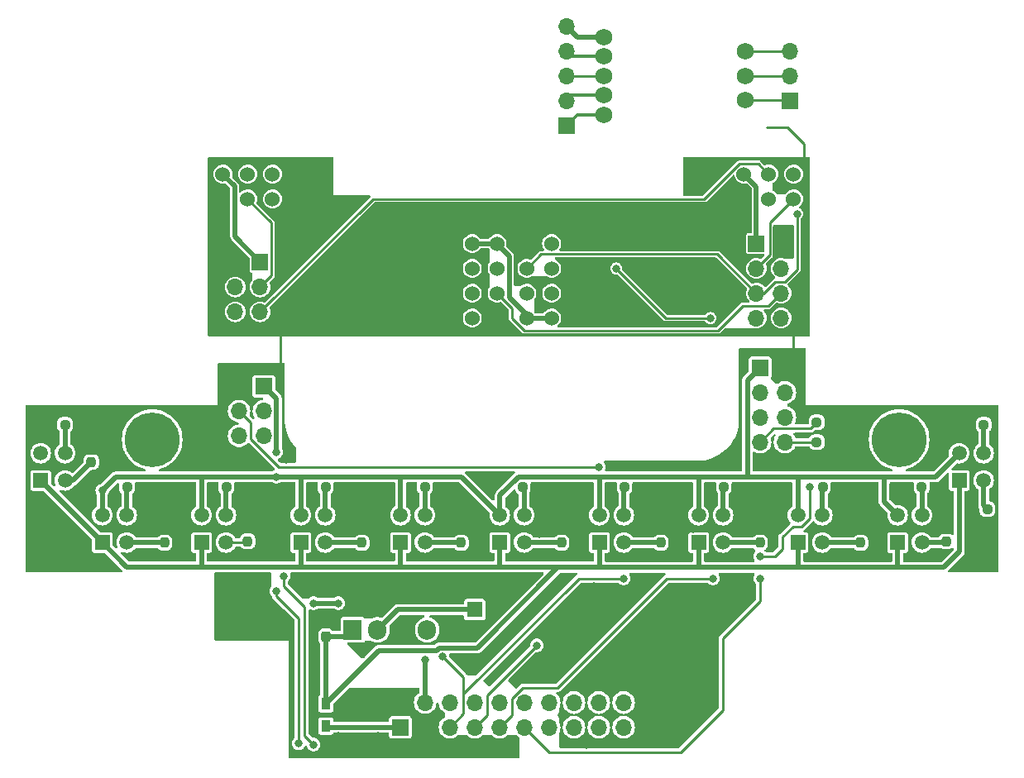
<source format=gbr>
%TF.GenerationSoftware,KiCad,Pcbnew,8.0.5*%
%TF.CreationDate,2024-10-04T10:03:27+09:00*%
%TF.ProjectId,_____,e9a4f3fa-7f2e-46b6-9963-61645f706362,rev?*%
%TF.SameCoordinates,Original*%
%TF.FileFunction,Copper,L1,Top*%
%TF.FilePolarity,Positive*%
%FSLAX46Y46*%
G04 Gerber Fmt 4.6, Leading zero omitted, Abs format (unit mm)*
G04 Created by KiCad (PCBNEW 8.0.5) date 2024-10-04 10:03:27*
%MOMM*%
%LPD*%
G01*
G04 APERTURE LIST*
G04 Aperture macros list*
%AMRoundRect*
0 Rectangle with rounded corners*
0 $1 Rounding radius*
0 $2 $3 $4 $5 $6 $7 $8 $9 X,Y pos of 4 corners*
0 Add a 4 corners polygon primitive as box body*
4,1,4,$2,$3,$4,$5,$6,$7,$8,$9,$2,$3,0*
0 Add four circle primitives for the rounded corners*
1,1,$1+$1,$2,$3*
1,1,$1+$1,$4,$5*
1,1,$1+$1,$6,$7*
1,1,$1+$1,$8,$9*
0 Add four rect primitives between the rounded corners*
20,1,$1+$1,$2,$3,$4,$5,0*
20,1,$1+$1,$4,$5,$6,$7,0*
20,1,$1+$1,$6,$7,$8,$9,0*
20,1,$1+$1,$8,$9,$2,$3,0*%
G04 Aperture macros list end*
%TA.AperFunction,SMDPad,CuDef*%
%ADD10RoundRect,0.237500X-0.237500X0.250000X-0.237500X-0.250000X0.237500X-0.250000X0.237500X0.250000X0*%
%TD*%
%TA.AperFunction,SMDPad,CuDef*%
%ADD11RoundRect,0.237500X-0.250000X-0.237500X0.250000X-0.237500X0.250000X0.237500X-0.250000X0.237500X0*%
%TD*%
%TA.AperFunction,ComponentPad*%
%ADD12C,5.600000*%
%TD*%
%TA.AperFunction,SMDPad,CuDef*%
%ADD13RoundRect,0.237500X0.237500X-0.300000X0.237500X0.300000X-0.237500X0.300000X-0.237500X-0.300000X0*%
%TD*%
%TA.AperFunction,ComponentPad*%
%ADD14R,1.700000X1.700000*%
%TD*%
%TA.AperFunction,ComponentPad*%
%ADD15O,1.700000X1.700000*%
%TD*%
%TA.AperFunction,ComponentPad*%
%ADD16C,1.524000*%
%TD*%
%TA.AperFunction,ComponentPad*%
%ADD17R,1.600000X1.600000*%
%TD*%
%TA.AperFunction,ComponentPad*%
%ADD18C,1.600000*%
%TD*%
%TA.AperFunction,SMDPad,CuDef*%
%ADD19RoundRect,0.237500X0.250000X0.237500X-0.250000X0.237500X-0.250000X-0.237500X0.250000X-0.237500X0*%
%TD*%
%TA.AperFunction,SMDPad,CuDef*%
%ADD20R,0.950000X1.200000*%
%TD*%
%TA.AperFunction,ComponentPad*%
%ADD21R,1.905000X2.000000*%
%TD*%
%TA.AperFunction,ComponentPad*%
%ADD22O,1.905000X2.000000*%
%TD*%
%TA.AperFunction,ComponentPad*%
%ADD23R,1.500000X1.500000*%
%TD*%
%TA.AperFunction,ComponentPad*%
%ADD24C,1.500000*%
%TD*%
%TA.AperFunction,ComponentPad*%
%ADD25C,1.750000*%
%TD*%
%TA.AperFunction,ViaPad*%
%ADD26C,0.800000*%
%TD*%
%TA.AperFunction,Conductor*%
%ADD27C,0.250000*%
%TD*%
%TA.AperFunction,Conductor*%
%ADD28C,0.500000*%
%TD*%
%TA.AperFunction,Conductor*%
%ADD29C,0.300000*%
%TD*%
G04 APERTURE END LIST*
D10*
%TO.P,R5,1*%
%TO.N,GND*%
X133440886Y-88238500D03*
%TO.P,R5,2*%
%TO.N,Net-(A2-Pad2)*%
X133440886Y-90063500D03*
%TD*%
D11*
%TO.P,R14,1*%
%TO.N,/Line6*%
X90110386Y-84452000D03*
%TO.P,R14,2*%
%TO.N,GND*%
X91935386Y-84452000D03*
%TD*%
%TO.P,R16,1*%
%TO.N,/Line7*%
X80077386Y-84452000D03*
%TO.P,R16,2*%
%TO.N,GND*%
X81902386Y-84452000D03*
%TD*%
D12*
%TO.P,REF\u002A\u002A,1*%
%TO.N,N/C*%
X128614886Y-79626000D03*
%TD*%
D11*
%TO.P,R4,1*%
%TO.N,GND*%
X135830386Y-86738000D03*
%TO.P,R4,2*%
%TO.N,Net-(A1-Pad2)*%
X137655386Y-86738000D03*
%TD*%
D10*
%TO.P,R17,1*%
%TO.N,GND*%
X73623886Y-88365500D03*
%TO.P,R17,2*%
%TO.N,Net-(A8-Pad2)*%
X73623886Y-90190500D03*
%TD*%
D12*
%TO.P,REF\u002A\u002A,1*%
%TO.N,N/C*%
X52160886Y-79626000D03*
%TD*%
D13*
%TO.P,C2,1*%
%TO.N,+5V*%
X69940886Y-99792500D03*
%TO.P,C2,2*%
%TO.N,GND*%
X69940886Y-98067500D03*
%TD*%
D14*
%TO.P,J3,1,Pin_1*%
%TO.N,+3.3V*%
X114390886Y-72260000D03*
D15*
%TO.P,J3,2,Pin_2*%
%TO.N,/SCL*%
X114390886Y-74800000D03*
%TO.P,J3,3,Pin_3*%
%TO.N,/SDA*%
X114390886Y-77340000D03*
%TO.P,J3,4,Pin_4*%
%TO.N,Net-(J3-Pin_4)*%
X114390886Y-79880000D03*
%TO.P,J3,5,Pin_5*%
%TO.N,Net-(J3-Pin_5)*%
X116930886Y-79880000D03*
%TO.P,J3,6,Pin_6*%
%TO.N,/SDA1*%
X116930886Y-77340000D03*
%TO.P,J3,7,Pin_7*%
%TO.N,/SCL1*%
X116930886Y-74800000D03*
%TO.P,J3,8,Pin_8*%
%TO.N,GND*%
X116930886Y-72260000D03*
%TD*%
D10*
%TO.P,R11,1*%
%TO.N,GND*%
X104230886Y-88365500D03*
%TO.P,R11,2*%
%TO.N,Net-(A5-Pad2)*%
X104230886Y-90190500D03*
%TD*%
%TO.P,R19,1*%
%TO.N,GND*%
X61939886Y-88215000D03*
%TO.P,R19,2*%
%TO.N,Net-(A9-Pad2)*%
X61939886Y-90040000D03*
%TD*%
%TO.P,R23,1*%
%TO.N,GND*%
X45937886Y-80110500D03*
%TO.P,R23,2*%
%TO.N,Net-(A11-Pad2)*%
X45937886Y-81935500D03*
%TD*%
D16*
%TO.P,ToF2,1,GPIO1*%
%TO.N,unconnected-(ToF2-GPIO1-Pad1)*%
X64479886Y-52448000D03*
%TO.P,ToF2,2,SCL*%
%TO.N,/SCL_*%
X64479886Y-54988000D03*
%TO.P,ToF2,3,GPIO0*%
%TO.N,/XSHUT2_*%
X61939886Y-52448000D03*
%TO.P,ToF2,4,SDA*%
%TO.N,/SDA_*%
X61939886Y-54988000D03*
%TO.P,ToF2,5,VDD*%
%TO.N,+3.3VA*%
X59399886Y-52448000D03*
%TO.P,ToF2,6,GND*%
%TO.N,GND*%
X59399886Y-54988000D03*
%TD*%
D10*
%TO.P,R21,1*%
%TO.N,GND*%
X53430886Y-88365500D03*
%TO.P,R21,2*%
%TO.N,Net-(A10-Pad2)*%
X53430886Y-90190500D03*
%TD*%
D11*
%TO.P,R12,1*%
%TO.N,/Line5*%
X100524386Y-84452000D03*
%TO.P,R12,2*%
%TO.N,GND*%
X102349386Y-84452000D03*
%TD*%
D17*
%TO.P,C1,1*%
%TO.N,+3.3V*%
X85180886Y-97057000D03*
D18*
%TO.P,C1,2*%
%TO.N,GND*%
X85180886Y-99057000D03*
%TD*%
D11*
%TO.P,R10,1*%
%TO.N,/Line4*%
X110684386Y-84452000D03*
%TO.P,R10,2*%
%TO.N,GND*%
X112509386Y-84452000D03*
%TD*%
D10*
%TO.P,R15,1*%
%TO.N,GND*%
X83783886Y-88365500D03*
%TO.P,R15,2*%
%TO.N,Net-(A7-Pad2)*%
X83783886Y-90190500D03*
%TD*%
D11*
%TO.P,R2,1*%
%TO.N,Net-(J3-Pin_5)*%
X120185886Y-79880000D03*
%TO.P,R2,2*%
%TO.N,GND*%
X122010886Y-79880000D03*
%TD*%
%TO.P,R24,1*%
%TO.N,/Line11*%
X43247386Y-78102000D03*
%TO.P,R24,2*%
%TO.N,GND*%
X45072386Y-78102000D03*
%TD*%
D10*
%TO.P,R13,1*%
%TO.N,GND*%
X94070886Y-88365500D03*
%TO.P,R13,2*%
%TO.N,Net-(A6-Pad2)*%
X94070886Y-90190500D03*
%TD*%
D11*
%TO.P,R8,1*%
%TO.N,/Line3*%
X120820886Y-84452000D03*
%TO.P,R8,2*%
%TO.N,GND*%
X122645886Y-84452000D03*
%TD*%
D14*
%TO.P,J2,1,Pin_1*%
%TO.N,+3.3V*%
X63590886Y-74165000D03*
D15*
%TO.P,J2,2,Pin_2*%
%TO.N,GND*%
X61050886Y-74165000D03*
%TO.P,J2,3,Pin_3*%
%TO.N,/SDA*%
X63590886Y-76705000D03*
%TO.P,J2,4,Pin_4*%
%TO.N,/SCL*%
X61050886Y-76705000D03*
%TO.P,J2,5,Pin_5*%
%TO.N,/XSHUT1*%
X63590886Y-79245000D03*
%TO.P,J2,6,Pin_6*%
%TO.N,/XSHUT2*%
X61050886Y-79245000D03*
%TD*%
D16*
%TO.P,ToF1,6,GND*%
%TO.N,GND*%
X112739886Y-54988000D03*
%TO.P,ToF1,5,VDD*%
%TO.N,+3.3VA*%
X112739886Y-52448000D03*
%TO.P,ToF1,4,SDA*%
%TO.N,/SDA_*%
X115279886Y-54988000D03*
%TO.P,ToF1,3,GPIO0*%
%TO.N,/XSHUT1_*%
X115279886Y-52448000D03*
%TO.P,ToF1,2,SCL*%
%TO.N,/SCL_*%
X117819886Y-54988000D03*
%TO.P,ToF1,1,GPIO1*%
%TO.N,unconnected-(ToF1-GPIO1-Pad1)*%
X117819886Y-52448000D03*
%TD*%
D19*
%TO.P,R6,1*%
%TO.N,/Line2*%
X130924386Y-84452000D03*
%TO.P,R6,2*%
%TO.N,GND*%
X129099386Y-84452000D03*
%TD*%
D11*
%TO.P,R22,1*%
%TO.N,/Line10*%
X49597386Y-84452000D03*
%TO.P,R22,2*%
%TO.N,GND*%
X51422386Y-84452000D03*
%TD*%
D14*
%TO.P,J1,1,Pin_1*%
%TO.N,Net-(J1-Pin_1)*%
X77560886Y-109090000D03*
D15*
%TO.P,J1,2,Pin_2*%
%TO.N,GND*%
X80100886Y-109090000D03*
%TO.P,J1,3,Pin_3*%
%TO.N,/SDA*%
X82640886Y-109090000D03*
%TO.P,J1,4,Pin_4*%
%TO.N,/SCL*%
X85180886Y-109090000D03*
%TO.P,J1,5,Pin_5*%
%TO.N,/SDA1*%
X87720886Y-109090000D03*
%TO.P,J1,6,Pin_6*%
%TO.N,/SCL1*%
X90260886Y-109090000D03*
%TO.P,J1,7,Pin_7*%
%TO.N,/XSHUT1*%
X92800886Y-109090000D03*
%TO.P,J1,8,Pin_8*%
%TO.N,/XSHUT2*%
X95340886Y-109090000D03*
%TO.P,J1,9,Pin_9*%
%TO.N,/Line1*%
X97880886Y-109090000D03*
%TO.P,J1,10,Pin_10*%
%TO.N,/Line2*%
X100420886Y-109090000D03*
%TO.P,J1,11,Pin_11*%
%TO.N,GND*%
X77560886Y-106550000D03*
%TO.P,J1,12,Pin_12*%
%TO.N,/Line11*%
X80100886Y-106550000D03*
%TO.P,J1,13,Pin_13*%
%TO.N,/Line10*%
X82640886Y-106550000D03*
%TO.P,J1,14,Pin_14*%
%TO.N,/Line9*%
X85180886Y-106550000D03*
%TO.P,J1,15,Pin_15*%
%TO.N,/Line8*%
X87720886Y-106550000D03*
%TO.P,J1,16,Pin_16*%
%TO.N,/Line7*%
X90260886Y-106550000D03*
%TO.P,J1,17,Pin_17*%
%TO.N,/Line6*%
X92800886Y-106550000D03*
%TO.P,J1,18,Pin_18*%
%TO.N,/Line5*%
X95340886Y-106550000D03*
%TO.P,J1,19,Pin_19*%
%TO.N,/Line4*%
X97880886Y-106550000D03*
%TO.P,J1,20,Pin_20*%
%TO.N,/Line3*%
X100420886Y-106550000D03*
%TD*%
D14*
%TO.P,J4,1,Pin_1*%
%TO.N,+3.3VA*%
X114009886Y-59560000D03*
D15*
%TO.P,J4,2,Pin_2*%
%TO.N,/SCL_*%
X114009886Y-62100000D03*
%TO.P,J4,3,Pin_3*%
%TO.N,/SDA_*%
X114009886Y-64640000D03*
%TO.P,J4,4,Pin_4*%
%TO.N,/c1*%
X114009886Y-67180000D03*
%TO.P,J4,5,Pin_5*%
%TO.N,/c2*%
X116549886Y-67180000D03*
%TO.P,J4,6,Pin_6*%
%TO.N,/SDA1_*%
X116549886Y-64640000D03*
%TO.P,J4,7,Pin_7*%
%TO.N,/SCL1_*%
X116549886Y-62100000D03*
%TO.P,J4,8,Pin_8*%
%TO.N,GND*%
X116549886Y-59560000D03*
%TD*%
D20*
%TO.P,FB1,1*%
%TO.N,Net-(J1-Pin_1)*%
X69940886Y-108970000D03*
%TO.P,FB1,2*%
%TO.N,+5V*%
X69940886Y-106670000D03*
%TD*%
D10*
%TO.P,R9,1*%
%TO.N,GND*%
X114390886Y-88342000D03*
%TO.P,R9,2*%
%TO.N,Net-(A4-Pad2)*%
X114390886Y-90167000D03*
%TD*%
D11*
%TO.P,R1,1*%
%TO.N,Net-(J3-Pin_4)*%
X120185886Y-77848000D03*
%TO.P,R1,2*%
%TO.N,GND*%
X122010886Y-77848000D03*
%TD*%
%TO.P,R20,1*%
%TO.N,/Line9*%
X59757386Y-84452000D03*
%TO.P,R20,2*%
%TO.N,GND*%
X61582386Y-84452000D03*
%TD*%
D14*
%TO.P,J5,1,Pin_1*%
%TO.N,+3.3VA*%
X63209886Y-61465000D03*
D15*
%TO.P,J5,2,Pin_2*%
%TO.N,GND*%
X60669886Y-61465000D03*
%TO.P,J5,3,Pin_3*%
%TO.N,/SDA_*%
X63209886Y-64005000D03*
%TO.P,J5,4,Pin_4*%
%TO.N,/SCL_*%
X60669886Y-64005000D03*
%TO.P,J5,5,Pin_5*%
%TO.N,/XSHUT1_*%
X63209886Y-66545000D03*
%TO.P,J5,6,Pin_6*%
%TO.N,/XSHUT2_*%
X60669886Y-66545000D03*
%TD*%
D11*
%TO.P,R18,1*%
%TO.N,/Line8*%
X69917386Y-84452000D03*
%TO.P,R18,2*%
%TO.N,GND*%
X71742386Y-84452000D03*
%TD*%
D21*
%TO.P,LDO1,1,VIN*%
%TO.N,+5V*%
X72681886Y-99110000D03*
D22*
%TO.P,LDO1,2,VOUT*%
%TO.N,+3.3V*%
X75221886Y-99110000D03*
%TO.P,LDO1,3,GND*%
%TO.N,GND*%
X77761886Y-99110000D03*
%TO.P,LDO1,4,Vc*%
%TO.N,unconnected-(LDO1-Vc-Pad4)*%
X80301886Y-99110000D03*
%TD*%
D19*
%TO.P,R3,1*%
%TO.N,/Line1*%
X137274386Y-78102000D03*
%TO.P,R3,2*%
%TO.N,GND*%
X135449386Y-78102000D03*
%TD*%
D10*
%TO.P,R7,1*%
%TO.N,GND*%
X124677886Y-88365500D03*
%TO.P,R7,2*%
%TO.N,Net-(A3-Pad2)*%
X124677886Y-90190500D03*
%TD*%
D23*
%TO.P,A9,1*%
%TO.N,+5V*%
X57220886Y-90170000D03*
D24*
%TO.P,A9,2*%
%TO.N,Net-(A9-Pad2)*%
X59720886Y-90170000D03*
%TO.P,A9,3*%
%TO.N,/Line9*%
X59720886Y-87370000D03*
%TO.P,A9,4*%
%TO.N,+3.3V*%
X57220886Y-87370000D03*
%TD*%
D16*
%TO.P,color2,1,GND*%
%TO.N,GND*%
X87466886Y-67180000D03*
%TO.P,color2,2,SDA*%
%TO.N,/SDA1_*%
X87466886Y-64640000D03*
%TO.P,color2,3,SCL*%
%TO.N,/SCL1_*%
X87466886Y-62100000D03*
%TO.P,color2,4,VDD*%
%TO.N,+3.3VA*%
X87466886Y-59560000D03*
%TO.P,color2,5,LED-C*%
%TO.N,/c2*%
X84926886Y-67180000D03*
%TO.P,color2,6,NC*%
%TO.N,unconnected-(color2-NC-Pad6)*%
X84926886Y-64640000D03*
%TO.P,color2,7,INT*%
%TO.N,unconnected-(color2-INT-Pad7)*%
X84926886Y-62100000D03*
%TO.P,color2,8,LED-A*%
%TO.N,+3.3VA*%
X84926886Y-59560000D03*
%TD*%
D23*
%TO.P,A6,1*%
%TO.N,+5V*%
X87740886Y-90170000D03*
D24*
%TO.P,A6,2*%
%TO.N,Net-(A6-Pad2)*%
X90240886Y-90170000D03*
%TO.P,A6,3*%
%TO.N,/Line6*%
X90240886Y-87370000D03*
%TO.P,A6,4*%
%TO.N,+3.3V*%
X87740886Y-87370000D03*
%TD*%
D23*
%TO.P,A10,1*%
%TO.N,+5V*%
X47060886Y-90170000D03*
D24*
%TO.P,A10,2*%
%TO.N,Net-(A10-Pad2)*%
X49560886Y-90170000D03*
%TO.P,A10,3*%
%TO.N,/Line10*%
X49560886Y-87370000D03*
%TO.P,A10,4*%
%TO.N,+3.3V*%
X47060886Y-87370000D03*
%TD*%
D23*
%TO.P,A5,1*%
%TO.N,+5V*%
X97940886Y-90170000D03*
D24*
%TO.P,A5,2*%
%TO.N,Net-(A5-Pad2)*%
X100440886Y-90170000D03*
%TO.P,A5,3*%
%TO.N,/Line5*%
X100440886Y-87370000D03*
%TO.P,A5,4*%
%TO.N,+3.3V*%
X97940886Y-87370000D03*
%TD*%
D23*
%TO.P,A8,1*%
%TO.N,+5V*%
X67380886Y-90170000D03*
D24*
%TO.P,A8,2*%
%TO.N,Net-(A8-Pad2)*%
X69880886Y-90170000D03*
%TO.P,A8,3*%
%TO.N,/Line8*%
X69880886Y-87370000D03*
%TO.P,A8,4*%
%TO.N,+3.3V*%
X67380886Y-87370000D03*
%TD*%
D23*
%TO.P,A1,1*%
%TO.N,+5V*%
X134770886Y-83820000D03*
D24*
%TO.P,A1,2*%
%TO.N,Net-(A1-Pad2)*%
X137270886Y-83820000D03*
%TO.P,A1,3*%
%TO.N,/Line1*%
X137270886Y-81020000D03*
%TO.P,A1,4*%
%TO.N,+3.3V*%
X134770886Y-81020000D03*
%TD*%
D23*
%TO.P,A7,1*%
%TO.N,+5V*%
X77580886Y-90170000D03*
D24*
%TO.P,A7,2*%
%TO.N,Net-(A7-Pad2)*%
X80080886Y-90170000D03*
%TO.P,A7,3*%
%TO.N,/Line7*%
X80080886Y-87370000D03*
%TO.P,A7,4*%
%TO.N,+3.3V*%
X77580886Y-87370000D03*
%TD*%
D16*
%TO.P,color1,1,GND*%
%TO.N,GND*%
X90514886Y-59560000D03*
%TO.P,color1,2,SDA*%
%TO.N,/SDA_*%
X90514886Y-62100000D03*
%TO.P,color1,3,SCL*%
%TO.N,/SCL_*%
X90514886Y-64640000D03*
%TO.P,color1,4,VDD*%
%TO.N,+3.3VA*%
X90514886Y-67180000D03*
%TO.P,color1,5,LED-C*%
%TO.N,/c1*%
X93054886Y-59560000D03*
%TO.P,color1,6,NC*%
%TO.N,unconnected-(color1-NC-Pad6)*%
X93054886Y-62100000D03*
%TO.P,color1,7,INT*%
%TO.N,unconnected-(color1-INT-Pad7)*%
X93054886Y-64640000D03*
%TO.P,color1,8,LED-A*%
%TO.N,+3.3VA*%
X93054886Y-67180000D03*
%TD*%
D23*
%TO.P,A11,1*%
%TO.N,+5V*%
X40750886Y-83820000D03*
D24*
%TO.P,A11,2*%
%TO.N,Net-(A11-Pad2)*%
X43250886Y-83820000D03*
%TO.P,A11,3*%
%TO.N,/Line11*%
X43250886Y-81020000D03*
%TO.P,A11,4*%
%TO.N,+3.3V*%
X40750886Y-81020000D03*
%TD*%
D23*
%TO.P,A2,1*%
%TO.N,+5V*%
X128460886Y-90170000D03*
D24*
%TO.P,A2,2*%
%TO.N,Net-(A2-Pad2)*%
X130960886Y-90170000D03*
%TO.P,A2,3*%
%TO.N,/Line2*%
X130960886Y-87370000D03*
%TO.P,A2,4*%
%TO.N,+3.3V*%
X128460886Y-87370000D03*
%TD*%
D23*
%TO.P,A3,1*%
%TO.N,+5V*%
X118260886Y-90170000D03*
D24*
%TO.P,A3,2*%
%TO.N,Net-(A3-Pad2)*%
X120760886Y-90170000D03*
%TO.P,A3,3*%
%TO.N,/Line3*%
X120760886Y-87370000D03*
%TO.P,A3,4*%
%TO.N,+3.3V*%
X118260886Y-87370000D03*
%TD*%
D23*
%TO.P,A4,1*%
%TO.N,+5V*%
X108100886Y-90170000D03*
D24*
%TO.P,A4,2*%
%TO.N,Net-(A4-Pad2)*%
X110600886Y-90170000D03*
%TO.P,A4,3*%
%TO.N,/Line4*%
X110600886Y-87370000D03*
%TO.P,A4,4*%
%TO.N,+3.3V*%
X108100886Y-87370000D03*
%TD*%
D25*
%TO.P,ENC1,1,RED*%
%TO.N,N/C*%
X98388886Y-46390600D03*
%TO.P,ENC1,2,GREEN*%
X98388886Y-44390600D03*
%TO.P,ENC1,3,SW*%
X98388886Y-42390600D03*
%TO.P,ENC1,4,BLUE*%
X98388886Y-40390600D03*
%TO.P,ENC1,5,Anode*%
X98388886Y-38390600D03*
%TO.P,ENC1,6,A*%
X112888886Y-44890600D03*
%TO.P,ENC1,7,B*%
X112888886Y-42390600D03*
%TO.P,ENC1,8,C*%
X112888886Y-39890600D03*
%TD*%
D14*
%TO.P,J1,1,Pin_1*%
%TO.N,N/C*%
X94578886Y-47469600D03*
D15*
%TO.P,J1,2,Pin_2*%
X94578886Y-44929600D03*
%TO.P,J1,3,Pin_3*%
X94578886Y-42389600D03*
%TO.P,J1,4,Pin_4*%
X94578886Y-39849600D03*
%TO.P,J1,5,Pin_5*%
X94578886Y-37309600D03*
%TD*%
D14*
%TO.P,J2,1,Pin_1*%
%TO.N,N/C*%
X117438886Y-44929600D03*
D15*
%TO.P,J2,2,Pin_2*%
X117438886Y-42389600D03*
%TO.P,J2,3,Pin_3*%
X117438886Y-39849600D03*
%TD*%
D26*
%TO.N,+3.3V*%
X47060886Y-84853000D03*
X64860886Y-83436000D03*
X64860886Y-80896000D03*
%TO.N,GND*%
X104865886Y-106550000D03*
X51652886Y-85722000D03*
X55970886Y-77340000D03*
X108675886Y-102105000D03*
X138266886Y-85214000D03*
X48350886Y-77340000D03*
X43270886Y-91945000D03*
X48350886Y-79880000D03*
X88990886Y-85976000D03*
X87212886Y-100708000D03*
X94324886Y-99692000D03*
X66892886Y-93850000D03*
X45048886Y-84452000D03*
X87212886Y-97406000D03*
X114898886Y-82420000D03*
X73369886Y-106296000D03*
X61050886Y-96898000D03*
X107532886Y-88770000D03*
X92800886Y-91564000D03*
X105754886Y-84706000D03*
X102071886Y-88643000D03*
X94070886Y-107820000D03*
X92546886Y-95628000D03*
X40730886Y-79245000D03*
X97372886Y-99692000D03*
X81370886Y-107820000D03*
X91784886Y-89278000D03*
X82640886Y-99565000D03*
X43270886Y-90040000D03*
X44540886Y-76705000D03*
X58510886Y-77340000D03*
X90260886Y-94104000D03*
X111850886Y-95120000D03*
X48350886Y-84960000D03*
X114898886Y-86992000D03*
X44540886Y-79880000D03*
X51906886Y-91564000D03*
X112104886Y-85976000D03*
X96610886Y-110868000D03*
X100928886Y-101724000D03*
X45302886Y-86484000D03*
X97626886Y-102232000D03*
X94070886Y-94104000D03*
X117184886Y-84960000D03*
X138266886Y-76578000D03*
X40730886Y-77340000D03*
X96610886Y-107820000D03*
X43270886Y-88135000D03*
X118200886Y-73530000D03*
X125566886Y-85976000D03*
X82640886Y-93850000D03*
X65241886Y-74165000D03*
X78830886Y-95755000D03*
X85942886Y-83436000D03*
X73115886Y-94485000D03*
X71718886Y-91564000D03*
X61050886Y-91310000D03*
X94324886Y-96898000D03*
X83910886Y-101978000D03*
X98388886Y-104772000D03*
X135472886Y-76578000D03*
X82640886Y-95755000D03*
X97372886Y-96898000D03*
X102960886Y-94104000D03*
X138012886Y-90294000D03*
X78830886Y-84706000D03*
X59272886Y-82293000D03*
X101944886Y-110360000D03*
X138012886Y-92580000D03*
X79084886Y-91564000D03*
X100166886Y-96898000D03*
X75401886Y-84833000D03*
X103214886Y-97152000D03*
X62828886Y-98168000D03*
X54954886Y-85976000D03*
X113120886Y-93850000D03*
X40730886Y-91945000D03*
X94324886Y-102232000D03*
X91276886Y-102232000D03*
X58510886Y-88770000D03*
X123026886Y-85976000D03*
X103214886Y-99438000D03*
X97372886Y-94612000D03*
X80735886Y-93850000D03*
X122518886Y-81658000D03*
X61050886Y-94104000D03*
X112866886Y-70990000D03*
X111342886Y-88770000D03*
X62574886Y-85468000D03*
X138266886Y-79372000D03*
X105500886Y-91564000D03*
X68670886Y-85468000D03*
X40730886Y-88135000D03*
X86704886Y-104264000D03*
X50128886Y-91564000D03*
X74766886Y-91564000D03*
X106770886Y-109090000D03*
X72988886Y-84833000D03*
X62320886Y-81658000D03*
X92800886Y-104010000D03*
X90260886Y-100708000D03*
X75274886Y-107820000D03*
X63844886Y-87246000D03*
X86196886Y-90294000D03*
X119724886Y-81658000D03*
X82132886Y-87246000D03*
X118708886Y-77594000D03*
X77560886Y-94485000D03*
X105500886Y-88008000D03*
X111850886Y-82166000D03*
X45175886Y-90040000D03*
X116930886Y-81658000D03*
X95594886Y-91564000D03*
X59399886Y-72514000D03*
X132805886Y-79245000D03*
X100928886Y-99692000D03*
X52160886Y-88516000D03*
X82640886Y-98295000D03*
X96229886Y-84706000D03*
X102325886Y-107820000D03*
X103595886Y-103375000D03*
X78957886Y-107820000D03*
X68416886Y-94866000D03*
X75909886Y-96644000D03*
X95594886Y-89278000D03*
X123026886Y-88770000D03*
X88228886Y-83436000D03*
X87212886Y-94104000D03*
X82132886Y-91564000D03*
X68797886Y-107693000D03*
X45175886Y-91945000D03*
X115914886Y-88262000D03*
X71083886Y-107820000D03*
X66130886Y-84706000D03*
X62193886Y-72514000D03*
X138266886Y-82420000D03*
X132678886Y-76578000D03*
X132678886Y-81658000D03*
X126328886Y-90040000D03*
X104230886Y-110360000D03*
X58510886Y-85722000D03*
X73242886Y-96644000D03*
X132932886Y-91564000D03*
X113882886Y-84706000D03*
X54954886Y-88770000D03*
X87974886Y-102994000D03*
X122645886Y-76705000D03*
X101944886Y-85722000D03*
X92927886Y-85595000D03*
X124550886Y-81785000D03*
X86958886Y-84960000D03*
X107405886Y-96390000D03*
X107405886Y-104010000D03*
X89244886Y-104264000D03*
X105246886Y-95120000D03*
X115914886Y-70990000D03*
X75401886Y-88516000D03*
X65876886Y-81658000D03*
X124550886Y-76705000D03*
X101690886Y-104645000D03*
X40730886Y-90040000D03*
X113120886Y-91310000D03*
X40730886Y-86230000D03*
X71210886Y-109979000D03*
X124550886Y-79245000D03*
X109310886Y-95120000D03*
X55970886Y-79880000D03*
X75274886Y-109979000D03*
X109310886Y-106550000D03*
X73496886Y-101216000D03*
X109564886Y-91564000D03*
X134964886Y-92580000D03*
X135980886Y-90294000D03*
X118200886Y-70990000D03*
X106770886Y-99565000D03*
X54954886Y-91310000D03*
X48350886Y-88770000D03*
X109310886Y-88770000D03*
X90260886Y-97660000D03*
X78830886Y-88770000D03*
X85688886Y-87500000D03*
X136996886Y-88008000D03*
X68797886Y-104264000D03*
X75020886Y-94485000D03*
X105246886Y-97152000D03*
X47080886Y-91945000D03*
X102960886Y-91564000D03*
X105500886Y-101470000D03*
X58510886Y-79880000D03*
X71210886Y-94485000D03*
X83402886Y-84706000D03*
%TO.N,/SCL*%
X91530886Y-100708000D03*
X97880886Y-82420000D03*
%TO.N,/SDA*%
X100420886Y-93850000D03*
X81878886Y-101812000D03*
%TO.N,/SCL1*%
X114390886Y-93850000D03*
X114390886Y-91564000D03*
X119470886Y-84452000D03*
%TO.N,/SDA1*%
X109564886Y-93850000D03*
%TO.N,/XSHUT1*%
X68670886Y-110868000D03*
X65622886Y-93596000D03*
%TO.N,/XSHUT2*%
X67146886Y-110741000D03*
X64860886Y-95120000D03*
%TO.N,/Line11*%
X80100886Y-102144000D03*
X68670886Y-96390000D03*
X71210886Y-96390000D03*
%TO.N,GND*%
X83275886Y-57147000D03*
X62955886Y-53845000D03*
X101690886Y-67180000D03*
X95340886Y-62100000D03*
X68035886Y-56385000D03*
X103468886Y-57020000D03*
X100293886Y-57020000D03*
X73115886Y-60703000D03*
X58510886Y-57020000D03*
X61685886Y-65275000D03*
X111215886Y-65910000D03*
X109310886Y-62100000D03*
X94705886Y-67180000D03*
X105500886Y-62100000D03*
X97880886Y-62100000D03*
X107532886Y-53845000D03*
X88863886Y-57020000D03*
X78322886Y-57147000D03*
X60415886Y-51305000D03*
X85815886Y-65910000D03*
X112485886Y-64513000D03*
X68035886Y-68323000D03*
X91403886Y-57020000D03*
X106643886Y-57020000D03*
X118835886Y-68323000D03*
X116422886Y-53718000D03*
X58510886Y-67815000D03*
X112358886Y-57020000D03*
X68035886Y-64513000D03*
X79465886Y-68450000D03*
X118835886Y-66291000D03*
X79465886Y-64513000D03*
X58510886Y-62100000D03*
X68035886Y-51305000D03*
X79465886Y-60703000D03*
X118835886Y-64005000D03*
X96483886Y-57020000D03*
X73115886Y-68450000D03*
X97880886Y-67180000D03*
X109818886Y-57020000D03*
X85815886Y-63370000D03*
X73115886Y-64513000D03*
X101690886Y-62100000D03*
%TO.N,/SDA_*%
X118200886Y-56512000D03*
%TO.N,/c1*%
X109310886Y-67180000D03*
X99658886Y-62100000D03*
%TD*%
D27*
%TO.N,GND*%
X117743686Y-70329600D02*
X117388086Y-70685200D01*
X117743686Y-68704000D02*
X117743686Y-70329600D01*
X65267286Y-72260000D02*
X65114886Y-72412400D01*
X65267286Y-68754800D02*
X65267286Y-72260000D01*
X117184886Y-47672800D02*
X115051286Y-47672800D01*
X118861286Y-49349200D02*
X117184886Y-47672800D01*
X118861286Y-51330400D02*
X118861286Y-49349200D01*
D28*
%TO.N,Net-(A1-Pad2)*%
X137270886Y-83820000D02*
X137270886Y-86353500D01*
X137270886Y-86353500D02*
X137655386Y-86738000D01*
%TO.N,/Line1*%
X137270886Y-78105500D02*
X137274386Y-78102000D01*
X137270886Y-81020000D02*
X137270886Y-78105500D01*
%TO.N,+3.3V*%
X128460886Y-87370000D02*
X127090886Y-86000000D01*
X118454886Y-83436000D02*
X127090886Y-83436000D01*
X97940886Y-87370000D02*
X97940886Y-83496000D01*
X64890886Y-75465000D02*
X64890886Y-80866000D01*
X77560886Y-83436000D02*
X83806886Y-83436000D01*
X87740886Y-87370000D02*
X87740886Y-85355146D01*
X118260886Y-87370000D02*
X118260886Y-83630000D01*
X97880886Y-83436000D02*
X108040886Y-83436000D01*
X67380886Y-87370000D02*
X67380886Y-83456000D01*
X108100886Y-83496000D02*
X108040886Y-83436000D01*
X57220886Y-83456000D02*
X57240886Y-83436000D01*
X77580886Y-87370000D02*
X77580886Y-83456000D01*
X57240886Y-83436000D02*
X48477886Y-83436000D01*
X127090886Y-86000000D02*
X127090886Y-83436000D01*
X118260886Y-83630000D02*
X118454886Y-83436000D01*
X67400886Y-83436000D02*
X77560886Y-83436000D01*
X113090886Y-73560000D02*
X113090886Y-83406000D01*
X77274886Y-97057000D02*
X85180886Y-97057000D01*
X64860886Y-83436000D02*
X67400886Y-83436000D01*
X48477886Y-83436000D02*
X47060886Y-84853000D01*
X113120886Y-83436000D02*
X118454886Y-83436000D01*
X57220886Y-87370000D02*
X57220886Y-83456000D01*
X127090886Y-83436000D02*
X132354886Y-83436000D01*
X67380886Y-83456000D02*
X67400886Y-83436000D01*
X64890886Y-80866000D02*
X64860886Y-80896000D01*
X64860886Y-83436000D02*
X57240886Y-83436000D01*
X47060886Y-84853000D02*
X47060886Y-87370000D01*
X87740886Y-85355146D02*
X89660032Y-83436000D01*
X97940886Y-83496000D02*
X97880886Y-83436000D01*
X75221886Y-99110000D02*
X77274886Y-97057000D01*
X83806886Y-83436000D02*
X87740886Y-87370000D01*
X108100886Y-87370000D02*
X108100886Y-83496000D01*
X108040886Y-83436000D02*
X113120886Y-83436000D01*
X114390886Y-72260000D02*
X113090886Y-73560000D01*
X132354886Y-83436000D02*
X134770886Y-81020000D01*
X89660032Y-83436000D02*
X97880886Y-83436000D01*
X113090886Y-83406000D02*
X113120886Y-83436000D01*
X77580886Y-83456000D02*
X77560886Y-83436000D01*
X63590886Y-74165000D02*
X64890886Y-75465000D01*
%TO.N,+5V*%
X57220886Y-90170000D02*
X57220886Y-92644000D01*
X128460886Y-90170000D02*
X128460886Y-92680000D01*
X87720886Y-92664000D02*
X77560886Y-92664000D01*
X49554886Y-92664000D02*
X47060886Y-90170000D01*
X47060886Y-90130000D02*
X40750886Y-83820000D01*
X69940886Y-106670000D02*
X75394886Y-101216000D01*
X128487886Y-92707000D02*
X133186886Y-92707000D01*
X67400886Y-92664000D02*
X57240886Y-92664000D01*
X118260886Y-90170000D02*
X118260886Y-92640000D01*
X118260886Y-92640000D02*
X118327886Y-92707000D01*
X128460886Y-92680000D02*
X128487886Y-92707000D01*
X97940886Y-92664000D02*
X97940886Y-90170000D01*
X118327886Y-92707000D02*
X128487886Y-92707000D01*
X81526804Y-100962000D02*
X85434886Y-100962000D01*
X108167886Y-92707000D02*
X118327886Y-92707000D01*
X47060886Y-90170000D02*
X47060886Y-90130000D01*
X69940886Y-99792500D02*
X71999386Y-99792500D01*
X71999386Y-99792500D02*
X72681886Y-99110000D01*
X87740886Y-90170000D02*
X87740886Y-92644000D01*
X57240886Y-92664000D02*
X49554886Y-92664000D01*
X69940886Y-106670000D02*
X69940886Y-99792500D01*
X67380886Y-92644000D02*
X67400886Y-92664000D01*
X57220886Y-92644000D02*
X57240886Y-92664000D01*
X77580886Y-90170000D02*
X77580886Y-92644000D01*
X81272804Y-101216000D02*
X81526804Y-100962000D01*
X75394886Y-101216000D02*
X81272804Y-101216000D01*
X97983886Y-92707000D02*
X97940886Y-92664000D01*
X133186886Y-92707000D02*
X134770886Y-91123000D01*
X93689886Y-92707000D02*
X97983886Y-92707000D01*
X134770886Y-91123000D02*
X134770886Y-83820000D01*
X108100886Y-90170000D02*
X108100886Y-92640000D01*
X97983886Y-92707000D02*
X108167886Y-92707000D01*
X87740886Y-92644000D02*
X87720886Y-92664000D01*
X77560886Y-92664000D02*
X67400886Y-92664000D01*
X67380886Y-90170000D02*
X67380886Y-92644000D01*
X97940886Y-92664000D02*
X87720886Y-92664000D01*
X77580886Y-92644000D02*
X77560886Y-92664000D01*
X85434886Y-100962000D02*
X93689886Y-92707000D01*
X108100886Y-92640000D02*
X108167886Y-92707000D01*
%TO.N,Net-(A2-Pad2)*%
X133334386Y-90170000D02*
X133440886Y-90063500D01*
X130960886Y-90170000D02*
X133334386Y-90170000D01*
%TO.N,/Line2*%
X130960886Y-87370000D02*
X130960886Y-84488500D01*
X130960886Y-84488500D02*
X130924386Y-84452000D01*
%TO.N,/Line3*%
X120760886Y-87370000D02*
X120760886Y-84512000D01*
X120760886Y-84512000D02*
X120820886Y-84452000D01*
%TO.N,Net-(A3-Pad2)*%
X120781386Y-90190500D02*
X120760886Y-90170000D01*
X124677886Y-90190500D02*
X120781386Y-90190500D01*
%TO.N,/Line4*%
X110600886Y-84535500D02*
X110684386Y-84452000D01*
X110600886Y-87370000D02*
X110600886Y-84535500D01*
%TO.N,Net-(A4-Pad2)*%
X114390886Y-90167000D02*
X110603886Y-90167000D01*
X110603886Y-90167000D02*
X110600886Y-90170000D01*
%TO.N,/Line5*%
X100440886Y-84535500D02*
X100524386Y-84452000D01*
X100440886Y-87370000D02*
X100440886Y-84535500D01*
%TO.N,Net-(A5-Pad2)*%
X104210386Y-90170000D02*
X104230886Y-90190500D01*
X100440886Y-90170000D02*
X104210386Y-90170000D01*
D27*
%TO.N,/SCL*%
X62225886Y-79541701D02*
X65104185Y-82420000D01*
X86450886Y-107820000D02*
X85180886Y-109090000D01*
X62225886Y-77880000D02*
X62225886Y-79541701D01*
X86450886Y-105788000D02*
X86450886Y-107820000D01*
X91530886Y-100708000D02*
X86450886Y-105788000D01*
X61050886Y-76705000D02*
X62225886Y-77880000D01*
X65104185Y-82420000D02*
X97880886Y-82420000D01*
%TO.N,/SDA*%
X84005886Y-105693000D02*
X95848886Y-93850000D01*
X84005886Y-107725000D02*
X84005886Y-105693000D01*
X81878886Y-101812000D02*
X84005886Y-103939000D01*
X82640886Y-109090000D02*
X84005886Y-107725000D01*
X95848886Y-93850000D02*
X100420886Y-93850000D01*
X84005886Y-103939000D02*
X84005886Y-105693000D01*
%TO.N,Net-(J3-Pin_4)*%
X119518886Y-78515000D02*
X115755886Y-78515000D01*
X120185886Y-77848000D02*
X119518886Y-78515000D01*
X115755886Y-78515000D02*
X114390886Y-79880000D01*
%TO.N,Net-(J3-Pin_5)*%
X120185886Y-79880000D02*
X116930886Y-79880000D01*
%TO.N,/SCL1*%
X92800886Y-111630000D02*
X90260886Y-109090000D01*
X114390886Y-91564000D02*
X115914886Y-91564000D01*
X114390886Y-96136000D02*
X110580886Y-99946000D01*
X110580886Y-107312000D02*
X106262886Y-111630000D01*
X117764886Y-88516000D02*
X118669886Y-88516000D01*
X110580886Y-99946000D02*
X110580886Y-107312000D01*
X106262886Y-111630000D02*
X92800886Y-111630000D01*
X116676886Y-90802000D02*
X116676886Y-89604000D01*
X115914886Y-91564000D02*
X116676886Y-90802000D01*
X119470886Y-87715000D02*
X119470886Y-84452000D01*
X118669886Y-88516000D02*
X119470886Y-87715000D01*
X114390886Y-93850000D02*
X114390886Y-96136000D01*
X116676886Y-89604000D02*
X117764886Y-88516000D01*
%TO.N,/SDA1*%
X93689886Y-105026000D02*
X90123185Y-105026000D01*
X88990886Y-107820000D02*
X87720886Y-109090000D01*
X88990886Y-106158299D02*
X88990886Y-107820000D01*
X104865886Y-93850000D02*
X93689886Y-105026000D01*
X90123185Y-105026000D02*
X88990886Y-106158299D01*
X109564886Y-93850000D02*
X104865886Y-93850000D01*
%TO.N,/XSHUT1*%
X68670886Y-110868000D02*
X67781886Y-109979000D01*
X67781886Y-96780305D02*
X65622886Y-94621305D01*
X67781886Y-109979000D02*
X67781886Y-96780305D01*
X65622886Y-94621305D02*
X65622886Y-93596000D01*
%TO.N,/XSHUT2*%
X67146886Y-97914000D02*
X64860886Y-95628000D01*
X67146886Y-110741000D02*
X67146886Y-97914000D01*
X64860886Y-95628000D02*
X64860886Y-95120000D01*
D28*
%TO.N,Net-(J1-Pin_1)*%
X77560886Y-109090000D02*
X70060886Y-109090000D01*
X70060886Y-109090000D02*
X69940886Y-108970000D01*
%TO.N,Net-(A6-Pad2)*%
X90240886Y-90170000D02*
X94050386Y-90170000D01*
X94050386Y-90170000D02*
X94070886Y-90190500D01*
%TO.N,/Line6*%
X90240886Y-87370000D02*
X90240886Y-84582500D01*
X90240886Y-84582500D02*
X90110386Y-84452000D01*
%TO.N,/Line7*%
X80080886Y-87370000D02*
X80080886Y-84455500D01*
X80080886Y-84455500D02*
X80077386Y-84452000D01*
%TO.N,Net-(A7-Pad2)*%
X83763386Y-90170000D02*
X83783886Y-90190500D01*
X80080886Y-90170000D02*
X83763386Y-90170000D01*
%TO.N,/Line8*%
X69880886Y-87370000D02*
X69880886Y-84488500D01*
X69880886Y-84488500D02*
X69917386Y-84452000D01*
%TO.N,Net-(A8-Pad2)*%
X73603386Y-90170000D02*
X73623886Y-90190500D01*
X69880886Y-90170000D02*
X73603386Y-90170000D01*
D27*
%TO.N,Net-(A9-Pad2)*%
X59720886Y-90170000D02*
X61809886Y-90170000D01*
X61809886Y-90170000D02*
X61939886Y-90040000D01*
D28*
%TO.N,/Line9*%
X59720886Y-87370000D02*
X59720886Y-84488500D01*
X59720886Y-84488500D02*
X59757386Y-84452000D01*
%TO.N,Net-(A10-Pad2)*%
X53410386Y-90170000D02*
X53430886Y-90190500D01*
X49560886Y-90170000D02*
X53410386Y-90170000D01*
%TO.N,/Line10*%
X49560886Y-84488500D02*
X49597386Y-84452000D01*
X49560886Y-87370000D02*
X49560886Y-84488500D01*
%TO.N,Net-(A11-Pad2)*%
X44053386Y-83820000D02*
X45937886Y-81935500D01*
X43250886Y-83820000D02*
X44053386Y-83820000D01*
%TO.N,/Line11*%
X71210886Y-96390000D02*
X68670886Y-96390000D01*
X43250886Y-78105500D02*
X43247386Y-78102000D01*
X80100886Y-102144000D02*
X80100886Y-106550000D01*
X43250886Y-81020000D02*
X43250886Y-78105500D01*
%TO.N,+3.3VA*%
X90514886Y-67180000D02*
X93054886Y-67180000D01*
X63209886Y-61465000D02*
X60611886Y-58867000D01*
X88736886Y-65096827D02*
X88736886Y-60830000D01*
X60611886Y-53660000D02*
X59399886Y-52448000D01*
X90514886Y-67180000D02*
X90514886Y-66874827D01*
X88736886Y-60830000D02*
X87466886Y-59560000D01*
X90514886Y-66874827D02*
X88736886Y-65096827D01*
X114009886Y-53718000D02*
X114009886Y-59560000D01*
X60611886Y-58867000D02*
X60611886Y-53660000D01*
X87466886Y-59560000D02*
X84926886Y-59560000D01*
X112739886Y-52448000D02*
X114009886Y-53718000D01*
D27*
%TO.N,/SDA_*%
X114771886Y-64640000D02*
X115946886Y-63465000D01*
X114009886Y-64640000D02*
X114771886Y-64640000D01*
X118200886Y-62227000D02*
X118200886Y-56512000D01*
X114009886Y-64640000D02*
X110016886Y-60647000D01*
X110016886Y-60647000D02*
X91967886Y-60647000D01*
X61939886Y-54988000D02*
X64384886Y-57433000D01*
X64384886Y-62830000D02*
X63209886Y-64005000D01*
X91967886Y-60647000D02*
X90514886Y-62100000D01*
X64384886Y-57433000D02*
X64384886Y-62830000D01*
X115946886Y-63465000D02*
X116962886Y-63465000D01*
X116962886Y-63465000D02*
X118200886Y-62227000D01*
%TO.N,/SCL_*%
X115374886Y-57433000D02*
X117819886Y-54988000D01*
X115374886Y-60735000D02*
X115374886Y-57433000D01*
X114009886Y-62100000D02*
X115374886Y-60735000D01*
%TO.N,/SDA1_*%
X112575886Y-65947000D02*
X110072886Y-68450000D01*
X88990886Y-66164000D02*
X87466886Y-64640000D01*
X90247635Y-68450000D02*
X88990886Y-67193251D01*
X110072886Y-68450000D02*
X90247635Y-68450000D01*
X115242886Y-65947000D02*
X112575886Y-65947000D01*
X88990886Y-67193251D02*
X88990886Y-66164000D01*
X116549886Y-64640000D02*
X115242886Y-65947000D01*
%TO.N,/XSHUT1_*%
X108662635Y-54988000D02*
X112289635Y-51361000D01*
X112289635Y-51361000D02*
X114192886Y-51361000D01*
X63209886Y-66545000D02*
X74766886Y-54988000D01*
X74766886Y-54988000D02*
X108662635Y-54988000D01*
X114192886Y-51361000D02*
X115279886Y-52448000D01*
D28*
%TO.N,/c1*%
X92546886Y-59560000D02*
X92521486Y-59534600D01*
D27*
X104738886Y-67180000D02*
X99658886Y-62100000D01*
D28*
X113984486Y-67154600D02*
X114009886Y-67180000D01*
D27*
X109310886Y-67180000D02*
X104738886Y-67180000D01*
D28*
%TO.N,*%
X95659886Y-38390600D02*
X94578886Y-37309600D01*
X98388886Y-38390600D02*
X95659886Y-38390600D01*
D29*
X95657886Y-46390600D02*
X94578886Y-47469600D01*
D27*
X98387886Y-42389600D02*
X98388886Y-42390600D01*
X112929886Y-39849600D02*
X112888886Y-39890600D01*
D29*
X98388886Y-46390600D02*
X95657886Y-46390600D01*
X95119886Y-40390600D02*
X94578886Y-39849600D01*
X98388886Y-40390600D02*
X95119886Y-40390600D01*
D27*
X112888886Y-44890600D02*
X117399886Y-44890600D01*
D29*
X95117886Y-44390600D02*
X94578886Y-44929600D01*
D27*
X94578886Y-42389600D02*
X98387886Y-42389600D01*
X117399886Y-44890600D02*
X117438886Y-44929600D01*
D29*
X98388886Y-44390600D02*
X95117886Y-44390600D01*
D27*
X112889886Y-42389600D02*
X112888886Y-42390600D01*
X117438886Y-42389600D02*
X112889886Y-42389600D01*
X117438886Y-39849600D02*
X112929886Y-39849600D01*
%TD*%
%TA.AperFunction,Conductor*%
%TO.N,GND*%
G36*
X64295925Y-93234185D02*
G01*
X64341680Y-93286989D01*
X64352886Y-93338500D01*
X64352886Y-94584190D01*
X64333201Y-94651229D01*
X64330936Y-94654630D01*
X64236069Y-94792068D01*
X64236068Y-94792068D01*
X64175746Y-94951125D01*
X64175745Y-94951130D01*
X64155241Y-95120000D01*
X64175745Y-95288869D01*
X64175746Y-95288874D01*
X64236068Y-95447931D01*
X64279030Y-95510171D01*
X64327135Y-95579863D01*
X64332704Y-95587930D01*
X64405686Y-95652587D01*
X64442813Y-95711776D01*
X64443234Y-95713308D01*
X64464383Y-95792238D01*
X64464384Y-95792239D01*
X64476673Y-95813524D01*
X64520401Y-95889263D01*
X65612695Y-96981557D01*
X66685067Y-98053928D01*
X66718552Y-98115251D01*
X66721386Y-98141609D01*
X66721386Y-110126294D01*
X66701701Y-110193333D01*
X66679613Y-110219109D01*
X66618704Y-110273069D01*
X66522068Y-110413068D01*
X66461746Y-110572125D01*
X66461745Y-110572130D01*
X66441241Y-110741000D01*
X66461745Y-110909869D01*
X66461746Y-110909874D01*
X66522068Y-111068931D01*
X66530054Y-111080500D01*
X66618703Y-111208929D01*
X66724391Y-111302560D01*
X66746036Y-111321736D01*
X66896659Y-111400789D01*
X66896661Y-111400790D01*
X67061830Y-111441500D01*
X67231942Y-111441500D01*
X67397111Y-111400790D01*
X67520696Y-111335927D01*
X67547735Y-111321736D01*
X67547736Y-111321734D01*
X67547738Y-111321734D01*
X67675069Y-111208929D01*
X67771704Y-111068930D01*
X67771706Y-111068923D01*
X67774974Y-111062698D01*
X67823556Y-111012482D01*
X67891574Y-110996504D01*
X67957433Y-111019835D01*
X68000223Y-111075068D01*
X68000716Y-111076346D01*
X68046068Y-111195930D01*
X68046068Y-111195931D01*
X68108361Y-111286177D01*
X68142703Y-111335929D01*
X68248391Y-111429560D01*
X68270036Y-111448736D01*
X68420659Y-111527789D01*
X68420661Y-111527790D01*
X68585830Y-111568500D01*
X68755942Y-111568500D01*
X68921111Y-111527790D01*
X69000578Y-111486081D01*
X69071735Y-111448736D01*
X69071736Y-111448734D01*
X69071738Y-111448734D01*
X69199069Y-111335929D01*
X69295704Y-111195930D01*
X69356026Y-111036872D01*
X69376531Y-110868000D01*
X69356026Y-110699128D01*
X69295704Y-110540070D01*
X69199069Y-110400071D01*
X69071738Y-110287266D01*
X69071735Y-110287263D01*
X68921112Y-110208210D01*
X68755942Y-110167500D01*
X68623496Y-110167500D01*
X68556457Y-110147815D01*
X68535815Y-110131181D01*
X68243705Y-109839071D01*
X68210220Y-109777748D01*
X68207386Y-109751390D01*
X68207386Y-108325131D01*
X69165386Y-108325131D01*
X69165386Y-109614856D01*
X69165388Y-109614882D01*
X69168299Y-109639987D01*
X69168301Y-109639991D01*
X69213679Y-109742764D01*
X69213680Y-109742765D01*
X69293121Y-109822206D01*
X69395895Y-109867585D01*
X69421021Y-109870500D01*
X70460750Y-109870499D01*
X70460765Y-109870497D01*
X70460768Y-109870497D01*
X70485873Y-109867586D01*
X70485874Y-109867585D01*
X70485877Y-109867585D01*
X70588651Y-109822206D01*
X70668092Y-109742765D01*
X70680611Y-109714411D01*
X70725695Y-109661038D01*
X70792481Y-109640510D01*
X70794044Y-109640500D01*
X76286387Y-109640500D01*
X76353426Y-109660185D01*
X76399181Y-109712989D01*
X76410387Y-109764500D01*
X76410387Y-109984856D01*
X76410388Y-109984882D01*
X76413299Y-110009987D01*
X76413301Y-110009991D01*
X76458679Y-110112764D01*
X76458680Y-110112765D01*
X76538121Y-110192206D01*
X76640895Y-110237585D01*
X76666021Y-110240500D01*
X78455750Y-110240499D01*
X78455765Y-110240497D01*
X78455768Y-110240497D01*
X78480873Y-110237586D01*
X78480874Y-110237585D01*
X78480877Y-110237585D01*
X78583651Y-110192206D01*
X78663092Y-110112765D01*
X78708471Y-110009991D01*
X78711386Y-109984865D01*
X78711385Y-108195136D01*
X78711383Y-108195117D01*
X78708472Y-108170012D01*
X78708471Y-108170010D01*
X78708471Y-108170009D01*
X78663092Y-108067235D01*
X78583651Y-107987794D01*
X78563010Y-107978680D01*
X78480878Y-107942415D01*
X78455751Y-107939500D01*
X76666029Y-107939500D01*
X76666003Y-107939502D01*
X76640898Y-107942413D01*
X76640894Y-107942415D01*
X76538121Y-107987793D01*
X76458680Y-108067234D01*
X76413301Y-108170006D01*
X76413301Y-108170008D01*
X76410386Y-108195131D01*
X76410386Y-108415500D01*
X76390701Y-108482539D01*
X76337897Y-108528294D01*
X76286386Y-108539500D01*
X70840385Y-108539500D01*
X70773346Y-108519815D01*
X70727591Y-108467011D01*
X70716385Y-108415500D01*
X70716385Y-108325143D01*
X70716385Y-108325136D01*
X70716383Y-108325117D01*
X70713472Y-108300012D01*
X70713471Y-108300010D01*
X70713471Y-108300009D01*
X70668092Y-108197235D01*
X70588651Y-108117794D01*
X70588649Y-108117793D01*
X70485878Y-108072415D01*
X70460751Y-108069500D01*
X69421029Y-108069500D01*
X69421003Y-108069502D01*
X69395898Y-108072413D01*
X69395894Y-108072415D01*
X69293121Y-108117793D01*
X69213680Y-108197234D01*
X69168301Y-108300006D01*
X69168301Y-108300008D01*
X69165386Y-108325131D01*
X68207386Y-108325131D01*
X68207386Y-97142975D01*
X68227071Y-97075936D01*
X68279875Y-97030181D01*
X68349033Y-97020237D01*
X68389008Y-97033177D01*
X68420661Y-97049790D01*
X68585830Y-97090500D01*
X68755942Y-97090500D01*
X68921111Y-97049790D01*
X69051117Y-96981557D01*
X69071731Y-96970738D01*
X69071732Y-96970736D01*
X69071738Y-96970734D01*
X69071742Y-96970730D01*
X69077906Y-96966476D01*
X69078846Y-96967839D01*
X69133897Y-96941963D01*
X69152892Y-96940500D01*
X70728880Y-96940500D01*
X70795919Y-96960185D01*
X70807960Y-96969302D01*
X70810040Y-96970738D01*
X70960659Y-97049789D01*
X70960661Y-97049790D01*
X71125830Y-97090500D01*
X71295942Y-97090500D01*
X71461111Y-97049790D01*
X71591117Y-96981557D01*
X71611735Y-96970736D01*
X71611736Y-96970734D01*
X71611738Y-96970734D01*
X71739069Y-96857929D01*
X71835704Y-96717930D01*
X71896026Y-96558872D01*
X71916531Y-96390000D01*
X71896026Y-96221128D01*
X71892618Y-96212143D01*
X71844110Y-96084235D01*
X71835704Y-96062070D01*
X71739069Y-95922071D01*
X71644202Y-95838026D01*
X71611735Y-95809263D01*
X71461112Y-95730210D01*
X71295942Y-95689500D01*
X71125830Y-95689500D01*
X70960659Y-95730210D01*
X70810040Y-95809261D01*
X70803866Y-95813524D01*
X70802925Y-95812160D01*
X70747875Y-95838037D01*
X70728880Y-95839500D01*
X69152892Y-95839500D01*
X69085853Y-95819815D01*
X69073811Y-95810697D01*
X69071731Y-95809261D01*
X68921112Y-95730210D01*
X68755942Y-95689500D01*
X68585830Y-95689500D01*
X68420659Y-95730210D01*
X68270036Y-95809264D01*
X68270034Y-95809266D01*
X68223133Y-95850816D01*
X68159903Y-95880537D01*
X68140908Y-95882000D01*
X67536691Y-95882000D01*
X67469652Y-95862315D01*
X67449010Y-95845681D01*
X66084705Y-94481376D01*
X66051220Y-94420053D01*
X66048386Y-94393695D01*
X66048386Y-94210705D01*
X66068071Y-94143666D01*
X66090160Y-94117889D01*
X66151068Y-94063930D01*
X66247703Y-93923931D01*
X66247702Y-93923931D01*
X66247704Y-93923930D01*
X66308026Y-93764872D01*
X66328531Y-93596000D01*
X66308026Y-93427128D01*
X66291089Y-93382470D01*
X66285723Y-93312807D01*
X66318871Y-93251301D01*
X66380009Y-93217480D01*
X66407032Y-93214500D01*
X67328411Y-93214500D01*
X77488411Y-93214500D01*
X77488412Y-93214500D01*
X77633360Y-93214500D01*
X87648411Y-93214500D01*
X87648412Y-93214500D01*
X87793360Y-93214500D01*
X92104499Y-93214500D01*
X92171538Y-93234185D01*
X92217293Y-93286989D01*
X92227237Y-93356147D01*
X92198212Y-93419703D01*
X92192180Y-93426181D01*
X85243180Y-100375181D01*
X85181857Y-100408666D01*
X85155499Y-100411500D01*
X81454329Y-100411500D01*
X81365761Y-100435232D01*
X81314318Y-100449016D01*
X81188790Y-100521489D01*
X81188787Y-100521491D01*
X81081098Y-100629181D01*
X81019775Y-100662666D01*
X80993417Y-100665500D01*
X75322411Y-100665500D01*
X75217403Y-100693637D01*
X75182400Y-100703016D01*
X75056872Y-100775489D01*
X75056869Y-100775491D01*
X73890680Y-101941681D01*
X73829357Y-101975166D01*
X73802999Y-101978000D01*
X73548248Y-101978000D01*
X73481209Y-101958315D01*
X73460567Y-101941681D01*
X72141066Y-100622180D01*
X72107581Y-100560857D01*
X72112565Y-100491165D01*
X72154437Y-100435232D01*
X72219901Y-100410815D01*
X72228747Y-100410499D01*
X73679242Y-100410499D01*
X73679250Y-100410499D01*
X73679265Y-100410497D01*
X73679268Y-100410497D01*
X73704373Y-100407586D01*
X73704374Y-100407585D01*
X73704377Y-100407585D01*
X73807151Y-100362206D01*
X73886592Y-100282765D01*
X73890500Y-100273913D01*
X73935585Y-100220538D01*
X74002371Y-100200010D01*
X74003934Y-100200000D01*
X74484743Y-100200000D01*
X74551782Y-100219685D01*
X74557610Y-100223669D01*
X74565171Y-100229162D01*
X74670375Y-100282766D01*
X74740903Y-100318702D01*
X74834687Y-100349174D01*
X74928474Y-100379647D01*
X75018693Y-100393936D01*
X75123268Y-100410500D01*
X75123273Y-100410500D01*
X75320504Y-100410500D01*
X75414938Y-100395542D01*
X75515298Y-100379647D01*
X75702871Y-100318701D01*
X75878601Y-100229162D01*
X76038161Y-100113235D01*
X76177621Y-99973775D01*
X76293548Y-99814215D01*
X76383087Y-99638485D01*
X76444033Y-99450912D01*
X76459928Y-99350552D01*
X76474886Y-99256118D01*
X76474886Y-98963881D01*
X76444033Y-98769091D01*
X76444033Y-98769088D01*
X76442325Y-98763834D01*
X76440329Y-98693994D01*
X76472573Y-98637836D01*
X77466592Y-97643819D01*
X77527915Y-97610334D01*
X77554273Y-97607500D01*
X79942216Y-97607500D01*
X80009255Y-97627185D01*
X80055010Y-97679989D01*
X80064954Y-97749147D01*
X80035929Y-97812703D01*
X79980534Y-97849431D01*
X79820903Y-97901297D01*
X79645170Y-97990838D01*
X79485608Y-98106767D01*
X79346153Y-98246222D01*
X79230224Y-98405784D01*
X79140683Y-98581517D01*
X79079739Y-98769086D01*
X79048886Y-98963881D01*
X79048886Y-99256118D01*
X79079739Y-99450913D01*
X79140683Y-99638482D01*
X79164253Y-99684740D01*
X79230224Y-99814215D01*
X79346151Y-99973775D01*
X79485611Y-100113235D01*
X79645171Y-100229162D01*
X79733004Y-100273915D01*
X79820903Y-100318702D01*
X79914687Y-100349174D01*
X80008474Y-100379647D01*
X80098693Y-100393936D01*
X80203268Y-100410500D01*
X80203273Y-100410500D01*
X80400504Y-100410500D01*
X80494938Y-100395542D01*
X80595298Y-100379647D01*
X80782871Y-100318701D01*
X80958601Y-100229162D01*
X81118161Y-100113235D01*
X81257621Y-99973775D01*
X81373548Y-99814215D01*
X81463087Y-99638485D01*
X81524033Y-99450912D01*
X81539928Y-99350552D01*
X81554886Y-99256118D01*
X81554886Y-98963881D01*
X81524033Y-98769091D01*
X81524033Y-98769088D01*
X81463087Y-98581515D01*
X81373548Y-98405785D01*
X81257621Y-98246225D01*
X81118161Y-98106765D01*
X80958601Y-97990838D01*
X80782868Y-97901297D01*
X80623238Y-97849431D01*
X80565563Y-97809994D01*
X80538364Y-97745635D01*
X80550278Y-97676789D01*
X80597522Y-97625313D01*
X80661556Y-97607500D01*
X83956387Y-97607500D01*
X84023426Y-97627185D01*
X84069181Y-97679989D01*
X84080387Y-97731500D01*
X84080387Y-97901856D01*
X84080388Y-97901882D01*
X84083299Y-97926987D01*
X84083301Y-97926991D01*
X84128679Y-98029764D01*
X84128680Y-98029765D01*
X84208121Y-98109206D01*
X84310895Y-98154585D01*
X84336021Y-98157500D01*
X86025750Y-98157499D01*
X86025765Y-98157497D01*
X86025768Y-98157497D01*
X86050873Y-98154586D01*
X86050874Y-98154585D01*
X86050877Y-98154585D01*
X86153651Y-98109206D01*
X86233092Y-98029765D01*
X86278471Y-97926991D01*
X86281386Y-97901865D01*
X86281385Y-96212136D01*
X86279052Y-96192016D01*
X86278472Y-96187012D01*
X86278471Y-96187010D01*
X86278471Y-96187009D01*
X86233092Y-96084235D01*
X86153651Y-96004794D01*
X86133895Y-95996071D01*
X86050878Y-95959415D01*
X86025751Y-95956500D01*
X84336029Y-95956500D01*
X84336003Y-95956502D01*
X84310898Y-95959413D01*
X84310894Y-95959415D01*
X84208121Y-96004793D01*
X84128680Y-96084234D01*
X84083301Y-96187006D01*
X84083301Y-96187008D01*
X84080386Y-96212131D01*
X84080386Y-96382500D01*
X84060701Y-96449539D01*
X84007897Y-96495294D01*
X83956386Y-96506500D01*
X77202411Y-96506500D01*
X77097403Y-96534637D01*
X77062400Y-96544016D01*
X76936872Y-96616489D01*
X76936869Y-96616491D01*
X75718253Y-97835106D01*
X75656930Y-97868591D01*
X75592255Y-97865357D01*
X75515295Y-97840352D01*
X75320504Y-97809500D01*
X75320499Y-97809500D01*
X75123273Y-97809500D01*
X75123268Y-97809500D01*
X74928473Y-97840352D01*
X74740894Y-97901301D01*
X74736392Y-97903166D01*
X74735934Y-97902061D01*
X74686203Y-97914000D01*
X73914719Y-97914000D01*
X73847680Y-97894315D01*
X73827038Y-97877681D01*
X73807151Y-97857794D01*
X73704378Y-97812415D01*
X73679251Y-97809500D01*
X71684529Y-97809500D01*
X71684503Y-97809502D01*
X71659398Y-97812413D01*
X71659394Y-97812415D01*
X71556621Y-97857793D01*
X71477180Y-97937234D01*
X71431801Y-98040006D01*
X71431801Y-98040008D01*
X71431801Y-98040009D01*
X71428886Y-98065135D01*
X71428886Y-98637834D01*
X71428887Y-99118000D01*
X71409203Y-99185039D01*
X71356399Y-99230794D01*
X71304887Y-99242000D01*
X70725212Y-99242000D01*
X70658173Y-99222315D01*
X70626408Y-99192925D01*
X70562386Y-99108499D01*
X70444546Y-99019139D01*
X70444544Y-99019138D01*
X70306963Y-98964883D01*
X70306962Y-98964882D01*
X70306960Y-98964882D01*
X70220505Y-98954500D01*
X70220504Y-98954500D01*
X69661268Y-98954500D01*
X69661267Y-98954500D01*
X69574811Y-98964882D01*
X69574810Y-98964882D01*
X69437225Y-99019139D01*
X69319385Y-99108499D01*
X69230025Y-99226339D01*
X69175768Y-99363924D01*
X69175768Y-99363925D01*
X69165386Y-99450381D01*
X69165386Y-100134618D01*
X69175768Y-100221074D01*
X69175768Y-100221075D01*
X69230025Y-100358660D01*
X69298544Y-100449016D01*
X69319386Y-100476500D01*
X69341311Y-100493126D01*
X69382834Y-100549315D01*
X69390386Y-100591929D01*
X69390386Y-105694049D01*
X69370701Y-105761088D01*
X69317897Y-105806843D01*
X69316472Y-105807483D01*
X69293126Y-105817790D01*
X69293118Y-105817796D01*
X69213680Y-105897234D01*
X69168301Y-106000006D01*
X69168301Y-106000008D01*
X69165386Y-106025131D01*
X69165386Y-107314856D01*
X69165388Y-107314882D01*
X69168299Y-107339987D01*
X69168301Y-107339991D01*
X69213679Y-107442764D01*
X69213680Y-107442765D01*
X69293121Y-107522206D01*
X69395895Y-107567585D01*
X69421021Y-107570500D01*
X70460750Y-107570499D01*
X70460765Y-107570497D01*
X70460768Y-107570497D01*
X70485873Y-107567586D01*
X70485874Y-107567585D01*
X70485877Y-107567585D01*
X70588651Y-107522206D01*
X70668092Y-107442765D01*
X70713471Y-107339991D01*
X70716386Y-107314865D01*
X70716385Y-106724385D01*
X70736069Y-106657347D01*
X70752699Y-106636710D01*
X72327092Y-105062319D01*
X72388415Y-105028834D01*
X72414773Y-105026000D01*
X79426386Y-105026000D01*
X79493425Y-105045685D01*
X79539180Y-105098489D01*
X79550386Y-105150000D01*
X79550386Y-105468602D01*
X79530701Y-105535641D01*
X79491665Y-105574028D01*
X79404586Y-105627945D01*
X79247013Y-105771593D01*
X79118518Y-105941746D01*
X79023482Y-106132605D01*
X79023482Y-106132607D01*
X78965130Y-106337689D01*
X78945457Y-106549999D01*
X78945457Y-106550000D01*
X78965130Y-106762310D01*
X79023482Y-106967392D01*
X79023482Y-106967394D01*
X79118518Y-107158253D01*
X79236800Y-107314882D01*
X79247014Y-107328407D01*
X79404584Y-107472052D01*
X79585867Y-107584298D01*
X79784688Y-107661321D01*
X79994276Y-107700500D01*
X79994278Y-107700500D01*
X80207494Y-107700500D01*
X80207496Y-107700500D01*
X80417084Y-107661321D01*
X80615905Y-107584298D01*
X80797188Y-107472052D01*
X80954758Y-107328407D01*
X81083252Y-107158255D01*
X81178291Y-106967389D01*
X81236642Y-106762310D01*
X81245885Y-106662558D01*
X81271671Y-106597622D01*
X81328471Y-106556934D01*
X81369356Y-106550000D01*
X81372416Y-106550000D01*
X81439455Y-106569685D01*
X81485210Y-106622489D01*
X81495887Y-106662559D01*
X81505130Y-106762310D01*
X81563482Y-106967392D01*
X81563482Y-106967394D01*
X81658518Y-107158253D01*
X81776800Y-107314882D01*
X81787014Y-107328407D01*
X81944584Y-107472052D01*
X81944586Y-107472053D01*
X81944587Y-107472054D01*
X81973765Y-107490120D01*
X82068458Y-107548752D01*
X82074163Y-107552284D01*
X82120799Y-107604312D01*
X82132886Y-107657711D01*
X82132886Y-107982288D01*
X82113201Y-108049327D01*
X82074164Y-108087715D01*
X81944585Y-108167947D01*
X81787013Y-108311593D01*
X81658518Y-108481746D01*
X81563482Y-108672605D01*
X81563482Y-108672607D01*
X81505130Y-108877689D01*
X81485457Y-109089999D01*
X81485457Y-109090000D01*
X81505130Y-109302310D01*
X81563482Y-109507392D01*
X81563482Y-109507394D01*
X81658518Y-109698253D01*
X81752124Y-109822206D01*
X81787014Y-109868407D01*
X81944584Y-110012052D01*
X82125867Y-110124298D01*
X82324688Y-110201321D01*
X82534276Y-110240500D01*
X82534278Y-110240500D01*
X82747494Y-110240500D01*
X82747496Y-110240500D01*
X82957084Y-110201321D01*
X83155905Y-110124298D01*
X83337188Y-110012052D01*
X83471003Y-109890063D01*
X83477256Y-109884363D01*
X83540060Y-109853746D01*
X83560794Y-109852000D01*
X84260978Y-109852000D01*
X84328017Y-109871685D01*
X84344516Y-109884363D01*
X84350769Y-109890063D01*
X84484584Y-110012052D01*
X84665867Y-110124298D01*
X84864688Y-110201321D01*
X85074276Y-110240500D01*
X85074278Y-110240500D01*
X85287494Y-110240500D01*
X85287496Y-110240500D01*
X85497084Y-110201321D01*
X85695905Y-110124298D01*
X85877188Y-110012052D01*
X86011003Y-109890063D01*
X86017256Y-109884363D01*
X86080060Y-109853746D01*
X86100794Y-109852000D01*
X86800978Y-109852000D01*
X86868017Y-109871685D01*
X86884516Y-109884363D01*
X86890769Y-109890063D01*
X87024584Y-110012052D01*
X87205867Y-110124298D01*
X87404688Y-110201321D01*
X87614276Y-110240500D01*
X87614278Y-110240500D01*
X87827494Y-110240500D01*
X87827496Y-110240500D01*
X88037084Y-110201321D01*
X88235905Y-110124298D01*
X88417188Y-110012052D01*
X88551003Y-109890063D01*
X88557256Y-109884363D01*
X88620060Y-109853746D01*
X88640794Y-109852000D01*
X89340978Y-109852000D01*
X89408017Y-109871685D01*
X89424516Y-109884363D01*
X89564583Y-110012051D01*
X89564585Y-110012053D01*
X89694163Y-110092284D01*
X89740799Y-110144312D01*
X89752886Y-110197711D01*
X89752886Y-112141000D01*
X89733201Y-112208039D01*
X89680397Y-112253794D01*
X89628886Y-112265000D01*
X88990886Y-112265000D01*
X66254886Y-112265000D01*
X66187847Y-112245315D01*
X66142092Y-112192511D01*
X66130886Y-112141000D01*
X66130886Y-100200000D01*
X58634886Y-100200000D01*
X58567847Y-100180315D01*
X58522092Y-100127511D01*
X58510886Y-100076000D01*
X58510886Y-93338500D01*
X58530571Y-93271461D01*
X58583375Y-93225706D01*
X58634886Y-93214500D01*
X64228886Y-93214500D01*
X64295925Y-93234185D01*
G37*
%TD.AperFunction*%
%TA.AperFunction,Conductor*%
G36*
X113779465Y-93277185D02*
G01*
X113825220Y-93329989D01*
X113835164Y-93399147D01*
X113814475Y-93451941D01*
X113766069Y-93522066D01*
X113766068Y-93522068D01*
X113705746Y-93681125D01*
X113705745Y-93681130D01*
X113685241Y-93850000D01*
X113705745Y-94018869D01*
X113705746Y-94018874D01*
X113766068Y-94177931D01*
X113862703Y-94317930D01*
X113923612Y-94371889D01*
X113960739Y-94431078D01*
X113965386Y-94464705D01*
X113965386Y-95908390D01*
X113945701Y-95975429D01*
X113929067Y-95996071D01*
X110240403Y-99684734D01*
X110240399Y-99684740D01*
X110184384Y-99781760D01*
X110184383Y-99781763D01*
X110155386Y-99889982D01*
X110155386Y-107084390D01*
X110135701Y-107151429D01*
X110119067Y-107172071D01*
X106122957Y-111168181D01*
X106061634Y-111201666D01*
X106035276Y-111204500D01*
X93940886Y-111204500D01*
X93873847Y-111184815D01*
X93828092Y-111132011D01*
X93816886Y-111080500D01*
X93816886Y-109659871D01*
X93829885Y-109604601D01*
X93878291Y-109507389D01*
X93936642Y-109302310D01*
X93947415Y-109186047D01*
X93973201Y-109121111D01*
X94017755Y-109089194D01*
X93981383Y-109068331D01*
X93949193Y-109006318D01*
X93947415Y-108993951D01*
X93946735Y-108986613D01*
X93936642Y-108877690D01*
X93878291Y-108672611D01*
X93829885Y-108575396D01*
X93816886Y-108520126D01*
X93816886Y-107119871D01*
X93829885Y-107064601D01*
X93878291Y-106967389D01*
X93936642Y-106762310D01*
X93947415Y-106646047D01*
X93973201Y-106581111D01*
X94015508Y-106550804D01*
X94124016Y-106550804D01*
X94160389Y-106571668D01*
X94192579Y-106633681D01*
X94194357Y-106646048D01*
X94205130Y-106762310D01*
X94263482Y-106967392D01*
X94263482Y-106967394D01*
X94358518Y-107158253D01*
X94476800Y-107314882D01*
X94487014Y-107328407D01*
X94644584Y-107472052D01*
X94825867Y-107584298D01*
X95024688Y-107661321D01*
X95221499Y-107698111D01*
X95283779Y-107729779D01*
X95319052Y-107790092D01*
X95316118Y-107859900D01*
X95275909Y-107917040D01*
X95221499Y-107941888D01*
X95024688Y-107978679D01*
X95024685Y-107978679D01*
X95024685Y-107978680D01*
X94825868Y-108055701D01*
X94825866Y-108055702D01*
X94644585Y-108167947D01*
X94487013Y-108311593D01*
X94358518Y-108481746D01*
X94263482Y-108672605D01*
X94263482Y-108672607D01*
X94205130Y-108877689D01*
X94194357Y-108993951D01*
X94168571Y-109058888D01*
X94124016Y-109090804D01*
X94160389Y-109111668D01*
X94192579Y-109173681D01*
X94194357Y-109186048D01*
X94205130Y-109302310D01*
X94263482Y-109507392D01*
X94263482Y-109507394D01*
X94358518Y-109698253D01*
X94452124Y-109822206D01*
X94487014Y-109868407D01*
X94644584Y-110012052D01*
X94825867Y-110124298D01*
X95024688Y-110201321D01*
X95234276Y-110240500D01*
X95234278Y-110240500D01*
X95447494Y-110240500D01*
X95447496Y-110240500D01*
X95657084Y-110201321D01*
X95855905Y-110124298D01*
X96037188Y-110012052D01*
X96194758Y-109868407D01*
X96323252Y-109698255D01*
X96341784Y-109661038D01*
X96418289Y-109507394D01*
X96418289Y-109507393D01*
X96418291Y-109507389D01*
X96476642Y-109302310D01*
X96487415Y-109186047D01*
X96513201Y-109121111D01*
X96557755Y-109089194D01*
X96521383Y-109068331D01*
X96489193Y-109006318D01*
X96487415Y-108993951D01*
X96486735Y-108986613D01*
X96476642Y-108877690D01*
X96418291Y-108672611D01*
X96418289Y-108672606D01*
X96418289Y-108672605D01*
X96323253Y-108481746D01*
X96194758Y-108311593D01*
X96182048Y-108300006D01*
X96037188Y-108167948D01*
X95855905Y-108055702D01*
X95855903Y-108055701D01*
X95721119Y-108003486D01*
X95657084Y-107978679D01*
X95460271Y-107941888D01*
X95397992Y-107910221D01*
X95362719Y-107849908D01*
X95365653Y-107780100D01*
X95405862Y-107722960D01*
X95460270Y-107698111D01*
X95657084Y-107661321D01*
X95855905Y-107584298D01*
X96037188Y-107472052D01*
X96194758Y-107328407D01*
X96323252Y-107158255D01*
X96418291Y-106967389D01*
X96476642Y-106762310D01*
X96487415Y-106646047D01*
X96513201Y-106581111D01*
X96555508Y-106550804D01*
X96664016Y-106550804D01*
X96700389Y-106571668D01*
X96732579Y-106633681D01*
X96734357Y-106646048D01*
X96745130Y-106762310D01*
X96803482Y-106967392D01*
X96803482Y-106967394D01*
X96898518Y-107158253D01*
X97016800Y-107314882D01*
X97027014Y-107328407D01*
X97184584Y-107472052D01*
X97365867Y-107584298D01*
X97564688Y-107661321D01*
X97761499Y-107698111D01*
X97823779Y-107729779D01*
X97859052Y-107790092D01*
X97856118Y-107859900D01*
X97815909Y-107917040D01*
X97761499Y-107941888D01*
X97564688Y-107978679D01*
X97564685Y-107978679D01*
X97564685Y-107978680D01*
X97365868Y-108055701D01*
X97365866Y-108055702D01*
X97184585Y-108167947D01*
X97027013Y-108311593D01*
X96898518Y-108481746D01*
X96803482Y-108672605D01*
X96803482Y-108672607D01*
X96745130Y-108877689D01*
X96734357Y-108993951D01*
X96708571Y-109058888D01*
X96664016Y-109090804D01*
X96700389Y-109111668D01*
X96732579Y-109173681D01*
X96734357Y-109186048D01*
X96745130Y-109302310D01*
X96803482Y-109507392D01*
X96803482Y-109507394D01*
X96898518Y-109698253D01*
X96992124Y-109822206D01*
X97027014Y-109868407D01*
X97184584Y-110012052D01*
X97365867Y-110124298D01*
X97564688Y-110201321D01*
X97774276Y-110240500D01*
X97774278Y-110240500D01*
X97987494Y-110240500D01*
X97987496Y-110240500D01*
X98197084Y-110201321D01*
X98395905Y-110124298D01*
X98577188Y-110012052D01*
X98734758Y-109868407D01*
X98863252Y-109698255D01*
X98881784Y-109661038D01*
X98958289Y-109507394D01*
X98958289Y-109507393D01*
X98958291Y-109507389D01*
X99016642Y-109302310D01*
X99027415Y-109186047D01*
X99053201Y-109121111D01*
X99097755Y-109089194D01*
X99061383Y-109068331D01*
X99029193Y-109006318D01*
X99027415Y-108993951D01*
X99026735Y-108986613D01*
X99016642Y-108877690D01*
X98958291Y-108672611D01*
X98958289Y-108672606D01*
X98958289Y-108672605D01*
X98863253Y-108481746D01*
X98734758Y-108311593D01*
X98722048Y-108300006D01*
X98577188Y-108167948D01*
X98395905Y-108055702D01*
X98395903Y-108055701D01*
X98261119Y-108003486D01*
X98197084Y-107978679D01*
X98000271Y-107941888D01*
X97937992Y-107910221D01*
X97902719Y-107849908D01*
X97905653Y-107780100D01*
X97945862Y-107722960D01*
X98000270Y-107698111D01*
X98197084Y-107661321D01*
X98395905Y-107584298D01*
X98577188Y-107472052D01*
X98734758Y-107328407D01*
X98863252Y-107158255D01*
X98958291Y-106967389D01*
X99016642Y-106762310D01*
X99027415Y-106646047D01*
X99053201Y-106581111D01*
X99095508Y-106550804D01*
X99204016Y-106550804D01*
X99240389Y-106571668D01*
X99272579Y-106633681D01*
X99274357Y-106646048D01*
X99285130Y-106762310D01*
X99343482Y-106967392D01*
X99343482Y-106967394D01*
X99438518Y-107158253D01*
X99556800Y-107314882D01*
X99567014Y-107328407D01*
X99724584Y-107472052D01*
X99905867Y-107584298D01*
X100104688Y-107661321D01*
X100301499Y-107698111D01*
X100363779Y-107729779D01*
X100399052Y-107790092D01*
X100396118Y-107859900D01*
X100355909Y-107917040D01*
X100301499Y-107941888D01*
X100104688Y-107978679D01*
X100104685Y-107978679D01*
X100104685Y-107978680D01*
X99905868Y-108055701D01*
X99905866Y-108055702D01*
X99724585Y-108167947D01*
X99567013Y-108311593D01*
X99438518Y-108481746D01*
X99343482Y-108672605D01*
X99343482Y-108672607D01*
X99285130Y-108877689D01*
X99274357Y-108993951D01*
X99248571Y-109058888D01*
X99204016Y-109090804D01*
X99240389Y-109111668D01*
X99272579Y-109173681D01*
X99274357Y-109186048D01*
X99285130Y-109302310D01*
X99343482Y-109507392D01*
X99343482Y-109507394D01*
X99438518Y-109698253D01*
X99532124Y-109822206D01*
X99567014Y-109868407D01*
X99724584Y-110012052D01*
X99905867Y-110124298D01*
X100104688Y-110201321D01*
X100314276Y-110240500D01*
X100314278Y-110240500D01*
X100527494Y-110240500D01*
X100527496Y-110240500D01*
X100737084Y-110201321D01*
X100935905Y-110124298D01*
X101117188Y-110012052D01*
X101274758Y-109868407D01*
X101403252Y-109698255D01*
X101421784Y-109661038D01*
X101498289Y-109507394D01*
X101498289Y-109507393D01*
X101498291Y-109507389D01*
X101556642Y-109302310D01*
X101576315Y-109090000D01*
X101556642Y-108877690D01*
X101498291Y-108672611D01*
X101498289Y-108672606D01*
X101498289Y-108672605D01*
X101403253Y-108481746D01*
X101274758Y-108311593D01*
X101262048Y-108300006D01*
X101117188Y-108167948D01*
X100935905Y-108055702D01*
X100935903Y-108055701D01*
X100801119Y-108003486D01*
X100737084Y-107978679D01*
X100540271Y-107941888D01*
X100477992Y-107910221D01*
X100442719Y-107849908D01*
X100445653Y-107780100D01*
X100485862Y-107722960D01*
X100540270Y-107698111D01*
X100737084Y-107661321D01*
X100935905Y-107584298D01*
X101117188Y-107472052D01*
X101274758Y-107328407D01*
X101403252Y-107158255D01*
X101498291Y-106967389D01*
X101556642Y-106762310D01*
X101576315Y-106550000D01*
X101556642Y-106337690D01*
X101498291Y-106132611D01*
X101498289Y-106132606D01*
X101498289Y-106132605D01*
X101403253Y-105941746D01*
X101274758Y-105771593D01*
X101191625Y-105695807D01*
X101117188Y-105627948D01*
X100935905Y-105515702D01*
X100935903Y-105515701D01*
X100814325Y-105468602D01*
X100737084Y-105438679D01*
X100527496Y-105399500D01*
X100314276Y-105399500D01*
X100104688Y-105438679D01*
X100104685Y-105438679D01*
X100104685Y-105438680D01*
X99905868Y-105515701D01*
X99905866Y-105515702D01*
X99724585Y-105627947D01*
X99567013Y-105771593D01*
X99438518Y-105941746D01*
X99343482Y-106132605D01*
X99343482Y-106132607D01*
X99285130Y-106337689D01*
X99274357Y-106453951D01*
X99248571Y-106518888D01*
X99204016Y-106550804D01*
X99095508Y-106550804D01*
X99097755Y-106549194D01*
X99061383Y-106528331D01*
X99029193Y-106466318D01*
X99027415Y-106453951D01*
X99026735Y-106446613D01*
X99016642Y-106337690D01*
X98958291Y-106132611D01*
X98958289Y-106132606D01*
X98958289Y-106132605D01*
X98863253Y-105941746D01*
X98734758Y-105771593D01*
X98651625Y-105695807D01*
X98577188Y-105627948D01*
X98395905Y-105515702D01*
X98395903Y-105515701D01*
X98274325Y-105468602D01*
X98197084Y-105438679D01*
X97987496Y-105399500D01*
X97774276Y-105399500D01*
X97564688Y-105438679D01*
X97564685Y-105438679D01*
X97564685Y-105438680D01*
X97365868Y-105515701D01*
X97365866Y-105515702D01*
X97184585Y-105627947D01*
X97027013Y-105771593D01*
X96898518Y-105941746D01*
X96803482Y-106132605D01*
X96803482Y-106132607D01*
X96745130Y-106337689D01*
X96734357Y-106453951D01*
X96708571Y-106518888D01*
X96664016Y-106550804D01*
X96555508Y-106550804D01*
X96557755Y-106549194D01*
X96521383Y-106528331D01*
X96489193Y-106466318D01*
X96487415Y-106453951D01*
X96486735Y-106446613D01*
X96476642Y-106337690D01*
X96418291Y-106132611D01*
X96418289Y-106132606D01*
X96418289Y-106132605D01*
X96323253Y-105941746D01*
X96194758Y-105771593D01*
X96111625Y-105695807D01*
X96037188Y-105627948D01*
X95855905Y-105515702D01*
X95855903Y-105515701D01*
X95734325Y-105468602D01*
X95657084Y-105438679D01*
X95447496Y-105399500D01*
X95234276Y-105399500D01*
X95024688Y-105438679D01*
X95024685Y-105438679D01*
X95024685Y-105438680D01*
X94825868Y-105515701D01*
X94825866Y-105515702D01*
X94644585Y-105627947D01*
X94487013Y-105771593D01*
X94358518Y-105941746D01*
X94263482Y-106132605D01*
X94263482Y-106132607D01*
X94205130Y-106337689D01*
X94194357Y-106453951D01*
X94168571Y-106518888D01*
X94124016Y-106550804D01*
X94015508Y-106550804D01*
X94017755Y-106549194D01*
X93981383Y-106528331D01*
X93949193Y-106466318D01*
X93947415Y-106453951D01*
X93946735Y-106446613D01*
X93936642Y-106337690D01*
X93878291Y-106132611D01*
X93878289Y-106132606D01*
X93878289Y-106132605D01*
X93783253Y-105941746D01*
X93689649Y-105817796D01*
X93654758Y-105771593D01*
X93540176Y-105667137D01*
X93503894Y-105607426D01*
X93505655Y-105537578D01*
X93544898Y-105479771D01*
X93609165Y-105452356D01*
X93623714Y-105451500D01*
X93745902Y-105451500D01*
X93745904Y-105451500D01*
X93854123Y-105422503D01*
X93951149Y-105366485D01*
X105005815Y-94311819D01*
X105067138Y-94278334D01*
X105093496Y-94275500D01*
X108943306Y-94275500D01*
X109010345Y-94295185D01*
X109031086Y-94312957D01*
X109031089Y-94312955D01*
X109031258Y-94313105D01*
X109036119Y-94317270D01*
X109036700Y-94317926D01*
X109036702Y-94317928D01*
X109036703Y-94317929D01*
X109113101Y-94385612D01*
X109164036Y-94430736D01*
X109260523Y-94481376D01*
X109314661Y-94509790D01*
X109479830Y-94550500D01*
X109649942Y-94550500D01*
X109815111Y-94509790D01*
X109901012Y-94464705D01*
X109965735Y-94430736D01*
X109965736Y-94430734D01*
X109965738Y-94430734D01*
X110093069Y-94317929D01*
X110189704Y-94177930D01*
X110250026Y-94018872D01*
X110270531Y-93850000D01*
X110250026Y-93681128D01*
X110189704Y-93522070D01*
X110189703Y-93522068D01*
X110189702Y-93522066D01*
X110141297Y-93451941D01*
X110119413Y-93385586D01*
X110136878Y-93317935D01*
X110188145Y-93270464D01*
X110243346Y-93257500D01*
X113712426Y-93257500D01*
X113779465Y-93277185D01*
G37*
%TD.AperFunction*%
%TA.AperFunction,Conductor*%
G36*
X104645391Y-93277185D02*
G01*
X104691146Y-93329989D01*
X104701090Y-93399147D01*
X104672065Y-93462703D01*
X104640352Y-93488887D01*
X104604626Y-93509513D01*
X104604620Y-93509517D01*
X93549957Y-104564181D01*
X93488634Y-104597666D01*
X93462276Y-104600500D01*
X90067167Y-104600500D01*
X89958948Y-104629497D01*
X89958945Y-104629498D01*
X89861925Y-104685513D01*
X89861919Y-104685517D01*
X89470842Y-105076594D01*
X89409519Y-105110079D01*
X89339827Y-105105095D01*
X89295480Y-105076594D01*
X88617440Y-104398554D01*
X88583955Y-104337231D01*
X88588939Y-104267539D01*
X88617436Y-104223197D01*
X91395814Y-101444818D01*
X91457137Y-101411334D01*
X91483495Y-101408500D01*
X91615942Y-101408500D01*
X91781111Y-101367790D01*
X91860578Y-101326081D01*
X91931735Y-101288736D01*
X91931736Y-101288734D01*
X91931738Y-101288734D01*
X92059069Y-101175929D01*
X92155704Y-101035930D01*
X92216026Y-100876872D01*
X92236531Y-100708000D01*
X92216026Y-100539128D01*
X92209336Y-100521489D01*
X92166139Y-100407585D01*
X92155704Y-100380070D01*
X92155411Y-100379646D01*
X92088539Y-100282766D01*
X92059069Y-100240071D01*
X91931738Y-100127266D01*
X91931735Y-100127263D01*
X91781112Y-100048210D01*
X91615942Y-100007500D01*
X91445830Y-100007500D01*
X91280659Y-100048210D01*
X91130036Y-100127263D01*
X91002702Y-100240072D01*
X90906068Y-100380068D01*
X90845746Y-100539125D01*
X90845745Y-100539130D01*
X90825241Y-100708000D01*
X90825241Y-100708003D01*
X90829212Y-100740715D01*
X90817750Y-100809638D01*
X90793797Y-100843339D01*
X86745692Y-104891444D01*
X86684369Y-104924929D01*
X86614677Y-104919945D01*
X86570330Y-104891444D01*
X86077440Y-104398554D01*
X86043955Y-104337231D01*
X86048939Y-104267539D01*
X86077440Y-104223192D01*
X95988814Y-94311819D01*
X96050137Y-94278334D01*
X96076495Y-94275500D01*
X99799306Y-94275500D01*
X99866345Y-94295185D01*
X99887086Y-94312957D01*
X99887089Y-94312955D01*
X99887258Y-94313105D01*
X99892119Y-94317270D01*
X99892700Y-94317926D01*
X99892702Y-94317928D01*
X99892703Y-94317929D01*
X99969101Y-94385612D01*
X100020036Y-94430736D01*
X100116523Y-94481376D01*
X100170661Y-94509790D01*
X100335830Y-94550500D01*
X100505942Y-94550500D01*
X100671111Y-94509790D01*
X100757012Y-94464705D01*
X100821735Y-94430736D01*
X100821736Y-94430734D01*
X100821738Y-94430734D01*
X100949069Y-94317929D01*
X101045704Y-94177930D01*
X101106026Y-94018872D01*
X101126531Y-93850000D01*
X101106026Y-93681128D01*
X101045704Y-93522070D01*
X101045703Y-93522068D01*
X101045702Y-93522066D01*
X100997297Y-93451941D01*
X100975413Y-93385586D01*
X100992878Y-93317935D01*
X101044145Y-93270464D01*
X101099346Y-93257500D01*
X104578352Y-93257500D01*
X104645391Y-93277185D01*
G37*
%TD.AperFunction*%
%TA.AperFunction,Conductor*%
G36*
X95628391Y-93277185D02*
G01*
X95674146Y-93329989D01*
X95684090Y-93399147D01*
X95655065Y-93462703D01*
X95623352Y-93488887D01*
X95587626Y-93509513D01*
X95587620Y-93509517D01*
X85377457Y-103719681D01*
X85316134Y-103753166D01*
X85289776Y-103756000D01*
X84463148Y-103756000D01*
X84396109Y-103736315D01*
X84355761Y-103694001D01*
X84355611Y-103693742D01*
X84346371Y-103677737D01*
X84267149Y-103598515D01*
X84267148Y-103598514D01*
X84262818Y-103594184D01*
X84262807Y-103594174D01*
X82615973Y-101947339D01*
X82582488Y-101886016D01*
X82580558Y-101844715D01*
X82584531Y-101812000D01*
X82565036Y-101651446D01*
X82576496Y-101582523D01*
X82623400Y-101530737D01*
X82688132Y-101512500D01*
X85507358Y-101512500D01*
X85507360Y-101512500D01*
X85507361Y-101512500D01*
X85647371Y-101474984D01*
X85772901Y-101402510D01*
X93881592Y-93293819D01*
X93942915Y-93260334D01*
X93969273Y-93257500D01*
X95561352Y-93257500D01*
X95628391Y-93277185D01*
G37*
%TD.AperFunction*%
%TA.AperFunction,Conductor*%
G36*
X65692925Y-71771685D02*
G01*
X65738680Y-71824489D01*
X65749886Y-71876000D01*
X65749886Y-72006000D01*
X65749886Y-76070000D01*
X65749886Y-77594000D01*
X65751097Y-77692753D01*
X65752410Y-77799770D01*
X65792746Y-78209308D01*
X65792749Y-78209325D01*
X65873028Y-78612924D01*
X65873031Y-78612935D01*
X65992495Y-79006760D01*
X66141182Y-79365721D01*
X66149982Y-79386966D01*
X66190412Y-79462605D01*
X66343970Y-79749895D01*
X66343981Y-79749913D01*
X66572607Y-80092076D01*
X66572617Y-80092090D01*
X66833690Y-80410209D01*
X66856565Y-80433083D01*
X66890052Y-80494405D01*
X66892886Y-80520766D01*
X66892886Y-81870500D01*
X66873201Y-81937539D01*
X66820397Y-81983294D01*
X66768886Y-81994500D01*
X65331795Y-81994500D01*
X65264756Y-81974815D01*
X65244114Y-81958181D01*
X65050454Y-81764521D01*
X65016969Y-81703198D01*
X65021953Y-81633506D01*
X65063825Y-81577573D01*
X65104115Y-81558501D01*
X65104096Y-81558451D01*
X65104729Y-81558210D01*
X65108466Y-81556442D01*
X65108702Y-81556383D01*
X65111111Y-81555790D01*
X65190578Y-81514081D01*
X65261735Y-81476736D01*
X65261736Y-81476734D01*
X65261738Y-81476734D01*
X65389069Y-81363929D01*
X65485704Y-81223930D01*
X65546026Y-81064872D01*
X65566531Y-80896000D01*
X65546026Y-80727128D01*
X65485704Y-80568070D01*
X65463336Y-80535664D01*
X65441453Y-80469309D01*
X65441386Y-80465224D01*
X65441386Y-75392527D01*
X65441386Y-75392525D01*
X65403870Y-75252515D01*
X65403868Y-75252512D01*
X65403868Y-75252510D01*
X65403867Y-75252509D01*
X65383591Y-75217390D01*
X65383590Y-75217389D01*
X65331398Y-75126989D01*
X65331394Y-75126984D01*
X64777704Y-74573294D01*
X64744219Y-74511971D01*
X64741385Y-74485613D01*
X64741385Y-73270143D01*
X64741385Y-73270136D01*
X64740229Y-73260168D01*
X64738472Y-73245012D01*
X64738471Y-73245010D01*
X64738471Y-73245009D01*
X64693092Y-73142235D01*
X64613651Y-73062794D01*
X64613649Y-73062793D01*
X64510878Y-73017415D01*
X64485751Y-73014500D01*
X62696029Y-73014500D01*
X62696003Y-73014502D01*
X62670898Y-73017413D01*
X62670894Y-73017415D01*
X62568121Y-73062793D01*
X62488680Y-73142234D01*
X62443301Y-73245006D01*
X62443301Y-73245008D01*
X62440386Y-73270131D01*
X62440386Y-75059856D01*
X62440388Y-75059882D01*
X62443299Y-75084987D01*
X62443301Y-75084991D01*
X62488679Y-75187764D01*
X62488680Y-75187765D01*
X62568121Y-75267206D01*
X62670895Y-75312585D01*
X62696021Y-75315500D01*
X63424644Y-75315499D01*
X63491682Y-75335183D01*
X63537437Y-75387987D01*
X63547381Y-75457146D01*
X63518356Y-75520702D01*
X63459578Y-75558476D01*
X63447430Y-75561387D01*
X63274688Y-75593679D01*
X63274686Y-75593679D01*
X63274684Y-75593680D01*
X63075868Y-75670701D01*
X63075866Y-75670702D01*
X62894585Y-75782947D01*
X62737013Y-75926593D01*
X62608518Y-76096746D01*
X62513482Y-76287605D01*
X62513482Y-76287607D01*
X62455130Y-76492689D01*
X62444357Y-76608951D01*
X62418571Y-76673888D01*
X62374016Y-76705804D01*
X62410389Y-76726668D01*
X62442579Y-76788681D01*
X62444356Y-76801047D01*
X62455130Y-76917310D01*
X62502240Y-77082883D01*
X62513482Y-77122392D01*
X62513482Y-77122394D01*
X62608518Y-77313253D01*
X62611065Y-77317366D01*
X62629618Y-77384727D01*
X62608808Y-77451426D01*
X62555242Y-77496285D01*
X62485925Y-77505063D01*
X62422867Y-77474973D01*
X62417955Y-77470321D01*
X62166911Y-77219277D01*
X62133426Y-77157954D01*
X62135325Y-77097664D01*
X62186642Y-76917310D01*
X62197415Y-76801047D01*
X62223201Y-76736111D01*
X62267755Y-76704194D01*
X62231383Y-76683331D01*
X62199193Y-76621318D01*
X62197415Y-76608951D01*
X62196444Y-76598472D01*
X62186642Y-76492690D01*
X62128291Y-76287611D01*
X62128289Y-76287606D01*
X62128289Y-76287605D01*
X62033253Y-76096746D01*
X61904758Y-75926593D01*
X61888461Y-75911736D01*
X61747188Y-75782948D01*
X61565905Y-75670702D01*
X61565903Y-75670701D01*
X61466494Y-75632190D01*
X61367084Y-75593679D01*
X61157496Y-75554500D01*
X60944276Y-75554500D01*
X60734688Y-75593679D01*
X60734685Y-75593679D01*
X60734685Y-75593680D01*
X60535868Y-75670701D01*
X60535866Y-75670702D01*
X60354585Y-75782947D01*
X60197013Y-75926593D01*
X60068518Y-76096746D01*
X59973482Y-76287605D01*
X59973482Y-76287607D01*
X59922598Y-76466444D01*
X59915130Y-76492690D01*
X59895457Y-76705000D01*
X59915130Y-76917310D01*
X59962240Y-77082883D01*
X59973482Y-77122392D01*
X59973482Y-77122394D01*
X60068518Y-77313253D01*
X60195893Y-77481923D01*
X60197014Y-77483407D01*
X60354584Y-77627052D01*
X60535867Y-77739298D01*
X60734688Y-77816321D01*
X60931499Y-77853111D01*
X60993779Y-77884779D01*
X61029052Y-77945092D01*
X61026118Y-78014900D01*
X60985909Y-78072040D01*
X60931499Y-78096888D01*
X60734688Y-78133679D01*
X60734685Y-78133679D01*
X60734685Y-78133680D01*
X60535868Y-78210701D01*
X60535866Y-78210702D01*
X60354585Y-78322947D01*
X60197013Y-78466593D01*
X60068518Y-78636746D01*
X59973482Y-78827605D01*
X59973482Y-78827607D01*
X59915130Y-79032689D01*
X59895457Y-79244999D01*
X59895457Y-79245000D01*
X59915130Y-79457310D01*
X59973482Y-79662392D01*
X59973482Y-79662394D01*
X60068518Y-79853253D01*
X60197013Y-80023406D01*
X60197014Y-80023407D01*
X60354584Y-80167052D01*
X60535867Y-80279298D01*
X60734688Y-80356321D01*
X60944276Y-80395500D01*
X60944278Y-80395500D01*
X61157494Y-80395500D01*
X61157496Y-80395500D01*
X61367084Y-80356321D01*
X61565905Y-80279298D01*
X61747188Y-80167052D01*
X61904758Y-80023407D01*
X61904957Y-80023142D01*
X61905402Y-80022555D01*
X61905813Y-80022249D01*
X61908619Y-80019172D01*
X61909221Y-80019720D01*
X61961510Y-79980918D01*
X62031222Y-79976226D01*
X62092037Y-80009600D01*
X64654844Y-82572407D01*
X64688329Y-82633730D01*
X64683345Y-82703422D01*
X64641473Y-82759355D01*
X64617268Y-82772659D01*
X64617302Y-82772724D01*
X64613960Y-82774477D01*
X64611142Y-82776027D01*
X64610661Y-82776209D01*
X64460040Y-82855261D01*
X64453866Y-82859524D01*
X64452925Y-82858160D01*
X64397875Y-82884037D01*
X64378880Y-82885500D01*
X52925037Y-82885500D01*
X52857998Y-82865815D01*
X52812243Y-82813011D01*
X52802299Y-82743853D01*
X52831324Y-82680297D01*
X52890102Y-82642523D01*
X52890709Y-82642346D01*
X52896462Y-82640688D01*
X53186530Y-82557121D01*
X53508262Y-82423855D01*
X53813050Y-82255405D01*
X54097062Y-82053888D01*
X54356725Y-81821839D01*
X54588774Y-81562176D01*
X54790291Y-81278164D01*
X54958741Y-80973376D01*
X55092007Y-80651644D01*
X55188413Y-80317013D01*
X55246745Y-79973693D01*
X55266271Y-79626000D01*
X55246745Y-79278307D01*
X55188413Y-78934987D01*
X55092007Y-78600356D01*
X54958741Y-78278624D01*
X54790291Y-77973836D01*
X54588774Y-77689824D01*
X54356725Y-77430161D01*
X54097062Y-77198112D01*
X53813050Y-76996595D01*
X53508262Y-76828145D01*
X53186530Y-76694879D01*
X53019214Y-76646676D01*
X52851903Y-76598474D01*
X52851895Y-76598472D01*
X52508586Y-76540142D01*
X52508574Y-76540140D01*
X52160886Y-76520615D01*
X51813197Y-76540140D01*
X51813185Y-76540142D01*
X51469876Y-76598472D01*
X51469868Y-76598474D01*
X51135245Y-76694878D01*
X51135242Y-76694879D01*
X51110808Y-76705000D01*
X50813511Y-76828144D01*
X50508721Y-76996595D01*
X50307204Y-77139579D01*
X50224710Y-77198112D01*
X49965047Y-77430161D01*
X49732998Y-77689824D01*
X49700289Y-77735923D01*
X49531481Y-77973835D01*
X49363030Y-78278625D01*
X49284558Y-78468074D01*
X49242298Y-78570100D01*
X49229764Y-78600359D01*
X49133360Y-78934982D01*
X49133358Y-78934990D01*
X49075028Y-79278299D01*
X49075026Y-79278311D01*
X49055501Y-79626000D01*
X49075026Y-79973688D01*
X49075028Y-79973700D01*
X49133358Y-80317009D01*
X49133360Y-80317017D01*
X49135713Y-80325185D01*
X49229765Y-80651644D01*
X49268648Y-80745515D01*
X49358460Y-80962342D01*
X49363031Y-80973376D01*
X49531481Y-81278164D01*
X49732998Y-81562176D01*
X49965047Y-81821839D01*
X50224710Y-82053888D01*
X50508722Y-82255405D01*
X50813510Y-82423855D01*
X51135242Y-82557121D01*
X51423441Y-82640150D01*
X51431063Y-82642346D01*
X51490033Y-82679820D01*
X51519381Y-82743227D01*
X51509791Y-82812436D01*
X51464305Y-82865472D01*
X51397367Y-82885498D01*
X51396735Y-82885500D01*
X48405411Y-82885500D01*
X48330770Y-82905500D01*
X48330769Y-82905499D01*
X48265405Y-82923014D01*
X48265398Y-82923017D01*
X48139875Y-82995487D01*
X48139870Y-82995491D01*
X47009604Y-84125756D01*
X46951598Y-84158472D01*
X46810659Y-84193210D01*
X46660036Y-84272263D01*
X46532702Y-84385072D01*
X46436068Y-84525068D01*
X46375746Y-84684125D01*
X46375745Y-84684130D01*
X46355241Y-84853000D01*
X46375745Y-85021869D01*
X46375746Y-85021874D01*
X46436068Y-85180931D01*
X46488436Y-85256798D01*
X46510319Y-85323152D01*
X46510386Y-85327238D01*
X46510386Y-86404163D01*
X46490701Y-86471202D01*
X46465051Y-86500016D01*
X46314476Y-86623589D01*
X46183203Y-86783547D01*
X46085655Y-86966043D01*
X46025585Y-87164067D01*
X46005303Y-87370000D01*
X46025585Y-87575932D01*
X46025586Y-87575934D01*
X46085654Y-87773954D01*
X46183201Y-87956450D01*
X46183203Y-87956452D01*
X46314475Y-88116410D01*
X46386496Y-88175515D01*
X46474436Y-88247685D01*
X46656932Y-88345232D01*
X46854952Y-88405300D01*
X46854951Y-88405300D01*
X46873415Y-88407118D01*
X47060886Y-88425583D01*
X47266820Y-88405300D01*
X47464840Y-88345232D01*
X47647336Y-88247685D01*
X47807296Y-88116410D01*
X47938571Y-87956450D01*
X48036118Y-87773954D01*
X48096186Y-87575934D01*
X48116469Y-87370000D01*
X48096186Y-87164066D01*
X48036118Y-86966046D01*
X47938571Y-86783550D01*
X47807296Y-86623590D01*
X47756002Y-86581494D01*
X47656721Y-86500016D01*
X47617387Y-86442271D01*
X47611386Y-86404163D01*
X47611386Y-85327238D01*
X47631071Y-85260199D01*
X47633336Y-85256798D01*
X47654533Y-85226088D01*
X47685704Y-85180930D01*
X47746026Y-85021872D01*
X47751300Y-84978429D01*
X47778920Y-84914252D01*
X47786704Y-84905705D01*
X48597705Y-84094705D01*
X48659028Y-84061220D01*
X48728720Y-84066204D01*
X48784653Y-84108076D01*
X48809070Y-84173540D01*
X48809386Y-84182386D01*
X48809386Y-84731618D01*
X48819768Y-84818074D01*
X48819768Y-84818075D01*
X48819769Y-84818077D01*
X48868296Y-84941134D01*
X48874025Y-84955660D01*
X48963387Y-85073502D01*
X48969383Y-85079498D01*
X48967956Y-85080924D01*
X49002829Y-85128103D01*
X49010386Y-85170730D01*
X49010386Y-86404163D01*
X48990701Y-86471202D01*
X48965051Y-86500016D01*
X48814476Y-86623589D01*
X48683203Y-86783547D01*
X48585655Y-86966043D01*
X48525585Y-87164067D01*
X48505303Y-87370000D01*
X48525585Y-87575932D01*
X48525586Y-87575934D01*
X48585654Y-87773954D01*
X48683201Y-87956450D01*
X48683203Y-87956452D01*
X48814475Y-88116410D01*
X48886496Y-88175515D01*
X48974436Y-88247685D01*
X49156932Y-88345232D01*
X49354952Y-88405300D01*
X49354951Y-88405300D01*
X49373415Y-88407118D01*
X49560886Y-88425583D01*
X49766820Y-88405300D01*
X49964840Y-88345232D01*
X50147336Y-88247685D01*
X50307296Y-88116410D01*
X50438571Y-87956450D01*
X50536118Y-87773954D01*
X50596186Y-87575934D01*
X50616469Y-87370000D01*
X50596186Y-87164066D01*
X50536118Y-86966046D01*
X50438571Y-86783550D01*
X50307296Y-86623590D01*
X50256002Y-86581494D01*
X50156721Y-86500016D01*
X50117387Y-86442271D01*
X50111386Y-86404163D01*
X50111386Y-85226088D01*
X50131071Y-85159049D01*
X50160461Y-85127284D01*
X50231386Y-85073500D01*
X50270535Y-85021874D01*
X50320748Y-84955658D01*
X50375003Y-84818077D01*
X50385386Y-84731618D01*
X50385386Y-84172382D01*
X50379730Y-84125284D01*
X50391280Y-84056377D01*
X50438252Y-84004652D01*
X50502845Y-83986500D01*
X56546386Y-83986500D01*
X56613425Y-84006185D01*
X56659180Y-84058989D01*
X56670386Y-84110500D01*
X56670386Y-86404163D01*
X56650701Y-86471202D01*
X56625051Y-86500016D01*
X56474476Y-86623589D01*
X56343203Y-86783547D01*
X56245655Y-86966043D01*
X56185585Y-87164067D01*
X56165303Y-87370000D01*
X56185585Y-87575932D01*
X56185586Y-87575934D01*
X56245654Y-87773954D01*
X56343201Y-87956450D01*
X56343203Y-87956452D01*
X56474475Y-88116410D01*
X56546496Y-88175515D01*
X56634436Y-88247685D01*
X56816932Y-88345232D01*
X57014952Y-88405300D01*
X57014951Y-88405300D01*
X57033415Y-88407118D01*
X57220886Y-88425583D01*
X57426820Y-88405300D01*
X57624840Y-88345232D01*
X57807336Y-88247685D01*
X57967296Y-88116410D01*
X58098571Y-87956450D01*
X58196118Y-87773954D01*
X58256186Y-87575934D01*
X58276469Y-87370000D01*
X58256186Y-87164066D01*
X58196118Y-86966046D01*
X58098571Y-86783550D01*
X57967296Y-86623590D01*
X57916002Y-86581494D01*
X57816721Y-86500016D01*
X57777387Y-86442271D01*
X57771386Y-86404163D01*
X57771386Y-84110500D01*
X57791071Y-84043461D01*
X57843875Y-83997706D01*
X57895386Y-83986500D01*
X58851927Y-83986500D01*
X58918966Y-84006185D01*
X58964721Y-84058989D01*
X58975042Y-84125285D01*
X58969386Y-84172381D01*
X58969386Y-84731618D01*
X58979768Y-84818074D01*
X58979768Y-84818075D01*
X58979769Y-84818077D01*
X59028296Y-84941134D01*
X59034025Y-84955660D01*
X59123387Y-85073502D01*
X59129383Y-85079498D01*
X59127956Y-85080924D01*
X59162829Y-85128103D01*
X59170386Y-85170730D01*
X59170386Y-86404163D01*
X59150701Y-86471202D01*
X59125051Y-86500016D01*
X58974476Y-86623589D01*
X58843203Y-86783547D01*
X58745655Y-86966043D01*
X58685585Y-87164067D01*
X58665303Y-87370000D01*
X58685585Y-87575932D01*
X58685586Y-87575934D01*
X58745654Y-87773954D01*
X58843201Y-87956450D01*
X58843203Y-87956452D01*
X58974475Y-88116410D01*
X59046496Y-88175515D01*
X59134436Y-88247685D01*
X59316932Y-88345232D01*
X59514952Y-88405300D01*
X59514951Y-88405300D01*
X59533415Y-88407118D01*
X59720886Y-88425583D01*
X59926820Y-88405300D01*
X60124840Y-88345232D01*
X60307336Y-88247685D01*
X60467296Y-88116410D01*
X60598571Y-87956450D01*
X60696118Y-87773954D01*
X60756186Y-87575934D01*
X60776469Y-87370000D01*
X60756186Y-87164066D01*
X60696118Y-86966046D01*
X60598571Y-86783550D01*
X60467296Y-86623590D01*
X60416002Y-86581494D01*
X60316721Y-86500016D01*
X60277387Y-86442271D01*
X60271386Y-86404163D01*
X60271386Y-85226088D01*
X60291071Y-85159049D01*
X60320461Y-85127284D01*
X60391386Y-85073500D01*
X60430535Y-85021874D01*
X60480748Y-84955658D01*
X60535003Y-84818077D01*
X60545386Y-84731618D01*
X60545386Y-84172382D01*
X60539730Y-84125284D01*
X60551280Y-84056377D01*
X60598252Y-84004652D01*
X60662845Y-83986500D01*
X64378880Y-83986500D01*
X64445919Y-84006185D01*
X64457960Y-84015302D01*
X64460040Y-84016738D01*
X64591861Y-84085923D01*
X64610661Y-84095790D01*
X64775830Y-84136500D01*
X64945942Y-84136500D01*
X65111111Y-84095790D01*
X65244213Y-84025932D01*
X65261731Y-84016738D01*
X65261732Y-84016736D01*
X65261738Y-84016734D01*
X65261742Y-84016730D01*
X65267906Y-84012476D01*
X65268846Y-84013839D01*
X65323897Y-83987963D01*
X65342892Y-83986500D01*
X66706386Y-83986500D01*
X66773425Y-84006185D01*
X66819180Y-84058989D01*
X66830386Y-84110500D01*
X66830386Y-86404163D01*
X66810701Y-86471202D01*
X66785051Y-86500016D01*
X66634476Y-86623589D01*
X66503203Y-86783547D01*
X66405655Y-86966043D01*
X66345585Y-87164067D01*
X66325303Y-87370000D01*
X66345585Y-87575932D01*
X66345586Y-87575934D01*
X66405654Y-87773954D01*
X66503201Y-87956450D01*
X66503203Y-87956452D01*
X66634475Y-88116410D01*
X66706496Y-88175515D01*
X66794436Y-88247685D01*
X66976932Y-88345232D01*
X67174952Y-88405300D01*
X67174951Y-88405300D01*
X67193415Y-88407118D01*
X67380886Y-88425583D01*
X67586820Y-88405300D01*
X67784840Y-88345232D01*
X67967336Y-88247685D01*
X68127296Y-88116410D01*
X68258571Y-87956450D01*
X68356118Y-87773954D01*
X68416186Y-87575934D01*
X68436469Y-87370000D01*
X68416186Y-87164066D01*
X68356118Y-86966046D01*
X68258571Y-86783550D01*
X68127296Y-86623590D01*
X68076002Y-86581494D01*
X67976721Y-86500016D01*
X67937387Y-86442271D01*
X67931386Y-86404163D01*
X67931386Y-84110500D01*
X67951071Y-84043461D01*
X68003875Y-83997706D01*
X68055386Y-83986500D01*
X69011927Y-83986500D01*
X69078966Y-84006185D01*
X69124721Y-84058989D01*
X69135042Y-84125285D01*
X69129386Y-84172381D01*
X69129386Y-84731618D01*
X69139768Y-84818074D01*
X69139768Y-84818075D01*
X69139769Y-84818077D01*
X69188296Y-84941134D01*
X69194025Y-84955660D01*
X69283387Y-85073502D01*
X69289383Y-85079498D01*
X69287956Y-85080924D01*
X69322829Y-85128103D01*
X69330386Y-85170730D01*
X69330386Y-86404163D01*
X69310701Y-86471202D01*
X69285051Y-86500016D01*
X69134476Y-86623589D01*
X69003203Y-86783547D01*
X68905655Y-86966043D01*
X68845585Y-87164067D01*
X68825303Y-87370000D01*
X68845585Y-87575932D01*
X68845586Y-87575934D01*
X68905654Y-87773954D01*
X69003201Y-87956450D01*
X69003203Y-87956452D01*
X69134475Y-88116410D01*
X69206496Y-88175515D01*
X69294436Y-88247685D01*
X69476932Y-88345232D01*
X69674952Y-88405300D01*
X69674951Y-88405300D01*
X69693415Y-88407118D01*
X69880886Y-88425583D01*
X70086820Y-88405300D01*
X70284840Y-88345232D01*
X70467336Y-88247685D01*
X70627296Y-88116410D01*
X70758571Y-87956450D01*
X70856118Y-87773954D01*
X70916186Y-87575934D01*
X70936469Y-87370000D01*
X70916186Y-87164066D01*
X70856118Y-86966046D01*
X70758571Y-86783550D01*
X70627296Y-86623590D01*
X70576002Y-86581494D01*
X70476721Y-86500016D01*
X70437387Y-86442271D01*
X70431386Y-86404163D01*
X70431386Y-85226088D01*
X70451071Y-85159049D01*
X70480461Y-85127284D01*
X70551386Y-85073500D01*
X70590535Y-85021874D01*
X70640748Y-84955658D01*
X70695003Y-84818077D01*
X70705386Y-84731618D01*
X70705386Y-84172382D01*
X70699730Y-84125284D01*
X70711280Y-84056377D01*
X70758252Y-84004652D01*
X70822845Y-83986500D01*
X76906386Y-83986500D01*
X76973425Y-84006185D01*
X77019180Y-84058989D01*
X77030386Y-84110500D01*
X77030386Y-86404163D01*
X77010701Y-86471202D01*
X76985051Y-86500016D01*
X76834476Y-86623589D01*
X76703203Y-86783547D01*
X76605655Y-86966043D01*
X76545585Y-87164067D01*
X76525303Y-87370000D01*
X76545585Y-87575932D01*
X76545586Y-87575934D01*
X76605654Y-87773954D01*
X76703201Y-87956450D01*
X76703203Y-87956452D01*
X76834475Y-88116410D01*
X76906496Y-88175515D01*
X76994436Y-88247685D01*
X77176932Y-88345232D01*
X77374952Y-88405300D01*
X77374951Y-88405300D01*
X77393415Y-88407118D01*
X77580886Y-88425583D01*
X77786820Y-88405300D01*
X77984840Y-88345232D01*
X78167336Y-88247685D01*
X78327296Y-88116410D01*
X78458571Y-87956450D01*
X78556118Y-87773954D01*
X78616186Y-87575934D01*
X78636469Y-87370000D01*
X78616186Y-87164066D01*
X78556118Y-86966046D01*
X78458571Y-86783550D01*
X78327296Y-86623590D01*
X78276002Y-86581494D01*
X78176721Y-86500016D01*
X78137387Y-86442271D01*
X78131386Y-86404163D01*
X78131386Y-84110500D01*
X78151071Y-84043461D01*
X78203875Y-83997706D01*
X78255386Y-83986500D01*
X79171927Y-83986500D01*
X79238966Y-84006185D01*
X79284721Y-84058989D01*
X79295042Y-84125285D01*
X79289386Y-84172381D01*
X79289386Y-84731618D01*
X79299768Y-84818074D01*
X79299768Y-84818075D01*
X79299769Y-84818077D01*
X79348296Y-84941134D01*
X79354025Y-84955660D01*
X79438233Y-85066705D01*
X79443386Y-85073500D01*
X79481311Y-85102259D01*
X79522834Y-85158449D01*
X79530386Y-85201062D01*
X79530386Y-86404163D01*
X79510701Y-86471202D01*
X79485051Y-86500016D01*
X79334476Y-86623589D01*
X79203203Y-86783547D01*
X79105655Y-86966043D01*
X79045585Y-87164067D01*
X79025303Y-87370000D01*
X79045585Y-87575932D01*
X79045586Y-87575934D01*
X79105654Y-87773954D01*
X79203201Y-87956450D01*
X79203203Y-87956452D01*
X79334475Y-88116410D01*
X79406496Y-88175515D01*
X79494436Y-88247685D01*
X79676932Y-88345232D01*
X79874952Y-88405300D01*
X79874951Y-88405300D01*
X79893415Y-88407118D01*
X80080886Y-88425583D01*
X80286820Y-88405300D01*
X80484840Y-88345232D01*
X80667336Y-88247685D01*
X80827296Y-88116410D01*
X80958571Y-87956450D01*
X81056118Y-87773954D01*
X81116186Y-87575934D01*
X81136469Y-87370000D01*
X81116186Y-87164066D01*
X81056118Y-86966046D01*
X80958571Y-86783550D01*
X80827296Y-86623590D01*
X80776002Y-86581494D01*
X80676721Y-86500016D01*
X80637387Y-86442271D01*
X80631386Y-86404163D01*
X80631386Y-85195754D01*
X80651071Y-85128715D01*
X80680458Y-85096952D01*
X80711386Y-85073500D01*
X80800748Y-84955658D01*
X80855003Y-84818077D01*
X80865386Y-84731618D01*
X80865386Y-84172382D01*
X80859730Y-84125284D01*
X80871280Y-84056377D01*
X80918252Y-84004652D01*
X80982845Y-83986500D01*
X83527499Y-83986500D01*
X83594538Y-84006185D01*
X83615180Y-84022819D01*
X86668673Y-87076312D01*
X86702158Y-87137635D01*
X86704395Y-87176147D01*
X86685303Y-87369999D01*
X86705585Y-87575932D01*
X86705586Y-87575934D01*
X86765654Y-87773954D01*
X86863201Y-87956450D01*
X86863203Y-87956452D01*
X86994475Y-88116410D01*
X87066496Y-88175515D01*
X87154436Y-88247685D01*
X87336932Y-88345232D01*
X87534952Y-88405300D01*
X87534951Y-88405300D01*
X87553415Y-88407118D01*
X87740886Y-88425583D01*
X87946820Y-88405300D01*
X88144840Y-88345232D01*
X88327336Y-88247685D01*
X88487296Y-88116410D01*
X88618571Y-87956450D01*
X88716118Y-87773954D01*
X88776186Y-87575934D01*
X88796469Y-87370000D01*
X88776186Y-87164066D01*
X88716118Y-86966046D01*
X88618571Y-86783550D01*
X88487296Y-86623590D01*
X88436002Y-86581494D01*
X88336721Y-86500016D01*
X88297387Y-86442271D01*
X88291386Y-86404163D01*
X88291386Y-85634533D01*
X88311071Y-85567494D01*
X88327705Y-85546852D01*
X88716108Y-85158449D01*
X89122768Y-84751788D01*
X89184089Y-84718305D01*
X89253780Y-84723289D01*
X89309714Y-84765161D01*
X89328115Y-84811055D01*
X89330822Y-84810372D01*
X89332768Y-84818075D01*
X89332769Y-84818077D01*
X89381296Y-84941134D01*
X89387025Y-84955660D01*
X89476385Y-85073500D01*
X89594225Y-85162860D01*
X89594228Y-85162862D01*
X89611873Y-85169820D01*
X89667018Y-85212723D01*
X89690213Y-85278630D01*
X89690386Y-85285175D01*
X89690386Y-86404163D01*
X89670701Y-86471202D01*
X89645051Y-86500016D01*
X89494476Y-86623589D01*
X89363203Y-86783547D01*
X89265655Y-86966043D01*
X89205585Y-87164067D01*
X89185303Y-87370000D01*
X89205585Y-87575932D01*
X89205586Y-87575934D01*
X89265654Y-87773954D01*
X89363201Y-87956450D01*
X89363203Y-87956452D01*
X89494475Y-88116410D01*
X89566496Y-88175515D01*
X89654436Y-88247685D01*
X89836932Y-88345232D01*
X90034952Y-88405300D01*
X90034951Y-88405300D01*
X90053415Y-88407118D01*
X90240886Y-88425583D01*
X90446820Y-88405300D01*
X90644840Y-88345232D01*
X90827336Y-88247685D01*
X90987296Y-88116410D01*
X91118571Y-87956450D01*
X91216118Y-87773954D01*
X91276186Y-87575934D01*
X91296469Y-87370000D01*
X91276186Y-87164066D01*
X91216118Y-86966046D01*
X91118571Y-86783550D01*
X90987296Y-86623590D01*
X90936002Y-86581494D01*
X90836721Y-86500016D01*
X90797387Y-86442271D01*
X90791386Y-86404163D01*
X90791386Y-85053219D01*
X90811071Y-84986180D01*
X90816584Y-84978292D01*
X90833746Y-84955660D01*
X90833748Y-84955658D01*
X90888003Y-84818077D01*
X90898386Y-84731618D01*
X90898386Y-84172382D01*
X90892730Y-84125284D01*
X90904280Y-84056377D01*
X90951252Y-84004652D01*
X91015845Y-83986500D01*
X97266386Y-83986500D01*
X97333425Y-84006185D01*
X97379180Y-84058989D01*
X97390386Y-84110500D01*
X97390386Y-86404163D01*
X97370701Y-86471202D01*
X97345051Y-86500016D01*
X97194476Y-86623589D01*
X97063203Y-86783547D01*
X96965655Y-86966043D01*
X96905585Y-87164067D01*
X96885303Y-87370000D01*
X96905585Y-87575932D01*
X96905586Y-87575934D01*
X96965654Y-87773954D01*
X97063201Y-87956450D01*
X97063203Y-87956452D01*
X97194475Y-88116410D01*
X97266496Y-88175515D01*
X97354436Y-88247685D01*
X97536932Y-88345232D01*
X97734952Y-88405300D01*
X97734951Y-88405300D01*
X97753415Y-88407118D01*
X97940886Y-88425583D01*
X98146820Y-88405300D01*
X98344840Y-88345232D01*
X98527336Y-88247685D01*
X98687296Y-88116410D01*
X98818571Y-87956450D01*
X98916118Y-87773954D01*
X98976186Y-87575934D01*
X98996469Y-87370000D01*
X98976186Y-87164066D01*
X98916118Y-86966046D01*
X98818571Y-86783550D01*
X98687296Y-86623590D01*
X98636002Y-86581494D01*
X98536721Y-86500016D01*
X98497387Y-86442271D01*
X98491386Y-86404163D01*
X98491386Y-84110500D01*
X98511071Y-84043461D01*
X98563875Y-83997706D01*
X98615386Y-83986500D01*
X99618927Y-83986500D01*
X99685966Y-84006185D01*
X99731721Y-84058989D01*
X99742042Y-84125285D01*
X99736386Y-84172381D01*
X99736386Y-84731618D01*
X99746768Y-84818074D01*
X99746768Y-84818075D01*
X99746769Y-84818077D01*
X99795296Y-84941134D01*
X99801025Y-84955660D01*
X99865190Y-85040274D01*
X99890013Y-85105585D01*
X99890386Y-85115199D01*
X99890386Y-86404163D01*
X99870701Y-86471202D01*
X99845051Y-86500016D01*
X99694476Y-86623589D01*
X99563203Y-86783547D01*
X99465655Y-86966043D01*
X99405585Y-87164067D01*
X99385303Y-87370000D01*
X99405585Y-87575932D01*
X99405586Y-87575934D01*
X99465654Y-87773954D01*
X99563201Y-87956450D01*
X99563203Y-87956452D01*
X99694475Y-88116410D01*
X99766496Y-88175515D01*
X99854436Y-88247685D01*
X100036932Y-88345232D01*
X100234952Y-88405300D01*
X100234951Y-88405300D01*
X100253415Y-88407118D01*
X100440886Y-88425583D01*
X100646820Y-88405300D01*
X100844840Y-88345232D01*
X101027336Y-88247685D01*
X101187296Y-88116410D01*
X101318571Y-87956450D01*
X101416118Y-87773954D01*
X101476186Y-87575934D01*
X101496469Y-87370000D01*
X101476186Y-87164066D01*
X101416118Y-86966046D01*
X101318571Y-86783550D01*
X101187296Y-86623590D01*
X101136002Y-86581494D01*
X101036721Y-86500016D01*
X100997387Y-86442271D01*
X100991386Y-86404163D01*
X100991386Y-85261729D01*
X101011071Y-85194690D01*
X101040461Y-85162925D01*
X101158386Y-85073500D01*
X101197535Y-85021874D01*
X101247748Y-84955658D01*
X101302003Y-84818077D01*
X101312386Y-84731618D01*
X101312386Y-84172382D01*
X101306730Y-84125284D01*
X101318280Y-84056377D01*
X101365252Y-84004652D01*
X101429845Y-83986500D01*
X107426386Y-83986500D01*
X107493425Y-84006185D01*
X107539180Y-84058989D01*
X107550386Y-84110500D01*
X107550386Y-86404163D01*
X107530701Y-86471202D01*
X107505051Y-86500016D01*
X107354476Y-86623589D01*
X107223203Y-86783547D01*
X107125655Y-86966043D01*
X107065585Y-87164067D01*
X107045303Y-87370000D01*
X107065585Y-87575932D01*
X107065586Y-87575934D01*
X107125654Y-87773954D01*
X107223201Y-87956450D01*
X107223203Y-87956452D01*
X107354475Y-88116410D01*
X107426496Y-88175515D01*
X107514436Y-88247685D01*
X107696932Y-88345232D01*
X107894952Y-88405300D01*
X107894951Y-88405300D01*
X107913415Y-88407118D01*
X108100886Y-88425583D01*
X108306820Y-88405300D01*
X108504840Y-88345232D01*
X108687336Y-88247685D01*
X108847296Y-88116410D01*
X108978571Y-87956450D01*
X109076118Y-87773954D01*
X109136186Y-87575934D01*
X109156469Y-87370000D01*
X109136186Y-87164066D01*
X109076118Y-86966046D01*
X108978571Y-86783550D01*
X108847296Y-86623590D01*
X108796002Y-86581494D01*
X108696721Y-86500016D01*
X108657387Y-86442271D01*
X108651386Y-86404163D01*
X108651386Y-84110500D01*
X108671071Y-84043461D01*
X108723875Y-83997706D01*
X108775386Y-83986500D01*
X109778927Y-83986500D01*
X109845966Y-84006185D01*
X109891721Y-84058989D01*
X109902042Y-84125285D01*
X109896386Y-84172381D01*
X109896386Y-84731618D01*
X109906768Y-84818074D01*
X109906768Y-84818075D01*
X109906769Y-84818077D01*
X109955296Y-84941134D01*
X109961025Y-84955660D01*
X110025190Y-85040274D01*
X110050013Y-85105585D01*
X110050386Y-85115199D01*
X110050386Y-86404163D01*
X110030701Y-86471202D01*
X110005051Y-86500016D01*
X109854476Y-86623589D01*
X109723203Y-86783547D01*
X109625655Y-86966043D01*
X109565585Y-87164067D01*
X109545303Y-87370000D01*
X109565585Y-87575932D01*
X109565586Y-87575934D01*
X109625654Y-87773954D01*
X109723201Y-87956450D01*
X109723203Y-87956452D01*
X109854475Y-88116410D01*
X109926496Y-88175515D01*
X110014436Y-88247685D01*
X110196932Y-88345232D01*
X110394952Y-88405300D01*
X110394951Y-88405300D01*
X110413415Y-88407118D01*
X110600886Y-88425583D01*
X110806820Y-88405300D01*
X111004840Y-88345232D01*
X111187336Y-88247685D01*
X111347296Y-88116410D01*
X111478571Y-87956450D01*
X111576118Y-87773954D01*
X111636186Y-87575934D01*
X111656469Y-87370000D01*
X111636186Y-87164066D01*
X111576118Y-86966046D01*
X111478571Y-86783550D01*
X111347296Y-86623590D01*
X111296002Y-86581494D01*
X111196721Y-86500016D01*
X111157387Y-86442271D01*
X111151386Y-86404163D01*
X111151386Y-85261729D01*
X111171071Y-85194690D01*
X111200461Y-85162925D01*
X111318386Y-85073500D01*
X111357535Y-85021874D01*
X111407748Y-84955658D01*
X111462003Y-84818077D01*
X111472386Y-84731618D01*
X111472386Y-84172382D01*
X111466730Y-84125284D01*
X111478280Y-84056377D01*
X111525252Y-84004652D01*
X111589845Y-83986500D01*
X113048411Y-83986500D01*
X117586386Y-83986500D01*
X117653425Y-84006185D01*
X117699180Y-84058989D01*
X117710386Y-84110500D01*
X117710386Y-86404163D01*
X117690701Y-86471202D01*
X117665051Y-86500016D01*
X117514476Y-86623589D01*
X117383203Y-86783547D01*
X117285655Y-86966043D01*
X117225585Y-87164067D01*
X117205303Y-87370000D01*
X117225585Y-87575932D01*
X117225586Y-87575934D01*
X117285654Y-87773954D01*
X117383201Y-87956450D01*
X117383203Y-87956452D01*
X117464928Y-88056036D01*
X117492240Y-88120346D01*
X117480449Y-88189213D01*
X117456758Y-88222379D01*
X117440581Y-88238557D01*
X117424401Y-88254737D01*
X117424399Y-88254739D01*
X116398182Y-89280955D01*
X116398181Y-89280955D01*
X116398182Y-89280956D01*
X116336400Y-89342738D01*
X116336399Y-89342740D01*
X116280384Y-89439760D01*
X116280383Y-89439763D01*
X116251386Y-89547982D01*
X116251386Y-90574390D01*
X116231701Y-90641429D01*
X116215067Y-90662071D01*
X115774957Y-91102181D01*
X115713634Y-91135666D01*
X115687276Y-91138500D01*
X115012466Y-91138500D01*
X114945427Y-91118815D01*
X114924686Y-91101042D01*
X114924684Y-91101045D01*
X114924543Y-91100920D01*
X114919653Y-91096730D01*
X114919068Y-91096069D01*
X114895822Y-91075476D01*
X114858695Y-91016287D01*
X114859461Y-90946422D01*
X114897879Y-90888062D01*
X114903123Y-90883856D01*
X114959484Y-90841117D01*
X115012386Y-90801000D01*
X115101748Y-90683158D01*
X115156003Y-90545577D01*
X115166386Y-90459118D01*
X115166386Y-89874882D01*
X115164361Y-89858024D01*
X115156003Y-89788425D01*
X115156003Y-89788424D01*
X115156003Y-89788423D01*
X115101748Y-89650842D01*
X115101746Y-89650839D01*
X115012386Y-89532999D01*
X114894546Y-89443639D01*
X114894544Y-89443638D01*
X114756963Y-89389383D01*
X114756962Y-89389382D01*
X114756960Y-89389382D01*
X114670505Y-89379000D01*
X114670504Y-89379000D01*
X114111268Y-89379000D01*
X114111267Y-89379000D01*
X114024811Y-89389382D01*
X114024810Y-89389382D01*
X113887225Y-89443639D01*
X113769387Y-89532998D01*
X113743280Y-89567426D01*
X113687087Y-89608949D01*
X113644476Y-89616500D01*
X111564260Y-89616500D01*
X111497221Y-89596815D01*
X111468406Y-89571164D01*
X111347296Y-89423589D01*
X111187338Y-89292317D01*
X111187339Y-89292317D01*
X111187336Y-89292315D01*
X111004840Y-89194768D01*
X110806820Y-89134700D01*
X110806818Y-89134699D01*
X110806820Y-89134699D01*
X110600886Y-89114417D01*
X110394953Y-89134699D01*
X110196929Y-89194769D01*
X110098776Y-89247234D01*
X110014436Y-89292315D01*
X110014434Y-89292316D01*
X110014433Y-89292317D01*
X109854475Y-89423589D01*
X109723204Y-89583546D01*
X109723201Y-89583550D01*
X109716464Y-89596154D01*
X109625655Y-89766043D01*
X109565585Y-89964067D01*
X109545303Y-90170000D01*
X109565585Y-90375932D01*
X109578521Y-90418575D01*
X109625654Y-90573954D01*
X109723201Y-90756450D01*
X109747728Y-90786336D01*
X109854475Y-90916410D01*
X109930133Y-90978500D01*
X110014436Y-91047685D01*
X110196932Y-91145232D01*
X110394952Y-91205300D01*
X110394951Y-91205300D01*
X110413415Y-91207118D01*
X110600886Y-91225583D01*
X110806820Y-91205300D01*
X111004840Y-91145232D01*
X111187336Y-91047685D01*
X111347296Y-90916410D01*
X111473330Y-90762835D01*
X111531076Y-90723501D01*
X111569184Y-90717500D01*
X113644476Y-90717500D01*
X113711515Y-90737185D01*
X113743280Y-90766574D01*
X113769387Y-90801001D01*
X113878648Y-90883856D01*
X113920171Y-90940048D01*
X113924723Y-91009770D01*
X113890858Y-91070884D01*
X113885951Y-91075475D01*
X113862702Y-91096071D01*
X113766068Y-91236068D01*
X113705746Y-91395125D01*
X113705745Y-91395130D01*
X113685241Y-91564000D01*
X113705745Y-91732869D01*
X113705746Y-91732874D01*
X113766068Y-91891931D01*
X113766069Y-91891933D01*
X113814475Y-91962059D01*
X113836359Y-92028414D01*
X113818894Y-92096065D01*
X113767627Y-92143536D01*
X113712426Y-92156500D01*
X108775386Y-92156500D01*
X108708347Y-92136815D01*
X108662592Y-92084011D01*
X108651386Y-92032500D01*
X108651386Y-91344499D01*
X108671071Y-91277460D01*
X108723875Y-91231705D01*
X108775386Y-91220499D01*
X108895742Y-91220499D01*
X108895750Y-91220499D01*
X108895765Y-91220497D01*
X108895768Y-91220497D01*
X108920873Y-91217586D01*
X108920874Y-91217585D01*
X108920877Y-91217585D01*
X109023651Y-91172206D01*
X109103092Y-91092765D01*
X109148471Y-90989991D01*
X109151386Y-90964865D01*
X109151385Y-89375136D01*
X109150407Y-89366700D01*
X109148472Y-89350012D01*
X109148471Y-89350010D01*
X109148471Y-89350009D01*
X109103092Y-89247235D01*
X109023651Y-89167794D01*
X109023649Y-89167793D01*
X108920878Y-89122415D01*
X108895751Y-89119500D01*
X107306029Y-89119500D01*
X107306003Y-89119502D01*
X107280898Y-89122413D01*
X107280894Y-89122415D01*
X107178121Y-89167793D01*
X107098680Y-89247234D01*
X107053301Y-89350006D01*
X107053301Y-89350008D01*
X107050386Y-89375131D01*
X107050386Y-90964856D01*
X107050388Y-90964882D01*
X107053299Y-90989987D01*
X107053301Y-90989991D01*
X107098679Y-91092764D01*
X107098680Y-91092765D01*
X107178121Y-91172206D01*
X107280895Y-91217585D01*
X107306021Y-91220500D01*
X107426386Y-91220499D01*
X107493425Y-91240183D01*
X107539180Y-91292987D01*
X107550386Y-91344499D01*
X107550386Y-92032500D01*
X107530701Y-92099539D01*
X107477897Y-92145294D01*
X107426386Y-92156500D01*
X98615386Y-92156500D01*
X98548347Y-92136815D01*
X98502592Y-92084011D01*
X98491386Y-92032500D01*
X98491386Y-91344499D01*
X98511071Y-91277460D01*
X98563875Y-91231705D01*
X98615386Y-91220499D01*
X98735742Y-91220499D01*
X98735750Y-91220499D01*
X98735765Y-91220497D01*
X98735768Y-91220497D01*
X98760873Y-91217586D01*
X98760874Y-91217585D01*
X98760877Y-91217585D01*
X98863651Y-91172206D01*
X98943092Y-91092765D01*
X98988471Y-90989991D01*
X98991386Y-90964865D01*
X98991385Y-90170000D01*
X99385303Y-90170000D01*
X99405585Y-90375932D01*
X99418521Y-90418575D01*
X99465654Y-90573954D01*
X99563201Y-90756450D01*
X99587728Y-90786336D01*
X99694475Y-90916410D01*
X99770133Y-90978500D01*
X99854436Y-91047685D01*
X100036932Y-91145232D01*
X100234952Y-91205300D01*
X100234951Y-91205300D01*
X100253415Y-91207118D01*
X100440886Y-91225583D01*
X100646820Y-91205300D01*
X100844840Y-91145232D01*
X101027336Y-91047685D01*
X101187296Y-90916410D01*
X101310868Y-90765835D01*
X101368614Y-90726501D01*
X101406722Y-90720500D01*
X103468932Y-90720500D01*
X103535971Y-90740185D01*
X103567734Y-90769573D01*
X103583280Y-90790074D01*
X103604166Y-90817617D01*
X103609386Y-90824500D01*
X103614001Y-90828000D01*
X103702321Y-90894975D01*
X103727228Y-90913862D01*
X103864809Y-90968117D01*
X103922448Y-90975039D01*
X103951267Y-90978500D01*
X103951268Y-90978500D01*
X104510505Y-90978500D01*
X104532118Y-90975904D01*
X104596963Y-90968117D01*
X104734544Y-90913862D01*
X104852386Y-90824500D01*
X104941748Y-90706658D01*
X104996003Y-90569077D01*
X105006386Y-90482618D01*
X105006386Y-89898382D01*
X104996003Y-89811923D01*
X104941748Y-89674342D01*
X104941746Y-89674339D01*
X104852386Y-89556499D01*
X104734546Y-89467139D01*
X104734544Y-89467138D01*
X104596963Y-89412883D01*
X104596962Y-89412882D01*
X104596960Y-89412882D01*
X104510505Y-89402500D01*
X104510504Y-89402500D01*
X103951268Y-89402500D01*
X103951267Y-89402500D01*
X103864811Y-89412882D01*
X103864810Y-89412882D01*
X103727225Y-89467139D01*
X103609390Y-89556496D01*
X103609387Y-89556499D01*
X103609386Y-89556500D01*
X103598826Y-89570425D01*
X103542636Y-89611948D01*
X103500023Y-89619500D01*
X101406722Y-89619500D01*
X101339683Y-89599815D01*
X101310868Y-89574164D01*
X101187296Y-89423589D01*
X101027338Y-89292317D01*
X101027339Y-89292317D01*
X101027336Y-89292315D01*
X100844840Y-89194768D01*
X100646820Y-89134700D01*
X100646818Y-89134699D01*
X100646820Y-89134699D01*
X100440886Y-89114417D01*
X100234953Y-89134699D01*
X100036929Y-89194769D01*
X99938776Y-89247234D01*
X99854436Y-89292315D01*
X99854434Y-89292316D01*
X99854433Y-89292317D01*
X99694475Y-89423589D01*
X99563204Y-89583546D01*
X99563201Y-89583550D01*
X99556464Y-89596154D01*
X99465655Y-89766043D01*
X99405585Y-89964067D01*
X99385303Y-90170000D01*
X98991385Y-90170000D01*
X98991385Y-89375136D01*
X98990407Y-89366700D01*
X98988472Y-89350012D01*
X98988471Y-89350010D01*
X98988471Y-89350009D01*
X98943092Y-89247235D01*
X98863651Y-89167794D01*
X98863649Y-89167793D01*
X98760878Y-89122415D01*
X98735751Y-89119500D01*
X97146029Y-89119500D01*
X97146003Y-89119502D01*
X97120898Y-89122413D01*
X97120894Y-89122415D01*
X97018121Y-89167793D01*
X96938680Y-89247234D01*
X96893301Y-89350006D01*
X96893301Y-89350008D01*
X96890386Y-89375131D01*
X96890386Y-90964856D01*
X96890388Y-90964882D01*
X96893299Y-90989987D01*
X96893301Y-90989991D01*
X96938679Y-91092764D01*
X96938680Y-91092765D01*
X97018121Y-91172206D01*
X97120895Y-91217585D01*
X97146021Y-91220500D01*
X97266386Y-91220499D01*
X97333425Y-91240183D01*
X97379180Y-91292987D01*
X97390386Y-91344499D01*
X97390386Y-91989500D01*
X97370701Y-92056539D01*
X97317897Y-92102294D01*
X97266386Y-92113500D01*
X88415386Y-92113500D01*
X88348347Y-92093815D01*
X88302592Y-92041011D01*
X88291386Y-91989500D01*
X88291386Y-91344499D01*
X88311071Y-91277460D01*
X88363875Y-91231705D01*
X88415386Y-91220499D01*
X88535742Y-91220499D01*
X88535750Y-91220499D01*
X88535765Y-91220497D01*
X88535768Y-91220497D01*
X88560873Y-91217586D01*
X88560874Y-91217585D01*
X88560877Y-91217585D01*
X88663651Y-91172206D01*
X88743092Y-91092765D01*
X88788471Y-90989991D01*
X88791386Y-90964865D01*
X88791385Y-90170000D01*
X89185303Y-90170000D01*
X89205585Y-90375932D01*
X89218521Y-90418575D01*
X89265654Y-90573954D01*
X89363201Y-90756450D01*
X89387728Y-90786336D01*
X89494475Y-90916410D01*
X89570133Y-90978500D01*
X89654436Y-91047685D01*
X89836932Y-91145232D01*
X90034952Y-91205300D01*
X90034951Y-91205300D01*
X90053415Y-91207118D01*
X90240886Y-91225583D01*
X90446820Y-91205300D01*
X90644840Y-91145232D01*
X90827336Y-91047685D01*
X90987296Y-90916410D01*
X91110868Y-90765835D01*
X91168614Y-90726501D01*
X91206722Y-90720500D01*
X93308932Y-90720500D01*
X93375971Y-90740185D01*
X93407734Y-90769573D01*
X93423280Y-90790074D01*
X93444166Y-90817617D01*
X93449386Y-90824500D01*
X93454001Y-90828000D01*
X93542321Y-90894975D01*
X93567228Y-90913862D01*
X93704809Y-90968117D01*
X93762448Y-90975039D01*
X93791267Y-90978500D01*
X93791268Y-90978500D01*
X94350505Y-90978500D01*
X94372118Y-90975904D01*
X94436963Y-90968117D01*
X94574544Y-90913862D01*
X94692386Y-90824500D01*
X94781748Y-90706658D01*
X94836003Y-90569077D01*
X94846386Y-90482618D01*
X94846386Y-89898382D01*
X94836003Y-89811923D01*
X94781748Y-89674342D01*
X94781746Y-89674339D01*
X94692386Y-89556499D01*
X94574546Y-89467139D01*
X94574544Y-89467138D01*
X94436963Y-89412883D01*
X94436962Y-89412882D01*
X94436960Y-89412882D01*
X94350505Y-89402500D01*
X94350504Y-89402500D01*
X93791268Y-89402500D01*
X93791267Y-89402500D01*
X93704811Y-89412882D01*
X93704810Y-89412882D01*
X93567225Y-89467139D01*
X93449390Y-89556496D01*
X93449387Y-89556499D01*
X93449386Y-89556500D01*
X93438826Y-89570425D01*
X93382636Y-89611948D01*
X93340023Y-89619500D01*
X91206722Y-89619500D01*
X91139683Y-89599815D01*
X91110868Y-89574164D01*
X90987296Y-89423589D01*
X90827338Y-89292317D01*
X90827339Y-89292317D01*
X90827336Y-89292315D01*
X90644840Y-89194768D01*
X90446820Y-89134700D01*
X90446818Y-89134699D01*
X90446820Y-89134699D01*
X90240886Y-89114417D01*
X90034953Y-89134699D01*
X89836929Y-89194769D01*
X89738776Y-89247234D01*
X89654436Y-89292315D01*
X89654434Y-89292316D01*
X89654433Y-89292317D01*
X89494475Y-89423589D01*
X89363204Y-89583546D01*
X89363201Y-89583550D01*
X89356464Y-89596154D01*
X89265655Y-89766043D01*
X89205585Y-89964067D01*
X89185303Y-90170000D01*
X88791385Y-90170000D01*
X88791385Y-89375136D01*
X88790407Y-89366700D01*
X88788472Y-89350012D01*
X88788471Y-89350010D01*
X88788471Y-89350009D01*
X88743092Y-89247235D01*
X88663651Y-89167794D01*
X88663649Y-89167793D01*
X88560878Y-89122415D01*
X88535751Y-89119500D01*
X86946029Y-89119500D01*
X86946003Y-89119502D01*
X86920898Y-89122413D01*
X86920894Y-89122415D01*
X86818121Y-89167793D01*
X86738680Y-89247234D01*
X86693301Y-89350006D01*
X86693301Y-89350008D01*
X86690386Y-89375131D01*
X86690386Y-90964856D01*
X86690388Y-90964882D01*
X86693299Y-90989987D01*
X86693301Y-90989991D01*
X86738679Y-91092764D01*
X86738680Y-91092765D01*
X86818121Y-91172206D01*
X86920895Y-91217585D01*
X86946021Y-91220500D01*
X87066386Y-91220499D01*
X87133425Y-91240183D01*
X87179180Y-91292987D01*
X87190386Y-91344499D01*
X87190386Y-91989500D01*
X87170701Y-92056539D01*
X87117897Y-92102294D01*
X87066386Y-92113500D01*
X78255386Y-92113500D01*
X78188347Y-92093815D01*
X78142592Y-92041011D01*
X78131386Y-91989500D01*
X78131386Y-91344499D01*
X78151071Y-91277460D01*
X78203875Y-91231705D01*
X78255386Y-91220499D01*
X78375742Y-91220499D01*
X78375750Y-91220499D01*
X78375765Y-91220497D01*
X78375768Y-91220497D01*
X78400873Y-91217586D01*
X78400874Y-91217585D01*
X78400877Y-91217585D01*
X78503651Y-91172206D01*
X78583092Y-91092765D01*
X78628471Y-90989991D01*
X78631386Y-90964865D01*
X78631385Y-90170000D01*
X79025303Y-90170000D01*
X79045585Y-90375932D01*
X79058521Y-90418575D01*
X79105654Y-90573954D01*
X79203201Y-90756450D01*
X79227728Y-90786336D01*
X79334475Y-90916410D01*
X79410133Y-90978500D01*
X79494436Y-91047685D01*
X79676932Y-91145232D01*
X79874952Y-91205300D01*
X79874951Y-91205300D01*
X79893415Y-91207118D01*
X80080886Y-91225583D01*
X80286820Y-91205300D01*
X80484840Y-91145232D01*
X80667336Y-91047685D01*
X80827296Y-90916410D01*
X80950868Y-90765835D01*
X81008614Y-90726501D01*
X81046722Y-90720500D01*
X83021932Y-90720500D01*
X83088971Y-90740185D01*
X83120734Y-90769573D01*
X83136280Y-90790074D01*
X83157166Y-90817617D01*
X83162386Y-90824500D01*
X83167001Y-90828000D01*
X83255321Y-90894975D01*
X83280228Y-90913862D01*
X83417809Y-90968117D01*
X83475448Y-90975039D01*
X83504267Y-90978500D01*
X83504268Y-90978500D01*
X84063505Y-90978500D01*
X84085118Y-90975904D01*
X84149963Y-90968117D01*
X84287544Y-90913862D01*
X84405386Y-90824500D01*
X84494748Y-90706658D01*
X84549003Y-90569077D01*
X84559386Y-90482618D01*
X84559386Y-89898382D01*
X84549003Y-89811923D01*
X84494748Y-89674342D01*
X84494746Y-89674339D01*
X84405386Y-89556499D01*
X84287546Y-89467139D01*
X84287544Y-89467138D01*
X84149963Y-89412883D01*
X84149962Y-89412882D01*
X84149960Y-89412882D01*
X84063505Y-89402500D01*
X84063504Y-89402500D01*
X83504268Y-89402500D01*
X83504267Y-89402500D01*
X83417811Y-89412882D01*
X83417810Y-89412882D01*
X83280225Y-89467139D01*
X83162390Y-89556496D01*
X83162387Y-89556499D01*
X83162386Y-89556500D01*
X83151826Y-89570425D01*
X83095636Y-89611948D01*
X83053023Y-89619500D01*
X81046722Y-89619500D01*
X80979683Y-89599815D01*
X80950868Y-89574164D01*
X80827296Y-89423589D01*
X80667338Y-89292317D01*
X80667339Y-89292317D01*
X80667336Y-89292315D01*
X80484840Y-89194768D01*
X80286820Y-89134700D01*
X80286818Y-89134699D01*
X80286820Y-89134699D01*
X80080886Y-89114417D01*
X79874953Y-89134699D01*
X79676929Y-89194769D01*
X79578776Y-89247234D01*
X79494436Y-89292315D01*
X79494434Y-89292316D01*
X79494433Y-89292317D01*
X79334475Y-89423589D01*
X79203204Y-89583546D01*
X79203201Y-89583550D01*
X79196464Y-89596154D01*
X79105655Y-89766043D01*
X79045585Y-89964067D01*
X79025303Y-90170000D01*
X78631385Y-90170000D01*
X78631385Y-89375136D01*
X78630407Y-89366700D01*
X78628472Y-89350012D01*
X78628471Y-89350010D01*
X78628471Y-89350009D01*
X78583092Y-89247235D01*
X78503651Y-89167794D01*
X78503649Y-89167793D01*
X78400878Y-89122415D01*
X78375751Y-89119500D01*
X76786029Y-89119500D01*
X76786003Y-89119502D01*
X76760898Y-89122413D01*
X76760894Y-89122415D01*
X76658121Y-89167793D01*
X76578680Y-89247234D01*
X76533301Y-89350006D01*
X76533301Y-89350008D01*
X76530386Y-89375131D01*
X76530386Y-90964856D01*
X76530388Y-90964882D01*
X76533299Y-90989987D01*
X76533301Y-90989991D01*
X76578679Y-91092764D01*
X76578680Y-91092765D01*
X76658121Y-91172206D01*
X76760895Y-91217585D01*
X76786021Y-91220500D01*
X76906386Y-91220499D01*
X76973425Y-91240183D01*
X77019180Y-91292987D01*
X77030386Y-91344499D01*
X77030386Y-91989500D01*
X77010701Y-92056539D01*
X76957897Y-92102294D01*
X76906386Y-92113500D01*
X68055386Y-92113500D01*
X67988347Y-92093815D01*
X67942592Y-92041011D01*
X67931386Y-91989500D01*
X67931386Y-91344499D01*
X67951071Y-91277460D01*
X68003875Y-91231705D01*
X68055386Y-91220499D01*
X68175742Y-91220499D01*
X68175750Y-91220499D01*
X68175765Y-91220497D01*
X68175768Y-91220497D01*
X68200873Y-91217586D01*
X68200874Y-91217585D01*
X68200877Y-91217585D01*
X68303651Y-91172206D01*
X68383092Y-91092765D01*
X68428471Y-90989991D01*
X68431386Y-90964865D01*
X68431385Y-90170000D01*
X68825303Y-90170000D01*
X68845585Y-90375932D01*
X68858521Y-90418575D01*
X68905654Y-90573954D01*
X69003201Y-90756450D01*
X69027728Y-90786336D01*
X69134475Y-90916410D01*
X69210133Y-90978500D01*
X69294436Y-91047685D01*
X69476932Y-91145232D01*
X69674952Y-91205300D01*
X69674951Y-91205300D01*
X69693415Y-91207118D01*
X69880886Y-91225583D01*
X70086820Y-91205300D01*
X70284840Y-91145232D01*
X70467336Y-91047685D01*
X70627296Y-90916410D01*
X70750868Y-90765835D01*
X70808614Y-90726501D01*
X70846722Y-90720500D01*
X72861932Y-90720500D01*
X72928971Y-90740185D01*
X72960734Y-90769573D01*
X72976280Y-90790074D01*
X72997166Y-90817617D01*
X73002386Y-90824500D01*
X73007001Y-90828000D01*
X73095321Y-90894975D01*
X73120228Y-90913862D01*
X73257809Y-90968117D01*
X73315448Y-90975039D01*
X73344267Y-90978500D01*
X73344268Y-90978500D01*
X73903505Y-90978500D01*
X73925118Y-90975904D01*
X73989963Y-90968117D01*
X74127544Y-90913862D01*
X74245386Y-90824500D01*
X74334748Y-90706658D01*
X74389003Y-90569077D01*
X74399386Y-90482618D01*
X74399386Y-89898382D01*
X74389003Y-89811923D01*
X74334748Y-89674342D01*
X74334746Y-89674339D01*
X74245386Y-89556499D01*
X74127546Y-89467139D01*
X74127544Y-89467138D01*
X73989963Y-89412883D01*
X73989962Y-89412882D01*
X73989960Y-89412882D01*
X73903505Y-89402500D01*
X73903504Y-89402500D01*
X73344268Y-89402500D01*
X73344267Y-89402500D01*
X73257811Y-89412882D01*
X73257810Y-89412882D01*
X73120225Y-89467139D01*
X73002390Y-89556496D01*
X73002387Y-89556499D01*
X73002386Y-89556500D01*
X72991826Y-89570425D01*
X72935636Y-89611948D01*
X72893023Y-89619500D01*
X70846722Y-89619500D01*
X70779683Y-89599815D01*
X70750868Y-89574164D01*
X70627296Y-89423589D01*
X70467338Y-89292317D01*
X70467339Y-89292317D01*
X70467336Y-89292315D01*
X70284840Y-89194768D01*
X70086820Y-89134700D01*
X70086818Y-89134699D01*
X70086820Y-89134699D01*
X69880886Y-89114417D01*
X69674953Y-89134699D01*
X69476929Y-89194769D01*
X69378776Y-89247234D01*
X69294436Y-89292315D01*
X69294434Y-89292316D01*
X69294433Y-89292317D01*
X69134475Y-89423589D01*
X69003204Y-89583546D01*
X69003201Y-89583550D01*
X68996464Y-89596154D01*
X68905655Y-89766043D01*
X68845585Y-89964067D01*
X68825303Y-90170000D01*
X68431385Y-90170000D01*
X68431385Y-89375136D01*
X68430407Y-89366700D01*
X68428472Y-89350012D01*
X68428471Y-89350010D01*
X68428471Y-89350009D01*
X68383092Y-89247235D01*
X68303651Y-89167794D01*
X68303649Y-89167793D01*
X68200878Y-89122415D01*
X68175751Y-89119500D01*
X66586029Y-89119500D01*
X66586003Y-89119502D01*
X66560898Y-89122413D01*
X66560894Y-89122415D01*
X66458121Y-89167793D01*
X66378680Y-89247234D01*
X66333301Y-89350006D01*
X66333301Y-89350008D01*
X66330386Y-89375131D01*
X66330386Y-90964856D01*
X66330388Y-90964882D01*
X66333299Y-90989987D01*
X66333301Y-90989991D01*
X66378679Y-91092764D01*
X66378680Y-91092765D01*
X66458121Y-91172206D01*
X66560895Y-91217585D01*
X66586021Y-91220500D01*
X66706386Y-91220499D01*
X66773425Y-91240183D01*
X66819180Y-91292987D01*
X66830386Y-91344499D01*
X66830386Y-91989500D01*
X66810701Y-92056539D01*
X66757897Y-92102294D01*
X66706386Y-92113500D01*
X57895386Y-92113500D01*
X57828347Y-92093815D01*
X57782592Y-92041011D01*
X57771386Y-91989500D01*
X57771386Y-91344499D01*
X57791071Y-91277460D01*
X57843875Y-91231705D01*
X57895386Y-91220499D01*
X58015742Y-91220499D01*
X58015750Y-91220499D01*
X58015765Y-91220497D01*
X58015768Y-91220497D01*
X58040873Y-91217586D01*
X58040874Y-91217585D01*
X58040877Y-91217585D01*
X58143651Y-91172206D01*
X58223092Y-91092765D01*
X58268471Y-90989991D01*
X58271386Y-90964865D01*
X58271385Y-90170000D01*
X58665303Y-90170000D01*
X58685585Y-90375932D01*
X58698521Y-90418575D01*
X58745654Y-90573954D01*
X58843201Y-90756450D01*
X58867728Y-90786336D01*
X58974475Y-90916410D01*
X59050133Y-90978500D01*
X59134436Y-91047685D01*
X59316932Y-91145232D01*
X59514952Y-91205300D01*
X59514951Y-91205300D01*
X59533415Y-91207118D01*
X59720886Y-91225583D01*
X59926820Y-91205300D01*
X60124840Y-91145232D01*
X60307336Y-91047685D01*
X60467296Y-90916410D01*
X60598571Y-90756450D01*
X60598572Y-90756446D01*
X60598575Y-90756444D01*
X60649566Y-90661047D01*
X60698528Y-90611202D01*
X60758924Y-90595500D01*
X61197269Y-90595500D01*
X61264308Y-90615185D01*
X61296071Y-90644573D01*
X61308564Y-90661047D01*
X61318385Y-90673999D01*
X61318390Y-90674003D01*
X61432697Y-90760685D01*
X61436228Y-90763362D01*
X61573809Y-90817617D01*
X61631115Y-90824499D01*
X61660267Y-90828000D01*
X61660268Y-90828000D01*
X62219505Y-90828000D01*
X62248648Y-90824500D01*
X62305963Y-90817617D01*
X62443544Y-90763362D01*
X62561386Y-90674000D01*
X62650748Y-90556158D01*
X62705003Y-90418577D01*
X62715386Y-90332118D01*
X62715386Y-89747882D01*
X62705003Y-89661423D01*
X62650748Y-89523842D01*
X62607749Y-89467139D01*
X62561386Y-89405999D01*
X62443546Y-89316639D01*
X62443544Y-89316638D01*
X62305963Y-89262383D01*
X62305962Y-89262382D01*
X62305960Y-89262382D01*
X62219505Y-89252000D01*
X62219504Y-89252000D01*
X61660268Y-89252000D01*
X61660267Y-89252000D01*
X61573811Y-89262382D01*
X61573810Y-89262382D01*
X61436225Y-89316639D01*
X61318385Y-89405999D01*
X61229025Y-89523839D01*
X61220309Y-89545941D01*
X61174769Y-89661423D01*
X61174769Y-89661425D01*
X61172969Y-89665990D01*
X61130063Y-89721134D01*
X61064155Y-89744327D01*
X61057614Y-89744500D01*
X60758924Y-89744500D01*
X60691885Y-89724815D01*
X60649566Y-89678953D01*
X60598575Y-89583555D01*
X60598570Y-89583549D01*
X60598568Y-89583547D01*
X60483750Y-89443639D01*
X60467296Y-89423589D01*
X60307338Y-89292317D01*
X60307339Y-89292317D01*
X60307336Y-89292315D01*
X60124840Y-89194768D01*
X59926820Y-89134700D01*
X59926818Y-89134699D01*
X59926820Y-89134699D01*
X59720886Y-89114417D01*
X59514953Y-89134699D01*
X59316929Y-89194769D01*
X59218776Y-89247234D01*
X59134436Y-89292315D01*
X59134434Y-89292316D01*
X59134433Y-89292317D01*
X58974475Y-89423589D01*
X58843204Y-89583546D01*
X58843201Y-89583550D01*
X58836464Y-89596154D01*
X58745655Y-89766043D01*
X58685585Y-89964067D01*
X58665303Y-90170000D01*
X58271385Y-90170000D01*
X58271385Y-89375136D01*
X58270407Y-89366700D01*
X58268472Y-89350012D01*
X58268471Y-89350010D01*
X58268471Y-89350009D01*
X58223092Y-89247235D01*
X58143651Y-89167794D01*
X58143649Y-89167793D01*
X58040878Y-89122415D01*
X58015751Y-89119500D01*
X56426029Y-89119500D01*
X56426003Y-89119502D01*
X56400898Y-89122413D01*
X56400894Y-89122415D01*
X56298121Y-89167793D01*
X56218680Y-89247234D01*
X56173301Y-89350006D01*
X56173301Y-89350008D01*
X56170386Y-89375131D01*
X56170386Y-90964856D01*
X56170388Y-90964882D01*
X56173299Y-90989987D01*
X56173301Y-90989991D01*
X56218679Y-91092764D01*
X56218680Y-91092765D01*
X56298121Y-91172206D01*
X56400895Y-91217585D01*
X56426021Y-91220500D01*
X56546386Y-91220499D01*
X56613425Y-91240183D01*
X56659180Y-91292987D01*
X56670386Y-91344499D01*
X56670386Y-91989500D01*
X56650701Y-92056539D01*
X56597897Y-92102294D01*
X56546386Y-92113500D01*
X49834272Y-92113500D01*
X49767233Y-92093815D01*
X49746591Y-92077181D01*
X49012697Y-91343286D01*
X48979212Y-91281963D01*
X48984196Y-91212271D01*
X49026068Y-91156338D01*
X49091532Y-91131921D01*
X49150634Y-91144506D01*
X49151300Y-91142900D01*
X49156921Y-91145228D01*
X49156929Y-91145230D01*
X49156932Y-91145232D01*
X49354952Y-91205300D01*
X49354951Y-91205300D01*
X49373415Y-91207118D01*
X49560886Y-91225583D01*
X49766820Y-91205300D01*
X49964840Y-91145232D01*
X50147336Y-91047685D01*
X50307296Y-90916410D01*
X50430868Y-90765835D01*
X50488614Y-90726501D01*
X50526722Y-90720500D01*
X52668932Y-90720500D01*
X52735971Y-90740185D01*
X52767734Y-90769573D01*
X52783280Y-90790074D01*
X52804166Y-90817617D01*
X52809386Y-90824500D01*
X52814001Y-90828000D01*
X52902321Y-90894975D01*
X52927228Y-90913862D01*
X53064809Y-90968117D01*
X53122448Y-90975039D01*
X53151267Y-90978500D01*
X53151268Y-90978500D01*
X53710505Y-90978500D01*
X53732118Y-90975904D01*
X53796963Y-90968117D01*
X53934544Y-90913862D01*
X54052386Y-90824500D01*
X54141748Y-90706658D01*
X54196003Y-90569077D01*
X54206386Y-90482618D01*
X54206386Y-89898382D01*
X54196003Y-89811923D01*
X54141748Y-89674342D01*
X54141746Y-89674339D01*
X54052386Y-89556499D01*
X53934546Y-89467139D01*
X53934544Y-89467138D01*
X53796963Y-89412883D01*
X53796962Y-89412882D01*
X53796960Y-89412882D01*
X53710505Y-89402500D01*
X53710504Y-89402500D01*
X53151268Y-89402500D01*
X53151267Y-89402500D01*
X53064811Y-89412882D01*
X53064810Y-89412882D01*
X52927225Y-89467139D01*
X52809390Y-89556496D01*
X52809387Y-89556499D01*
X52809386Y-89556500D01*
X52798826Y-89570425D01*
X52742636Y-89611948D01*
X52700023Y-89619500D01*
X50526722Y-89619500D01*
X50459683Y-89599815D01*
X50430868Y-89574164D01*
X50307296Y-89423589D01*
X50147338Y-89292317D01*
X50147339Y-89292317D01*
X50147336Y-89292315D01*
X49964840Y-89194768D01*
X49766820Y-89134700D01*
X49766818Y-89134699D01*
X49766820Y-89134699D01*
X49560886Y-89114417D01*
X49354953Y-89134699D01*
X49156929Y-89194769D01*
X49058776Y-89247234D01*
X48974436Y-89292315D01*
X48974434Y-89292316D01*
X48974433Y-89292317D01*
X48814475Y-89423589D01*
X48683204Y-89583546D01*
X48683201Y-89583550D01*
X48676464Y-89596154D01*
X48585655Y-89766043D01*
X48525585Y-89964067D01*
X48505303Y-90170000D01*
X48525585Y-90375932D01*
X48585657Y-90573964D01*
X48587986Y-90579586D01*
X48586351Y-90580263D01*
X48598877Y-90640479D01*
X48573865Y-90705719D01*
X48517552Y-90747079D01*
X48447818Y-90751428D01*
X48387599Y-90718189D01*
X48147704Y-90478293D01*
X48114219Y-90416970D01*
X48111385Y-90390612D01*
X48111385Y-89375143D01*
X48111385Y-89375136D01*
X48110407Y-89366700D01*
X48108472Y-89350012D01*
X48108471Y-89350010D01*
X48108471Y-89350009D01*
X48063092Y-89247235D01*
X47983651Y-89167794D01*
X47983649Y-89167793D01*
X47880878Y-89122415D01*
X47855754Y-89119500D01*
X47855751Y-89119500D01*
X46880272Y-89119500D01*
X46813233Y-89099815D01*
X46792591Y-89083181D01*
X44332999Y-86623589D01*
X42702696Y-84993285D01*
X42669212Y-84931964D01*
X42674196Y-84862272D01*
X42716068Y-84806339D01*
X42781532Y-84781922D01*
X42840636Y-84794501D01*
X42841300Y-84792900D01*
X42846921Y-84795228D01*
X42846929Y-84795230D01*
X42846932Y-84795232D01*
X43044952Y-84855300D01*
X43044951Y-84855300D01*
X43063415Y-84857118D01*
X43250886Y-84875583D01*
X43456820Y-84855300D01*
X43654840Y-84795232D01*
X43837336Y-84697685D01*
X43997296Y-84566410D01*
X44128571Y-84406450D01*
X44128577Y-84406437D01*
X44131957Y-84401382D01*
X44134174Y-84402863D01*
X44175004Y-84361245D01*
X44203373Y-84349730D01*
X44265871Y-84332984D01*
X44318671Y-84302500D01*
X44391401Y-84260510D01*
X45892092Y-82759819D01*
X45953415Y-82726334D01*
X45979773Y-82723500D01*
X46217505Y-82723500D01*
X46239118Y-82720904D01*
X46303963Y-82713117D01*
X46441544Y-82658862D01*
X46559386Y-82569500D01*
X46648748Y-82451658D01*
X46703003Y-82314077D01*
X46713386Y-82227618D01*
X46713386Y-81643382D01*
X46703003Y-81556923D01*
X46648748Y-81419342D01*
X46648746Y-81419339D01*
X46559386Y-81301499D01*
X46441546Y-81212139D01*
X46441544Y-81212138D01*
X46303963Y-81157883D01*
X46303962Y-81157882D01*
X46303960Y-81157882D01*
X46217505Y-81147500D01*
X46217504Y-81147500D01*
X45658268Y-81147500D01*
X45658267Y-81147500D01*
X45571811Y-81157882D01*
X45571810Y-81157882D01*
X45434225Y-81212139D01*
X45316385Y-81301499D01*
X45227025Y-81419339D01*
X45172768Y-81556924D01*
X45172768Y-81556925D01*
X45162386Y-81643381D01*
X45162386Y-81881112D01*
X45142701Y-81948151D01*
X45126067Y-81968793D01*
X44089933Y-83004927D01*
X44028610Y-83038412D01*
X43958918Y-83033428D01*
X43923587Y-83013099D01*
X43837339Y-82942317D01*
X43837337Y-82942316D01*
X43837336Y-82942315D01*
X43656801Y-82845816D01*
X43654842Y-82844769D01*
X43654841Y-82844768D01*
X43654840Y-82844768D01*
X43456820Y-82784700D01*
X43456818Y-82784699D01*
X43456820Y-82784699D01*
X43250886Y-82764417D01*
X43044953Y-82784699D01*
X42846929Y-82844769D01*
X42770732Y-82885498D01*
X42664436Y-82942315D01*
X42664434Y-82942316D01*
X42664433Y-82942317D01*
X42504475Y-83073589D01*
X42373203Y-83233547D01*
X42275655Y-83416043D01*
X42215585Y-83614067D01*
X42195303Y-83820000D01*
X42215585Y-84025932D01*
X42275657Y-84223964D01*
X42277986Y-84229586D01*
X42276348Y-84230264D01*
X42288879Y-84290464D01*
X42263874Y-84355706D01*
X42207566Y-84397073D01*
X42137833Y-84401430D01*
X42077598Y-84368187D01*
X41837704Y-84128293D01*
X41804219Y-84066970D01*
X41801385Y-84040612D01*
X41801385Y-83025143D01*
X41801385Y-83025136D01*
X41799989Y-83013099D01*
X41798472Y-83000012D01*
X41798471Y-83000010D01*
X41798471Y-83000009D01*
X41753092Y-82897235D01*
X41673651Y-82817794D01*
X41673649Y-82817793D01*
X41570878Y-82772415D01*
X41545751Y-82769500D01*
X39956029Y-82769500D01*
X39956003Y-82769502D01*
X39930898Y-82772413D01*
X39930894Y-82772415D01*
X39828121Y-82817793D01*
X39748680Y-82897234D01*
X39703301Y-83000006D01*
X39703301Y-83000008D01*
X39700386Y-83025131D01*
X39700386Y-84614856D01*
X39700388Y-84614882D01*
X39703299Y-84639987D01*
X39703301Y-84639991D01*
X39748679Y-84742764D01*
X39748680Y-84742765D01*
X39828121Y-84822206D01*
X39930895Y-84867585D01*
X39956021Y-84870500D01*
X40971498Y-84870499D01*
X41038537Y-84890183D01*
X41059179Y-84906818D01*
X45974067Y-89821705D01*
X46007552Y-89883028D01*
X46010386Y-89909386D01*
X46010386Y-90964856D01*
X46010388Y-90964882D01*
X46013299Y-90989987D01*
X46013301Y-90989991D01*
X46058679Y-91092764D01*
X46058680Y-91092765D01*
X46138121Y-91172206D01*
X46240895Y-91217585D01*
X46266021Y-91220500D01*
X47281498Y-91220499D01*
X47348537Y-91240183D01*
X47369179Y-91256818D01*
X48268861Y-92156500D01*
X49115681Y-93003319D01*
X49149166Y-93064642D01*
X49144182Y-93134334D01*
X49102310Y-93190267D01*
X49036846Y-93214684D01*
X49028000Y-93215000D01*
X39330886Y-93215000D01*
X39263847Y-93195315D01*
X39218092Y-93142511D01*
X39206886Y-93091000D01*
X39206886Y-81020000D01*
X39695303Y-81020000D01*
X39715585Y-81225932D01*
X39732744Y-81282497D01*
X39775654Y-81423954D01*
X39873201Y-81606450D01*
X39873203Y-81606452D01*
X40004475Y-81766410D01*
X40072017Y-81821839D01*
X40164436Y-81897685D01*
X40346932Y-81995232D01*
X40544952Y-82055300D01*
X40544951Y-82055300D01*
X40557024Y-82056489D01*
X40750886Y-82075583D01*
X40956820Y-82055300D01*
X41154840Y-81995232D01*
X41337336Y-81897685D01*
X41497296Y-81766410D01*
X41628571Y-81606450D01*
X41726118Y-81423954D01*
X41786186Y-81225934D01*
X41806469Y-81020000D01*
X42195303Y-81020000D01*
X42215585Y-81225932D01*
X42232744Y-81282497D01*
X42275654Y-81423954D01*
X42373201Y-81606450D01*
X42373203Y-81606452D01*
X42504475Y-81766410D01*
X42572017Y-81821839D01*
X42664436Y-81897685D01*
X42846932Y-81995232D01*
X43044952Y-82055300D01*
X43044951Y-82055300D01*
X43057024Y-82056489D01*
X43250886Y-82075583D01*
X43456820Y-82055300D01*
X43654840Y-81995232D01*
X43837336Y-81897685D01*
X43997296Y-81766410D01*
X44128571Y-81606450D01*
X44226118Y-81423954D01*
X44286186Y-81225934D01*
X44306469Y-81020000D01*
X44286186Y-80814066D01*
X44226118Y-80616046D01*
X44128571Y-80433550D01*
X43997296Y-80273590D01*
X43997295Y-80273589D01*
X43846721Y-80150016D01*
X43807387Y-80092271D01*
X43801386Y-80054163D01*
X43801386Y-78845754D01*
X43821071Y-78778715D01*
X43850458Y-78746952D01*
X43881386Y-78723500D01*
X43970748Y-78605658D01*
X44025003Y-78468077D01*
X44035386Y-78381618D01*
X44035386Y-77822382D01*
X44032670Y-77799770D01*
X44025003Y-77735925D01*
X44025003Y-77735924D01*
X44025003Y-77735923D01*
X43970748Y-77598342D01*
X43967479Y-77594031D01*
X43881386Y-77480499D01*
X43763546Y-77391139D01*
X43763544Y-77391138D01*
X43625963Y-77336883D01*
X43625962Y-77336882D01*
X43625960Y-77336882D01*
X43539505Y-77326500D01*
X43539504Y-77326500D01*
X42955268Y-77326500D01*
X42955267Y-77326500D01*
X42868811Y-77336882D01*
X42868810Y-77336882D01*
X42731225Y-77391139D01*
X42613385Y-77480499D01*
X42524025Y-77598339D01*
X42469768Y-77735924D01*
X42469768Y-77735925D01*
X42459386Y-77822381D01*
X42459386Y-78381618D01*
X42469768Y-78468074D01*
X42469768Y-78468075D01*
X42469769Y-78468077D01*
X42521934Y-78600359D01*
X42524025Y-78605660D01*
X42565095Y-78659819D01*
X42613386Y-78723500D01*
X42651311Y-78752259D01*
X42692834Y-78808449D01*
X42700386Y-78851062D01*
X42700386Y-80054163D01*
X42680701Y-80121202D01*
X42655051Y-80150016D01*
X42504476Y-80273589D01*
X42373203Y-80433547D01*
X42373201Y-80433550D01*
X42356271Y-80465224D01*
X42275655Y-80616043D01*
X42215585Y-80814067D01*
X42195303Y-81020000D01*
X41806469Y-81020000D01*
X41786186Y-80814066D01*
X41726118Y-80616046D01*
X41628571Y-80433550D01*
X41537839Y-80322992D01*
X41497296Y-80273589D01*
X41358420Y-80159618D01*
X41337336Y-80142315D01*
X41154840Y-80044768D01*
X40956820Y-79984700D01*
X40956818Y-79984699D01*
X40956820Y-79984699D01*
X40750886Y-79964417D01*
X40544953Y-79984699D01*
X40346929Y-80044769D01*
X40258317Y-80092134D01*
X40164436Y-80142315D01*
X40164434Y-80142316D01*
X40164433Y-80142317D01*
X40004475Y-80273589D01*
X39873203Y-80433547D01*
X39873201Y-80433550D01*
X39856271Y-80465224D01*
X39775655Y-80616043D01*
X39715585Y-80814067D01*
X39695303Y-81020000D01*
X39206886Y-81020000D01*
X39206886Y-76194000D01*
X39226571Y-76126961D01*
X39279375Y-76081206D01*
X39330886Y-76070000D01*
X58891886Y-76070000D01*
X58891886Y-71876000D01*
X58911571Y-71808961D01*
X58964375Y-71763206D01*
X59015886Y-71752000D01*
X65625886Y-71752000D01*
X65692925Y-71771685D01*
G37*
%TD.AperFunction*%
%TA.AperFunction,Conductor*%
G36*
X119032925Y-70247685D02*
G01*
X119078680Y-70300489D01*
X119089886Y-70352000D01*
X119089886Y-70355000D01*
X119089886Y-74419000D01*
X119089886Y-76070000D01*
X138650886Y-76070000D01*
X138717925Y-76089685D01*
X138763680Y-76142489D01*
X138774886Y-76194000D01*
X138774886Y-93091000D01*
X138755201Y-93158039D01*
X138702397Y-93203794D01*
X138650886Y-93215000D01*
X133756773Y-93215000D01*
X133689734Y-93195315D01*
X133643979Y-93142511D01*
X133634035Y-93073353D01*
X133663060Y-93009797D01*
X133669092Y-93003319D01*
X135211396Y-91461015D01*
X135283870Y-91335485D01*
X135292645Y-91302737D01*
X135298212Y-91281963D01*
X135309406Y-91240183D01*
X135321386Y-91195475D01*
X135321386Y-84994499D01*
X135341071Y-84927460D01*
X135393875Y-84881705D01*
X135445386Y-84870499D01*
X135565742Y-84870499D01*
X135565750Y-84870499D01*
X135565765Y-84870497D01*
X135565768Y-84870497D01*
X135590873Y-84867586D01*
X135590874Y-84867585D01*
X135590877Y-84867585D01*
X135693651Y-84822206D01*
X135773092Y-84742765D01*
X135818471Y-84639991D01*
X135821386Y-84614865D01*
X135821385Y-83820000D01*
X136215303Y-83820000D01*
X136235585Y-84025932D01*
X136265355Y-84124070D01*
X136295654Y-84223954D01*
X136393201Y-84406450D01*
X136393203Y-84406452D01*
X136524475Y-84566410D01*
X136583508Y-84614856D01*
X136675051Y-84689983D01*
X136714385Y-84747726D01*
X136720386Y-84785835D01*
X136720386Y-86425975D01*
X136729069Y-86458378D01*
X136729069Y-86458381D01*
X136729070Y-86458381D01*
X136729070Y-86458382D01*
X136738162Y-86492315D01*
X136757902Y-86565985D01*
X136830375Y-86691513D01*
X136830377Y-86691516D01*
X136831067Y-86692206D01*
X136831462Y-86692930D01*
X136835322Y-86697960D01*
X136834537Y-86698561D01*
X136864552Y-86753529D01*
X136867386Y-86779887D01*
X136867386Y-87017618D01*
X136877768Y-87104074D01*
X136877768Y-87104075D01*
X136932025Y-87241660D01*
X137021385Y-87359500D01*
X137139225Y-87448860D01*
X137139228Y-87448862D01*
X137276809Y-87503117D01*
X137334448Y-87510039D01*
X137363267Y-87513500D01*
X137363268Y-87513500D01*
X137947505Y-87513500D01*
X137969118Y-87510904D01*
X138033963Y-87503117D01*
X138171544Y-87448862D01*
X138289386Y-87359500D01*
X138378748Y-87241658D01*
X138433003Y-87104077D01*
X138443386Y-87017618D01*
X138443386Y-86458382D01*
X138441451Y-86442271D01*
X138433003Y-86371925D01*
X138433003Y-86371924D01*
X138422990Y-86346532D01*
X138378748Y-86234342D01*
X138378746Y-86234339D01*
X138289386Y-86116499D01*
X138171546Y-86027139D01*
X138171544Y-86027138D01*
X138033963Y-85972883D01*
X138033962Y-85972882D01*
X138033960Y-85972882D01*
X137947505Y-85962500D01*
X137947504Y-85962500D01*
X137945386Y-85962500D01*
X137944842Y-85962340D01*
X137943799Y-85962278D01*
X137943813Y-85962038D01*
X137878347Y-85942815D01*
X137832592Y-85890011D01*
X137821386Y-85838500D01*
X137821386Y-84785835D01*
X137841071Y-84718796D01*
X137866718Y-84689985D01*
X138017296Y-84566410D01*
X138148571Y-84406450D01*
X138246118Y-84223954D01*
X138306186Y-84025934D01*
X138326469Y-83820000D01*
X138306186Y-83614066D01*
X138246118Y-83416046D01*
X138148571Y-83233550D01*
X138078679Y-83148386D01*
X138017296Y-83073589D01*
X137857338Y-82942317D01*
X137857339Y-82942317D01*
X137857336Y-82942315D01*
X137676801Y-82845816D01*
X137674842Y-82844769D01*
X137674841Y-82844768D01*
X137674840Y-82844768D01*
X137476820Y-82784700D01*
X137476818Y-82784699D01*
X137476820Y-82784699D01*
X137270886Y-82764417D01*
X137064953Y-82784699D01*
X136866929Y-82844769D01*
X136790732Y-82885498D01*
X136684436Y-82942315D01*
X136684434Y-82942316D01*
X136684433Y-82942317D01*
X136524475Y-83073589D01*
X136393203Y-83233547D01*
X136295655Y-83416043D01*
X136235585Y-83614067D01*
X136215303Y-83820000D01*
X135821385Y-83820000D01*
X135821385Y-83025136D01*
X135819989Y-83013099D01*
X135818472Y-83000012D01*
X135818471Y-83000010D01*
X135818471Y-83000009D01*
X135773092Y-82897235D01*
X135693651Y-82817794D01*
X135693649Y-82817793D01*
X135590878Y-82772415D01*
X135565754Y-82769500D01*
X134099271Y-82769500D01*
X134032232Y-82749815D01*
X133986477Y-82697011D01*
X133976533Y-82627853D01*
X134005558Y-82564297D01*
X134011572Y-82557837D01*
X134477200Y-82092209D01*
X134538521Y-82058726D01*
X134577027Y-82056489D01*
X134770886Y-82075583D01*
X134976820Y-82055300D01*
X135174840Y-81995232D01*
X135357336Y-81897685D01*
X135517296Y-81766410D01*
X135648571Y-81606450D01*
X135746118Y-81423954D01*
X135806186Y-81225934D01*
X135826469Y-81020000D01*
X136215303Y-81020000D01*
X136235585Y-81225932D01*
X136252744Y-81282497D01*
X136295654Y-81423954D01*
X136393201Y-81606450D01*
X136393203Y-81606452D01*
X136524475Y-81766410D01*
X136592017Y-81821839D01*
X136684436Y-81897685D01*
X136866932Y-81995232D01*
X137064952Y-82055300D01*
X137064951Y-82055300D01*
X137077024Y-82056489D01*
X137270886Y-82075583D01*
X137476820Y-82055300D01*
X137674840Y-81995232D01*
X137857336Y-81897685D01*
X138017296Y-81766410D01*
X138148571Y-81606450D01*
X138246118Y-81423954D01*
X138306186Y-81225934D01*
X138326469Y-81020000D01*
X138306186Y-80814066D01*
X138246118Y-80616046D01*
X138148571Y-80433550D01*
X138017296Y-80273590D01*
X138017295Y-80273589D01*
X137866721Y-80150016D01*
X137827387Y-80092271D01*
X137821386Y-80054163D01*
X137821386Y-78851062D01*
X137841071Y-78784023D01*
X137870458Y-78752260D01*
X137908386Y-78723500D01*
X137997748Y-78605658D01*
X138052003Y-78468077D01*
X138062386Y-78381618D01*
X138062386Y-77822382D01*
X138059670Y-77799770D01*
X138052003Y-77735925D01*
X138052003Y-77735924D01*
X138052003Y-77735923D01*
X137997748Y-77598342D01*
X137994479Y-77594031D01*
X137908386Y-77480499D01*
X137790546Y-77391139D01*
X137790544Y-77391138D01*
X137652963Y-77336883D01*
X137652962Y-77336882D01*
X137652960Y-77336882D01*
X137566505Y-77326500D01*
X137566504Y-77326500D01*
X136982268Y-77326500D01*
X136982267Y-77326500D01*
X136895811Y-77336882D01*
X136895810Y-77336882D01*
X136758225Y-77391139D01*
X136640385Y-77480499D01*
X136551025Y-77598339D01*
X136496768Y-77735924D01*
X136496768Y-77735925D01*
X136486386Y-77822381D01*
X136486386Y-78381618D01*
X136496768Y-78468074D01*
X136496768Y-78468075D01*
X136496769Y-78468077D01*
X136548934Y-78600359D01*
X136551025Y-78605660D01*
X136592095Y-78659819D01*
X136640386Y-78723500D01*
X136671311Y-78746951D01*
X136712834Y-78803141D01*
X136720386Y-78845754D01*
X136720386Y-80054163D01*
X136700701Y-80121202D01*
X136675051Y-80150016D01*
X136524476Y-80273589D01*
X136393203Y-80433547D01*
X136393201Y-80433550D01*
X136376271Y-80465224D01*
X136295655Y-80616043D01*
X136235585Y-80814067D01*
X136215303Y-81020000D01*
X135826469Y-81020000D01*
X135806186Y-80814066D01*
X135746118Y-80616046D01*
X135648571Y-80433550D01*
X135557839Y-80322992D01*
X135517296Y-80273589D01*
X135378420Y-80159618D01*
X135357336Y-80142315D01*
X135174840Y-80044768D01*
X134976820Y-79984700D01*
X134976818Y-79984699D01*
X134976820Y-79984699D01*
X134770886Y-79964417D01*
X134564953Y-79984699D01*
X134366929Y-80044769D01*
X134278317Y-80092134D01*
X134184436Y-80142315D01*
X134184434Y-80142316D01*
X134184433Y-80142317D01*
X134024475Y-80273589D01*
X133893203Y-80433547D01*
X133893201Y-80433550D01*
X133876271Y-80465224D01*
X133795655Y-80616043D01*
X133735585Y-80814067D01*
X133715303Y-81020000D01*
X133734395Y-81213851D01*
X133721376Y-81282497D01*
X133698673Y-81313686D01*
X132163180Y-82849181D01*
X132101857Y-82882666D01*
X132075499Y-82885500D01*
X129379037Y-82885500D01*
X129311998Y-82865815D01*
X129266243Y-82813011D01*
X129256299Y-82743853D01*
X129285324Y-82680297D01*
X129344102Y-82642523D01*
X129344709Y-82642346D01*
X129350462Y-82640688D01*
X129640530Y-82557121D01*
X129962262Y-82423855D01*
X130267050Y-82255405D01*
X130551062Y-82053888D01*
X130810725Y-81821839D01*
X131042774Y-81562176D01*
X131244291Y-81278164D01*
X131412741Y-80973376D01*
X131546007Y-80651644D01*
X131642413Y-80317013D01*
X131700745Y-79973693D01*
X131720271Y-79626000D01*
X131700745Y-79278307D01*
X131642413Y-78934987D01*
X131546007Y-78600356D01*
X131412741Y-78278624D01*
X131244291Y-77973836D01*
X131042774Y-77689824D01*
X130810725Y-77430161D01*
X130551062Y-77198112D01*
X130267050Y-76996595D01*
X129962262Y-76828145D01*
X129640530Y-76694879D01*
X129473214Y-76646676D01*
X129305903Y-76598474D01*
X129305895Y-76598472D01*
X128962586Y-76540142D01*
X128962574Y-76540140D01*
X128614886Y-76520615D01*
X128267197Y-76540140D01*
X128267185Y-76540142D01*
X127923876Y-76598472D01*
X127923868Y-76598474D01*
X127589245Y-76694878D01*
X127589242Y-76694879D01*
X127564808Y-76705000D01*
X127267511Y-76828144D01*
X126962721Y-76996595D01*
X126761204Y-77139579D01*
X126678710Y-77198112D01*
X126419047Y-77430161D01*
X126186998Y-77689824D01*
X126154289Y-77735923D01*
X125985481Y-77973835D01*
X125817030Y-78278625D01*
X125738558Y-78468074D01*
X125696298Y-78570100D01*
X125683764Y-78600359D01*
X125587360Y-78934982D01*
X125587358Y-78934990D01*
X125529028Y-79278299D01*
X125529026Y-79278311D01*
X125509501Y-79626000D01*
X125529026Y-79973688D01*
X125529028Y-79973700D01*
X125587358Y-80317009D01*
X125587360Y-80317017D01*
X125589713Y-80325185D01*
X125683765Y-80651644D01*
X125722648Y-80745515D01*
X125812460Y-80962342D01*
X125817031Y-80973376D01*
X125985481Y-81278164D01*
X126186998Y-81562176D01*
X126419047Y-81821839D01*
X126678710Y-82053888D01*
X126962722Y-82255405D01*
X127267510Y-82423855D01*
X127589242Y-82557121D01*
X127877441Y-82640150D01*
X127885063Y-82642346D01*
X127944033Y-82679820D01*
X127973381Y-82743227D01*
X127963791Y-82812436D01*
X127918305Y-82865472D01*
X127851367Y-82885498D01*
X127850735Y-82885500D01*
X113765386Y-82885500D01*
X113698347Y-82865815D01*
X113652592Y-82813011D01*
X113641386Y-82761500D01*
X113641386Y-80991736D01*
X113661071Y-80924697D01*
X113713875Y-80878942D01*
X113783033Y-80868998D01*
X113830662Y-80886308D01*
X113875867Y-80914298D01*
X114074688Y-80991321D01*
X114284276Y-81030500D01*
X114284278Y-81030500D01*
X114497494Y-81030500D01*
X114497496Y-81030500D01*
X114707084Y-80991321D01*
X114905905Y-80914298D01*
X115087188Y-80802052D01*
X115244758Y-80658407D01*
X115373252Y-80488255D01*
X115384720Y-80465224D01*
X115468289Y-80297394D01*
X115468289Y-80297393D01*
X115468291Y-80297389D01*
X115526642Y-80092310D01*
X115537415Y-79976047D01*
X115563201Y-79911111D01*
X115607755Y-79879194D01*
X115571383Y-79858331D01*
X115539193Y-79796318D01*
X115537415Y-79783951D01*
X115534259Y-79749895D01*
X115526642Y-79667690D01*
X115475326Y-79487336D01*
X115475912Y-79417470D01*
X115506909Y-79365723D01*
X115757958Y-79114675D01*
X115819278Y-79081192D01*
X115888970Y-79086176D01*
X115944903Y-79128048D01*
X115969320Y-79193512D01*
X115954468Y-79261785D01*
X115951072Y-79267622D01*
X115948518Y-79271747D01*
X115853482Y-79462605D01*
X115853482Y-79462607D01*
X115795130Y-79667689D01*
X115784357Y-79783951D01*
X115758571Y-79848888D01*
X115714016Y-79880804D01*
X115750389Y-79901668D01*
X115782579Y-79963681D01*
X115784356Y-79976047D01*
X115795130Y-80092310D01*
X115846709Y-80273590D01*
X115853482Y-80297392D01*
X115853482Y-80297394D01*
X115948518Y-80488253D01*
X116077013Y-80658406D01*
X116077014Y-80658407D01*
X116234584Y-80802052D01*
X116415867Y-80914298D01*
X116614688Y-80991321D01*
X116824276Y-81030500D01*
X116824278Y-81030500D01*
X117037494Y-81030500D01*
X117037496Y-81030500D01*
X117247084Y-80991321D01*
X117445905Y-80914298D01*
X117627188Y-80802052D01*
X117784758Y-80658407D01*
X117913252Y-80488255D01*
X117924720Y-80465224D01*
X117970030Y-80374229D01*
X118017532Y-80322992D01*
X118081030Y-80305500D01*
X119347308Y-80305500D01*
X119414347Y-80325185D01*
X119460102Y-80377989D01*
X119462481Y-80383582D01*
X119462523Y-80383657D01*
X119551885Y-80501500D01*
X119639672Y-80568070D01*
X119669728Y-80590862D01*
X119807309Y-80645117D01*
X119861626Y-80651640D01*
X119893767Y-80655500D01*
X119893768Y-80655500D01*
X120478005Y-80655500D01*
X120499618Y-80652904D01*
X120564463Y-80645117D01*
X120702044Y-80590862D01*
X120819886Y-80501500D01*
X120909248Y-80383658D01*
X120963503Y-80246077D01*
X120973886Y-80159618D01*
X120973886Y-79600382D01*
X120963503Y-79513923D01*
X120909248Y-79376342D01*
X120901194Y-79365721D01*
X120819886Y-79258499D01*
X120702046Y-79169139D01*
X120702044Y-79169138D01*
X120564463Y-79114883D01*
X120564462Y-79114882D01*
X120564460Y-79114882D01*
X120478005Y-79104500D01*
X120478004Y-79104500D01*
X119893768Y-79104500D01*
X119893767Y-79104500D01*
X119806773Y-79114947D01*
X119737864Y-79103397D01*
X119727994Y-79094433D01*
X119724917Y-79112739D01*
X119677922Y-79164442D01*
X119674156Y-79166647D01*
X119669731Y-79169134D01*
X119551885Y-79258499D01*
X119462523Y-79376342D01*
X119458366Y-79383736D01*
X119457162Y-79383059D01*
X119419757Y-79431134D01*
X119353849Y-79454327D01*
X119347308Y-79454500D01*
X118081030Y-79454500D01*
X118013991Y-79434815D01*
X117970030Y-79385771D01*
X117913253Y-79271746D01*
X117813178Y-79139227D01*
X117788486Y-79073866D01*
X117803051Y-79005531D01*
X117852248Y-78955919D01*
X117912132Y-78940500D01*
X119574901Y-78940500D01*
X119574904Y-78940500D01*
X119581281Y-78938791D01*
X119651128Y-78940450D01*
X119677748Y-78958464D01*
X119689262Y-78922382D01*
X119729986Y-78884446D01*
X119780149Y-78855485D01*
X119975815Y-78659819D01*
X120037138Y-78626334D01*
X120063496Y-78623500D01*
X120478005Y-78623500D01*
X120499618Y-78620904D01*
X120564463Y-78613117D01*
X120702044Y-78558862D01*
X120819886Y-78469500D01*
X120909248Y-78351658D01*
X120963503Y-78214077D01*
X120973886Y-78127618D01*
X120973886Y-77568382D01*
X120963503Y-77481923D01*
X120909248Y-77344342D01*
X120909246Y-77344339D01*
X120819886Y-77226499D01*
X120702046Y-77137139D01*
X120702044Y-77137138D01*
X120564463Y-77082883D01*
X120564462Y-77082882D01*
X120564460Y-77082882D01*
X120478005Y-77072500D01*
X120478004Y-77072500D01*
X119893768Y-77072500D01*
X119893767Y-77072500D01*
X119807311Y-77082882D01*
X119807310Y-77082882D01*
X119669725Y-77137139D01*
X119551885Y-77226499D01*
X119462525Y-77344339D01*
X119408268Y-77481924D01*
X119408268Y-77481925D01*
X119397886Y-77568381D01*
X119397886Y-77965500D01*
X119378201Y-78032539D01*
X119325397Y-78078294D01*
X119273886Y-78089500D01*
X118043187Y-78089500D01*
X117976148Y-78069815D01*
X117930393Y-78017011D01*
X117920449Y-77947853D01*
X117932187Y-77910229D01*
X118008289Y-77757394D01*
X118008289Y-77757393D01*
X118008291Y-77757389D01*
X118066642Y-77552310D01*
X118086315Y-77340000D01*
X118066642Y-77127690D01*
X118008291Y-76922611D01*
X118008289Y-76922606D01*
X118008289Y-76922605D01*
X117913253Y-76731746D01*
X117784758Y-76561593D01*
X117627188Y-76417948D01*
X117445905Y-76305702D01*
X117445894Y-76305697D01*
X117264092Y-76235266D01*
X117208690Y-76192694D01*
X117185100Y-76126927D01*
X117184886Y-76119640D01*
X117184886Y-76069998D01*
X117182354Y-76057663D01*
X117184180Y-76057288D01*
X117177706Y-76003278D01*
X117208215Y-75940421D01*
X117255199Y-75908177D01*
X117445905Y-75834298D01*
X117627188Y-75722052D01*
X117784758Y-75578407D01*
X117913252Y-75408255D01*
X118008291Y-75217389D01*
X118066642Y-75012310D01*
X118086315Y-74800000D01*
X118066642Y-74587690D01*
X118008291Y-74382611D01*
X118008289Y-74382606D01*
X118008289Y-74382605D01*
X117913253Y-74191746D01*
X117784758Y-74021593D01*
X117745280Y-73985604D01*
X117627188Y-73877948D01*
X117445905Y-73765702D01*
X117445903Y-73765701D01*
X117346494Y-73727190D01*
X117247084Y-73688679D01*
X117037496Y-73649500D01*
X116824276Y-73649500D01*
X116614688Y-73688679D01*
X116614685Y-73688679D01*
X116614685Y-73688680D01*
X116415868Y-73765701D01*
X116415866Y-73765702D01*
X116234585Y-73877947D01*
X116234584Y-73877948D01*
X116208329Y-73901883D01*
X116203988Y-73905840D01*
X116141183Y-73936456D01*
X116071796Y-73928258D01*
X116032769Y-73901883D01*
X115528822Y-73397936D01*
X115495337Y-73336613D01*
X115500321Y-73266921D01*
X115503062Y-73260182D01*
X115538471Y-73179991D01*
X115541386Y-73154865D01*
X115541385Y-71365136D01*
X115541383Y-71365117D01*
X115538472Y-71340012D01*
X115538471Y-71340010D01*
X115538471Y-71340009D01*
X115493092Y-71237235D01*
X115413651Y-71157794D01*
X115413649Y-71157793D01*
X115310878Y-71112415D01*
X115285751Y-71109500D01*
X113496029Y-71109500D01*
X113496003Y-71109502D01*
X113470898Y-71112413D01*
X113470894Y-71112415D01*
X113368121Y-71157793D01*
X113288680Y-71237234D01*
X113243301Y-71340006D01*
X113243301Y-71340008D01*
X113240386Y-71365131D01*
X113240386Y-72580612D01*
X113220701Y-72647651D01*
X113204067Y-72668293D01*
X112650377Y-73221983D01*
X112650375Y-73221986D01*
X112577902Y-73347514D01*
X112577902Y-73347515D01*
X112540386Y-73487525D01*
X112540386Y-73487527D01*
X112540386Y-82761500D01*
X112520701Y-82828539D01*
X112467897Y-82874294D01*
X112416386Y-82885500D01*
X98633175Y-82885500D01*
X98566136Y-82865815D01*
X98520381Y-82813011D01*
X98510437Y-82743853D01*
X98517233Y-82717529D01*
X98518907Y-82713117D01*
X98566026Y-82588872D01*
X98586531Y-82420000D01*
X98566026Y-82251128D01*
X98505704Y-82092070D01*
X98494323Y-82075582D01*
X98427961Y-81979440D01*
X98406078Y-81913086D01*
X98423543Y-81845434D01*
X98474811Y-81797964D01*
X98530011Y-81785000D01*
X108040908Y-81785000D01*
X108079850Y-81784537D01*
X108246657Y-81782557D01*
X108656218Y-81742220D01*
X109059852Y-81661934D01*
X109453674Y-81542470D01*
X109833889Y-81384981D01*
X110196837Y-81190982D01*
X110539023Y-80962342D01*
X110857149Y-80701264D01*
X111148154Y-80410260D01*
X111409234Y-80092134D01*
X111637875Y-79749950D01*
X111831875Y-79387002D01*
X111989366Y-79006787D01*
X112108830Y-78612966D01*
X112108832Y-78612956D01*
X112108835Y-78612945D01*
X112153962Y-78386073D01*
X112189118Y-78209331D01*
X112229457Y-77799771D01*
X112229457Y-77799749D01*
X112229458Y-77799739D01*
X112231886Y-77594031D01*
X112231886Y-70352000D01*
X112251571Y-70284961D01*
X112304375Y-70239206D01*
X112355886Y-70228000D01*
X118965886Y-70228000D01*
X119032925Y-70247685D01*
G37*
%TD.AperFunction*%
%TA.AperFunction,Conductor*%
G36*
X133639719Y-83032204D02*
G01*
X133695653Y-83074076D01*
X133720070Y-83139540D01*
X133720386Y-83148386D01*
X133720386Y-84614856D01*
X133720388Y-84614882D01*
X133723299Y-84639987D01*
X133723301Y-84639991D01*
X133768679Y-84742764D01*
X133768680Y-84742765D01*
X133848121Y-84822206D01*
X133950895Y-84867585D01*
X133976021Y-84870500D01*
X134096386Y-84870499D01*
X134163425Y-84890183D01*
X134209180Y-84942987D01*
X134220386Y-84994499D01*
X134220386Y-89299661D01*
X134200701Y-89366700D01*
X134147897Y-89412455D01*
X134078739Y-89422399D01*
X134021461Y-89398465D01*
X133944546Y-89340139D01*
X133944544Y-89340138D01*
X133806963Y-89285883D01*
X133806962Y-89285882D01*
X133806960Y-89285882D01*
X133720505Y-89275500D01*
X133720504Y-89275500D01*
X133161268Y-89275500D01*
X133161267Y-89275500D01*
X133074811Y-89285882D01*
X133074810Y-89285882D01*
X132937225Y-89340139D01*
X132819385Y-89429499D01*
X132730025Y-89547339D01*
X132725868Y-89554734D01*
X132723067Y-89553159D01*
X132689595Y-89596154D01*
X132623681Y-89619329D01*
X132617174Y-89619500D01*
X131926722Y-89619500D01*
X131859683Y-89599815D01*
X131830868Y-89574164D01*
X131707296Y-89423589D01*
X131547338Y-89292317D01*
X131547339Y-89292317D01*
X131547336Y-89292315D01*
X131364840Y-89194768D01*
X131166820Y-89134700D01*
X131166818Y-89134699D01*
X131166820Y-89134699D01*
X130960886Y-89114417D01*
X130754953Y-89134699D01*
X130556929Y-89194769D01*
X130458776Y-89247234D01*
X130374436Y-89292315D01*
X130374434Y-89292316D01*
X130374433Y-89292317D01*
X130214475Y-89423589D01*
X130083204Y-89583546D01*
X130083201Y-89583550D01*
X130076464Y-89596154D01*
X129985655Y-89766043D01*
X129925585Y-89964067D01*
X129905303Y-90170000D01*
X129925585Y-90375932D01*
X129938521Y-90418575D01*
X129985654Y-90573954D01*
X130083201Y-90756450D01*
X130107728Y-90786336D01*
X130214475Y-90916410D01*
X130290133Y-90978500D01*
X130374436Y-91047685D01*
X130556932Y-91145232D01*
X130754952Y-91205300D01*
X130754951Y-91205300D01*
X130773415Y-91207118D01*
X130960886Y-91225583D01*
X131166820Y-91205300D01*
X131364840Y-91145232D01*
X131547336Y-91047685D01*
X131707296Y-90916410D01*
X131830868Y-90765835D01*
X131888614Y-90726501D01*
X131926722Y-90720500D01*
X132808017Y-90720500D01*
X132875056Y-90740185D01*
X132882942Y-90745696D01*
X132914431Y-90769575D01*
X132937228Y-90786862D01*
X133074809Y-90841117D01*
X133132448Y-90848039D01*
X133161267Y-90851500D01*
X133161268Y-90851500D01*
X133720505Y-90851500D01*
X133742118Y-90848904D01*
X133806963Y-90841117D01*
X133944544Y-90786862D01*
X134021461Y-90728533D01*
X134086772Y-90703711D01*
X134155136Y-90718139D01*
X134204847Y-90767236D01*
X134220386Y-90827338D01*
X134220386Y-90843613D01*
X134200701Y-90910652D01*
X134184067Y-90931294D01*
X132995180Y-92120181D01*
X132933857Y-92153666D01*
X132907499Y-92156500D01*
X129135386Y-92156500D01*
X129068347Y-92136815D01*
X129022592Y-92084011D01*
X129011386Y-92032500D01*
X129011386Y-91344499D01*
X129031071Y-91277460D01*
X129083875Y-91231705D01*
X129135386Y-91220499D01*
X129255742Y-91220499D01*
X129255750Y-91220499D01*
X129255765Y-91220497D01*
X129255768Y-91220497D01*
X129280873Y-91217586D01*
X129280874Y-91217585D01*
X129280877Y-91217585D01*
X129383651Y-91172206D01*
X129463092Y-91092765D01*
X129508471Y-90989991D01*
X129511386Y-90964865D01*
X129511385Y-89375136D01*
X129510407Y-89366700D01*
X129508472Y-89350012D01*
X129508471Y-89350010D01*
X129508471Y-89350009D01*
X129463092Y-89247235D01*
X129383651Y-89167794D01*
X129383649Y-89167793D01*
X129280878Y-89122415D01*
X129255751Y-89119500D01*
X127666029Y-89119500D01*
X127666003Y-89119502D01*
X127640898Y-89122413D01*
X127640894Y-89122415D01*
X127538121Y-89167793D01*
X127458680Y-89247234D01*
X127413301Y-89350006D01*
X127413301Y-89350008D01*
X127410386Y-89375131D01*
X127410386Y-90964856D01*
X127410388Y-90964882D01*
X127413299Y-90989987D01*
X127413301Y-90989991D01*
X127458679Y-91092764D01*
X127458680Y-91092765D01*
X127538121Y-91172206D01*
X127640895Y-91217585D01*
X127666021Y-91220500D01*
X127786386Y-91220499D01*
X127853425Y-91240183D01*
X127899180Y-91292987D01*
X127910386Y-91344499D01*
X127910386Y-92032500D01*
X127890701Y-92099539D01*
X127837897Y-92145294D01*
X127786386Y-92156500D01*
X118935386Y-92156500D01*
X118868347Y-92136815D01*
X118822592Y-92084011D01*
X118811386Y-92032500D01*
X118811386Y-91344499D01*
X118831071Y-91277460D01*
X118883875Y-91231705D01*
X118935386Y-91220499D01*
X119055742Y-91220499D01*
X119055750Y-91220499D01*
X119055765Y-91220497D01*
X119055768Y-91220497D01*
X119080873Y-91217586D01*
X119080874Y-91217585D01*
X119080877Y-91217585D01*
X119183651Y-91172206D01*
X119263092Y-91092765D01*
X119308471Y-90989991D01*
X119311386Y-90964865D01*
X119311385Y-90170000D01*
X119705303Y-90170000D01*
X119725585Y-90375932D01*
X119738521Y-90418575D01*
X119785654Y-90573954D01*
X119883201Y-90756450D01*
X119907728Y-90786336D01*
X120014475Y-90916410D01*
X120090133Y-90978500D01*
X120174436Y-91047685D01*
X120356932Y-91145232D01*
X120554952Y-91205300D01*
X120554951Y-91205300D01*
X120573415Y-91207118D01*
X120760886Y-91225583D01*
X120966820Y-91205300D01*
X121164840Y-91145232D01*
X121347336Y-91047685D01*
X121507296Y-90916410D01*
X121614044Y-90786335D01*
X121671790Y-90747001D01*
X121709898Y-90741000D01*
X123931476Y-90741000D01*
X123998515Y-90760685D01*
X124030279Y-90790073D01*
X124051166Y-90817617D01*
X124056387Y-90824501D01*
X124149321Y-90894975D01*
X124174228Y-90913862D01*
X124311809Y-90968117D01*
X124369448Y-90975039D01*
X124398267Y-90978500D01*
X124398268Y-90978500D01*
X124957505Y-90978500D01*
X124979118Y-90975904D01*
X125043963Y-90968117D01*
X125181544Y-90913862D01*
X125299386Y-90824500D01*
X125388748Y-90706658D01*
X125443003Y-90569077D01*
X125453386Y-90482618D01*
X125453386Y-89898382D01*
X125443003Y-89811923D01*
X125388748Y-89674342D01*
X125388746Y-89674339D01*
X125299386Y-89556499D01*
X125181546Y-89467139D01*
X125181544Y-89467138D01*
X125043963Y-89412883D01*
X125043962Y-89412882D01*
X125043960Y-89412882D01*
X124957505Y-89402500D01*
X124957504Y-89402500D01*
X124398268Y-89402500D01*
X124398267Y-89402500D01*
X124311811Y-89412882D01*
X124311810Y-89412882D01*
X124174225Y-89467139D01*
X124056387Y-89556498D01*
X124030280Y-89590926D01*
X123974087Y-89632449D01*
X123931476Y-89640000D01*
X121742569Y-89640000D01*
X121675530Y-89620315D01*
X121642686Y-89588052D01*
X121642435Y-89588258D01*
X121640519Y-89585923D01*
X121639464Y-89584887D01*
X121638568Y-89583546D01*
X121507296Y-89423589D01*
X121347338Y-89292317D01*
X121347339Y-89292317D01*
X121347336Y-89292315D01*
X121164840Y-89194768D01*
X120966820Y-89134700D01*
X120966818Y-89134699D01*
X120966820Y-89134699D01*
X120760886Y-89114417D01*
X120554953Y-89134699D01*
X120356929Y-89194769D01*
X120258776Y-89247234D01*
X120174436Y-89292315D01*
X120174434Y-89292316D01*
X120174433Y-89292317D01*
X120014475Y-89423589D01*
X119883204Y-89583546D01*
X119883201Y-89583550D01*
X119876464Y-89596154D01*
X119785655Y-89766043D01*
X119725585Y-89964067D01*
X119705303Y-90170000D01*
X119311385Y-90170000D01*
X119311385Y-89375136D01*
X119310407Y-89366700D01*
X119308472Y-89350012D01*
X119308471Y-89350010D01*
X119308471Y-89350009D01*
X119263092Y-89247235D01*
X119183651Y-89167794D01*
X119183649Y-89167793D01*
X119080878Y-89122415D01*
X119055754Y-89119500D01*
X119055751Y-89119500D01*
X118938368Y-89119500D01*
X118871329Y-89099815D01*
X118825574Y-89047011D01*
X118815630Y-88977853D01*
X118844655Y-88914297D01*
X118876368Y-88888113D01*
X118882586Y-88884522D01*
X118931149Y-88856485D01*
X119763014Y-88024619D01*
X119824335Y-87991136D01*
X119894026Y-87996120D01*
X119946547Y-88033638D01*
X120014475Y-88116410D01*
X120086496Y-88175515D01*
X120174436Y-88247685D01*
X120356932Y-88345232D01*
X120554952Y-88405300D01*
X120554951Y-88405300D01*
X120573415Y-88407118D01*
X120760886Y-88425583D01*
X120966820Y-88405300D01*
X121164840Y-88345232D01*
X121347336Y-88247685D01*
X121507296Y-88116410D01*
X121638571Y-87956450D01*
X121736118Y-87773954D01*
X121796186Y-87575934D01*
X121816469Y-87370000D01*
X121796186Y-87164066D01*
X121736118Y-86966046D01*
X121638571Y-86783550D01*
X121507296Y-86623590D01*
X121456002Y-86581494D01*
X121356721Y-86500016D01*
X121317387Y-86442271D01*
X121311386Y-86404163D01*
X121311386Y-85243908D01*
X121331071Y-85176869D01*
X121360459Y-85145105D01*
X121454886Y-85073500D01*
X121544248Y-84955658D01*
X121598503Y-84818077D01*
X121608886Y-84731618D01*
X121608886Y-84172382D01*
X121603230Y-84125284D01*
X121614780Y-84056377D01*
X121661752Y-84004652D01*
X121726345Y-83986500D01*
X126416386Y-83986500D01*
X126483425Y-84006185D01*
X126529180Y-84058989D01*
X126540386Y-84110500D01*
X126540386Y-86072475D01*
X126577902Y-86212485D01*
X126647774Y-86333509D01*
X126650375Y-86338013D01*
X126650377Y-86338016D01*
X127388673Y-87076312D01*
X127422158Y-87137635D01*
X127424395Y-87176147D01*
X127405303Y-87369999D01*
X127425585Y-87575932D01*
X127425586Y-87575934D01*
X127485654Y-87773954D01*
X127583201Y-87956450D01*
X127583203Y-87956452D01*
X127714475Y-88116410D01*
X127786496Y-88175515D01*
X127874436Y-88247685D01*
X128056932Y-88345232D01*
X128254952Y-88405300D01*
X128254951Y-88405300D01*
X128273415Y-88407118D01*
X128460886Y-88425583D01*
X128666820Y-88405300D01*
X128864840Y-88345232D01*
X129047336Y-88247685D01*
X129207296Y-88116410D01*
X129338571Y-87956450D01*
X129436118Y-87773954D01*
X129496186Y-87575934D01*
X129516469Y-87370000D01*
X129496186Y-87164066D01*
X129436118Y-86966046D01*
X129338571Y-86783550D01*
X129264202Y-86692930D01*
X129207296Y-86623589D01*
X129084179Y-86522551D01*
X129047336Y-86492315D01*
X128864840Y-86394768D01*
X128666820Y-86334700D01*
X128666818Y-86334699D01*
X128666820Y-86334699D01*
X128479349Y-86316235D01*
X128460886Y-86314417D01*
X128460885Y-86314417D01*
X128267033Y-86333509D01*
X128198387Y-86320490D01*
X128167198Y-86297787D01*
X127677705Y-85808294D01*
X127644220Y-85746971D01*
X127641386Y-85720613D01*
X127641386Y-84110500D01*
X127661071Y-84043461D01*
X127713875Y-83997706D01*
X127765386Y-83986500D01*
X130018927Y-83986500D01*
X130085966Y-84006185D01*
X130131721Y-84058989D01*
X130142042Y-84125285D01*
X130136386Y-84172381D01*
X130136386Y-84731618D01*
X130146768Y-84818074D01*
X130146768Y-84818075D01*
X130146769Y-84818077D01*
X130195296Y-84941134D01*
X130201025Y-84955660D01*
X130290385Y-85073500D01*
X130361311Y-85127284D01*
X130402834Y-85183476D01*
X130410386Y-85226088D01*
X130410386Y-86404163D01*
X130390701Y-86471202D01*
X130365051Y-86500016D01*
X130214476Y-86623589D01*
X130083203Y-86783547D01*
X129985655Y-86966043D01*
X129925585Y-87164067D01*
X129905303Y-87370000D01*
X129925585Y-87575932D01*
X129925586Y-87575934D01*
X129985654Y-87773954D01*
X130083201Y-87956450D01*
X130083203Y-87956452D01*
X130214475Y-88116410D01*
X130286496Y-88175515D01*
X130374436Y-88247685D01*
X130556932Y-88345232D01*
X130754952Y-88405300D01*
X130754951Y-88405300D01*
X130773415Y-88407118D01*
X130960886Y-88425583D01*
X131166820Y-88405300D01*
X131364840Y-88345232D01*
X131547336Y-88247685D01*
X131707296Y-88116410D01*
X131838571Y-87956450D01*
X131936118Y-87773954D01*
X131996186Y-87575934D01*
X132016469Y-87370000D01*
X131996186Y-87164066D01*
X131936118Y-86966046D01*
X131838571Y-86783550D01*
X131707296Y-86623590D01*
X131656002Y-86581494D01*
X131556721Y-86500016D01*
X131517387Y-86442271D01*
X131511386Y-86404163D01*
X131511386Y-85170730D01*
X131531071Y-85103691D01*
X131552944Y-85080053D01*
X131552389Y-85079498D01*
X131558384Y-85073502D01*
X131558388Y-85073498D01*
X131647748Y-84955658D01*
X131702003Y-84818077D01*
X131712386Y-84731618D01*
X131712386Y-84172382D01*
X131706730Y-84125284D01*
X131718280Y-84056377D01*
X131765252Y-84004652D01*
X131829845Y-83986500D01*
X132427358Y-83986500D01*
X132427360Y-83986500D01*
X132427361Y-83986500D01*
X132567371Y-83948984D01*
X132588994Y-83936500D01*
X132692901Y-83876510D01*
X133508706Y-83060704D01*
X133570028Y-83027220D01*
X133639719Y-83032204D01*
G37*
%TD.AperFunction*%
%TA.AperFunction,Conductor*%
G36*
X89239684Y-82865185D02*
G01*
X89285439Y-82917989D01*
X89295383Y-82987147D01*
X89266358Y-83050703D01*
X89260326Y-83057181D01*
X87300377Y-85017129D01*
X87300373Y-85017134D01*
X87245724Y-85111791D01*
X87227904Y-85142656D01*
X87227902Y-85142659D01*
X87212329Y-85200781D01*
X87190386Y-85282671D01*
X87190386Y-85282673D01*
X87190386Y-85741613D01*
X87170701Y-85808652D01*
X87117897Y-85854407D01*
X87048739Y-85864351D01*
X86985183Y-85835326D01*
X86978705Y-85829294D01*
X84206592Y-83057181D01*
X84173107Y-82995858D01*
X84178091Y-82926166D01*
X84219963Y-82870233D01*
X84285427Y-82845816D01*
X84294273Y-82845500D01*
X89172645Y-82845500D01*
X89239684Y-82865185D01*
G37*
%TD.AperFunction*%
%TD*%
%TA.AperFunction,Conductor*%
%TO.N,GND*%
G36*
X70645925Y-50689685D02*
G01*
X70691680Y-50742489D01*
X70702886Y-50794000D01*
X70702886Y-54607000D01*
X74388197Y-54607000D01*
X74455236Y-54626685D01*
X74500991Y-54679489D01*
X74510935Y-54748647D01*
X74481910Y-54812203D01*
X74475878Y-54818681D01*
X63750880Y-65543677D01*
X63689557Y-65577162D01*
X63619865Y-65572178D01*
X63615755Y-65570561D01*
X63613844Y-65569769D01*
X63421948Y-65511559D01*
X63415820Y-65509700D01*
X63415818Y-65509699D01*
X63415820Y-65509699D01*
X63209886Y-65489417D01*
X63003953Y-65509699D01*
X62805929Y-65569769D01*
X62714451Y-65618666D01*
X62623436Y-65667315D01*
X62623434Y-65667316D01*
X62623433Y-65667317D01*
X62463475Y-65798589D01*
X62332203Y-65958547D01*
X62234655Y-66141043D01*
X62174585Y-66339067D01*
X62154303Y-66545000D01*
X62174585Y-66750932D01*
X62192466Y-66809877D01*
X62234654Y-66948954D01*
X62332201Y-67131450D01*
X62332203Y-67131452D01*
X62463475Y-67291410D01*
X62557632Y-67368681D01*
X62623436Y-67422685D01*
X62805932Y-67520232D01*
X63003952Y-67580300D01*
X63003951Y-67580300D01*
X63022415Y-67582118D01*
X63209886Y-67600583D01*
X63415820Y-67580300D01*
X63613840Y-67520232D01*
X63796336Y-67422685D01*
X63956296Y-67291410D01*
X64047727Y-67180000D01*
X83959729Y-67180000D01*
X83978312Y-67368681D01*
X83985724Y-67393115D01*
X84033349Y-67550115D01*
X84033350Y-67550118D01*
X84033351Y-67550119D01*
X84033352Y-67550122D01*
X84122720Y-67717318D01*
X84122724Y-67717325D01*
X84243002Y-67863883D01*
X84389560Y-67984161D01*
X84389567Y-67984165D01*
X84556763Y-68073533D01*
X84556764Y-68073533D01*
X84556771Y-68073537D01*
X84738203Y-68128573D01*
X84738202Y-68128573D01*
X84755119Y-68130239D01*
X84926886Y-68147157D01*
X85115569Y-68128573D01*
X85297001Y-68073537D01*
X85464210Y-67984162D01*
X85610769Y-67863883D01*
X85731048Y-67717324D01*
X85820423Y-67550115D01*
X85875459Y-67368683D01*
X85894043Y-67180000D01*
X85875459Y-66991317D01*
X85820423Y-66809885D01*
X85788912Y-66750932D01*
X85731051Y-66642681D01*
X85731047Y-66642674D01*
X85610769Y-66496116D01*
X85464211Y-66375838D01*
X85464204Y-66375834D01*
X85297008Y-66286466D01*
X85297005Y-66286465D01*
X85297004Y-66286464D01*
X85297001Y-66286463D01*
X85115569Y-66231427D01*
X85115567Y-66231426D01*
X85115569Y-66231426D01*
X84926886Y-66212843D01*
X84738204Y-66231426D01*
X84635741Y-66262508D01*
X84556771Y-66286463D01*
X84556768Y-66286464D01*
X84556766Y-66286465D01*
X84556763Y-66286466D01*
X84389567Y-66375834D01*
X84389560Y-66375838D01*
X84243002Y-66496116D01*
X84122724Y-66642674D01*
X84122720Y-66642681D01*
X84033352Y-66809877D01*
X84033351Y-66809880D01*
X84033350Y-66809882D01*
X84033349Y-66809885D01*
X84012942Y-66877159D01*
X83978312Y-66991318D01*
X83959729Y-67180000D01*
X64047727Y-67180000D01*
X64087571Y-67131450D01*
X64185118Y-66948954D01*
X64245186Y-66750934D01*
X64265469Y-66545000D01*
X64245186Y-66339066D01*
X64185118Y-66141046D01*
X64185116Y-66141043D01*
X64185116Y-66141041D01*
X64184330Y-66139144D01*
X64184214Y-66138068D01*
X64183349Y-66135216D01*
X64183889Y-66135051D01*
X64176857Y-66069675D01*
X64208128Y-66007194D01*
X64211179Y-66004032D01*
X65575211Y-64640000D01*
X83959729Y-64640000D01*
X83978312Y-64828681D01*
X83978313Y-64828683D01*
X84033349Y-65010115D01*
X84033350Y-65010118D01*
X84033351Y-65010119D01*
X84033352Y-65010122D01*
X84122720Y-65177318D01*
X84122724Y-65177325D01*
X84243002Y-65323883D01*
X84389560Y-65444161D01*
X84389567Y-65444165D01*
X84556763Y-65533533D01*
X84556764Y-65533533D01*
X84556771Y-65533537D01*
X84738203Y-65588573D01*
X84738202Y-65588573D01*
X84755119Y-65590239D01*
X84926886Y-65607157D01*
X85115569Y-65588573D01*
X85297001Y-65533537D01*
X85464210Y-65444162D01*
X85610769Y-65323883D01*
X85731048Y-65177324D01*
X85820423Y-65010115D01*
X85875459Y-64828683D01*
X85894043Y-64640000D01*
X85875459Y-64451317D01*
X85820423Y-64269885D01*
X85802334Y-64236043D01*
X85731051Y-64102681D01*
X85731047Y-64102674D01*
X85610769Y-63956116D01*
X85464211Y-63835838D01*
X85464204Y-63835834D01*
X85297008Y-63746466D01*
X85297005Y-63746465D01*
X85297004Y-63746464D01*
X85297001Y-63746463D01*
X85115569Y-63691427D01*
X85115567Y-63691426D01*
X85115569Y-63691426D01*
X84926886Y-63672843D01*
X84738204Y-63691426D01*
X84654515Y-63716813D01*
X84556771Y-63746463D01*
X84556768Y-63746464D01*
X84556766Y-63746465D01*
X84556763Y-63746466D01*
X84389567Y-63835834D01*
X84389560Y-63835838D01*
X84243002Y-63956116D01*
X84122724Y-64102674D01*
X84122720Y-64102681D01*
X84033352Y-64269877D01*
X84033351Y-64269880D01*
X83978312Y-64451318D01*
X83959729Y-64640000D01*
X65575211Y-64640000D01*
X68115212Y-62100000D01*
X83959729Y-62100000D01*
X83978312Y-62288681D01*
X83978313Y-62288683D01*
X84033349Y-62470115D01*
X84033350Y-62470118D01*
X84033351Y-62470119D01*
X84033352Y-62470122D01*
X84122720Y-62637318D01*
X84122724Y-62637325D01*
X84243002Y-62783883D01*
X84389560Y-62904161D01*
X84389567Y-62904165D01*
X84556763Y-62993533D01*
X84556764Y-62993533D01*
X84556771Y-62993537D01*
X84738203Y-63048573D01*
X84738202Y-63048573D01*
X84755119Y-63050239D01*
X84926886Y-63067157D01*
X85115569Y-63048573D01*
X85297001Y-62993537D01*
X85464210Y-62904162D01*
X85610769Y-62783883D01*
X85731048Y-62637324D01*
X85820423Y-62470115D01*
X85875459Y-62288683D01*
X85894043Y-62100000D01*
X85875459Y-61911317D01*
X85820423Y-61729885D01*
X85800744Y-61693068D01*
X85731051Y-61562681D01*
X85731047Y-61562674D01*
X85610769Y-61416116D01*
X85464211Y-61295838D01*
X85464204Y-61295834D01*
X85297008Y-61206466D01*
X85297005Y-61206465D01*
X85297004Y-61206464D01*
X85297001Y-61206463D01*
X85115569Y-61151427D01*
X85115567Y-61151426D01*
X85115569Y-61151426D01*
X84926886Y-61132843D01*
X84738204Y-61151426D01*
X84631080Y-61183921D01*
X84556771Y-61206463D01*
X84556768Y-61206464D01*
X84556766Y-61206465D01*
X84556763Y-61206466D01*
X84389567Y-61295834D01*
X84389560Y-61295838D01*
X84243002Y-61416116D01*
X84122724Y-61562674D01*
X84122720Y-61562681D01*
X84033352Y-61729877D01*
X84033351Y-61729880D01*
X83978312Y-61911318D01*
X83959729Y-62100000D01*
X68115212Y-62100000D01*
X74865394Y-55349819D01*
X74926717Y-55316334D01*
X74953075Y-55313500D01*
X108705486Y-55313500D01*
X108705488Y-55313500D01*
X108788274Y-55291318D01*
X108862497Y-55248465D01*
X111577502Y-52533457D01*
X111638823Y-52499974D01*
X111708514Y-52504958D01*
X111764448Y-52546830D01*
X111788584Y-52608983D01*
X111791312Y-52636681D01*
X111791313Y-52636683D01*
X111846349Y-52818115D01*
X111846350Y-52818118D01*
X111846351Y-52818119D01*
X111846352Y-52818122D01*
X111935720Y-52985318D01*
X111935724Y-52985325D01*
X112056002Y-53131883D01*
X112202560Y-53252161D01*
X112202567Y-53252165D01*
X112369763Y-53341533D01*
X112369764Y-53341533D01*
X112369771Y-53341537D01*
X112551203Y-53396573D01*
X112551202Y-53396573D01*
X112568119Y-53398239D01*
X112739886Y-53415157D01*
X112928569Y-53396573D01*
X112951654Y-53389569D01*
X113021521Y-53388945D01*
X113075332Y-53420549D01*
X113523067Y-53868284D01*
X113556552Y-53929607D01*
X113559386Y-53955965D01*
X113559386Y-58385500D01*
X113539701Y-58452539D01*
X113486897Y-58498294D01*
X113435386Y-58509500D01*
X113140133Y-58509500D01*
X113081656Y-58521131D01*
X113081655Y-58521132D01*
X113015333Y-58565447D01*
X112971018Y-58631769D01*
X112971017Y-58631770D01*
X112959386Y-58690247D01*
X112959386Y-60429752D01*
X112971017Y-60488229D01*
X112971018Y-60488230D01*
X113015333Y-60554552D01*
X113081655Y-60598867D01*
X113081656Y-60598868D01*
X113140133Y-60610499D01*
X113140136Y-60610500D01*
X114739697Y-60610500D01*
X114806736Y-60630185D01*
X114852491Y-60682989D01*
X114862435Y-60752147D01*
X114833410Y-60815703D01*
X114827396Y-60822161D01*
X114605141Y-61044417D01*
X114550880Y-61098678D01*
X114489557Y-61132162D01*
X114419865Y-61127178D01*
X114415755Y-61125561D01*
X114413844Y-61124769D01*
X114314830Y-61094734D01*
X114215820Y-61064700D01*
X114215818Y-61064699D01*
X114215820Y-61064699D01*
X114009886Y-61044417D01*
X113803953Y-61064699D01*
X113605929Y-61124769D01*
X113545825Y-61156896D01*
X113423436Y-61222315D01*
X113423434Y-61222316D01*
X113423433Y-61222317D01*
X113263475Y-61353589D01*
X113132203Y-61513547D01*
X113132201Y-61513550D01*
X113105940Y-61562681D01*
X113034655Y-61696043D01*
X112974585Y-61894067D01*
X112954303Y-62100000D01*
X112974585Y-62305932D01*
X112991128Y-62360467D01*
X113034654Y-62503954D01*
X113132201Y-62686450D01*
X113147984Y-62705682D01*
X113263475Y-62846410D01*
X113316771Y-62890148D01*
X113423436Y-62977685D01*
X113605932Y-63075232D01*
X113803952Y-63135300D01*
X113803951Y-63135300D01*
X113822415Y-63137118D01*
X114009886Y-63155583D01*
X114215820Y-63135300D01*
X114413840Y-63075232D01*
X114596336Y-62977685D01*
X114756296Y-62846410D01*
X114887571Y-62686450D01*
X114985118Y-62503954D01*
X115045186Y-62305934D01*
X115065469Y-62100000D01*
X115045186Y-61894066D01*
X114985118Y-61696046D01*
X114985116Y-61696043D01*
X114985116Y-61696041D01*
X114984330Y-61694144D01*
X114984214Y-61693068D01*
X114983349Y-61690216D01*
X114983889Y-61690051D01*
X114976857Y-61624675D01*
X115008128Y-61562194D01*
X115011182Y-61559029D01*
X115564538Y-61005672D01*
X115564543Y-61005669D01*
X115574746Y-60995465D01*
X115574748Y-60995465D01*
X115635351Y-60934862D01*
X115678204Y-60860638D01*
X115681895Y-60846862D01*
X115700387Y-60777852D01*
X115700387Y-60692147D01*
X115700387Y-60684552D01*
X115700386Y-60684534D01*
X115700386Y-57779000D01*
X115720071Y-57711961D01*
X115772875Y-57666206D01*
X115824386Y-57655000D01*
X117751386Y-57655000D01*
X117818425Y-57674685D01*
X117864180Y-57727489D01*
X117875386Y-57779000D01*
X117875386Y-60960000D01*
X117855701Y-61027039D01*
X117802897Y-61072794D01*
X117751386Y-61084000D01*
X116837838Y-61084000D01*
X116801844Y-61078661D01*
X116755820Y-61064700D01*
X116755818Y-61064699D01*
X116755820Y-61064699D01*
X116549886Y-61044417D01*
X116343953Y-61064699D01*
X116145929Y-61124769D01*
X116085825Y-61156896D01*
X115963436Y-61222315D01*
X115963434Y-61222316D01*
X115963433Y-61222317D01*
X115803475Y-61353589D01*
X115672203Y-61513547D01*
X115672201Y-61513550D01*
X115645940Y-61562681D01*
X115574655Y-61696043D01*
X115514585Y-61894067D01*
X115494303Y-62100000D01*
X115514585Y-62305932D01*
X115531128Y-62360467D01*
X115574654Y-62503954D01*
X115672201Y-62686450D01*
X115687984Y-62705682D01*
X115803475Y-62846410D01*
X115910844Y-62934524D01*
X115950179Y-62992270D01*
X115952050Y-63062114D01*
X115915863Y-63121883D01*
X115864275Y-63150152D01*
X115821248Y-63161681D01*
X115821247Y-63161681D01*
X115747024Y-63204535D01*
X115747021Y-63204537D01*
X114989017Y-63962540D01*
X114927694Y-63996025D01*
X114858002Y-63991041D01*
X114805483Y-63953524D01*
X114756296Y-63893590D01*
X114696361Y-63844403D01*
X114596336Y-63762315D01*
X114413840Y-63664768D01*
X114215820Y-63604700D01*
X114215818Y-63604699D01*
X114215820Y-63604699D01*
X114009886Y-63584417D01*
X113803953Y-63604699D01*
X113695316Y-63637653D01*
X113605932Y-63664768D01*
X113605929Y-63664769D01*
X113605924Y-63664771D01*
X113604012Y-63665563D01*
X113602931Y-63665679D01*
X113600103Y-63666537D01*
X113599940Y-63666000D01*
X113534542Y-63673024D01*
X113472066Y-63641743D01*
X113468890Y-63638678D01*
X110216750Y-60386537D01*
X110216749Y-60386536D01*
X110216748Y-60386535D01*
X110166526Y-60357539D01*
X110142526Y-60343682D01*
X110101132Y-60332591D01*
X110059739Y-60321500D01*
X110059738Y-60321500D01*
X93937248Y-60321500D01*
X93870209Y-60301815D01*
X93824454Y-60249011D01*
X93814510Y-60179853D01*
X93841394Y-60118836D01*
X93848075Y-60110693D01*
X93859048Y-60097324D01*
X93948423Y-59930115D01*
X94003459Y-59748683D01*
X94022043Y-59560000D01*
X94003459Y-59371317D01*
X93948423Y-59189885D01*
X93923690Y-59143613D01*
X93859051Y-59022681D01*
X93859047Y-59022674D01*
X93738769Y-58876116D01*
X93592211Y-58755838D01*
X93592204Y-58755834D01*
X93425008Y-58666466D01*
X93425005Y-58666465D01*
X93425004Y-58666464D01*
X93425001Y-58666463D01*
X93243569Y-58611427D01*
X93243567Y-58611426D01*
X93243569Y-58611426D01*
X93054886Y-58592843D01*
X92866204Y-58611426D01*
X92759080Y-58643921D01*
X92684771Y-58666463D01*
X92684768Y-58666464D01*
X92684766Y-58666465D01*
X92684763Y-58666466D01*
X92517567Y-58755834D01*
X92517560Y-58755838D01*
X92371002Y-58876116D01*
X92250724Y-59022674D01*
X92250720Y-59022681D01*
X92161349Y-59189882D01*
X92122349Y-59318444D01*
X92111081Y-59344439D01*
X92101688Y-59360710D01*
X92101685Y-59360718D01*
X92070987Y-59475289D01*
X92070987Y-59593912D01*
X92100109Y-59702602D01*
X92103737Y-59722536D01*
X92106312Y-59748681D01*
X92124658Y-59809160D01*
X92161349Y-59930115D01*
X92161350Y-59930118D01*
X92161351Y-59930119D01*
X92161352Y-59930122D01*
X92250720Y-60097318D01*
X92250724Y-60097324D01*
X92268378Y-60118836D01*
X92295690Y-60183146D01*
X92283899Y-60252013D01*
X92236746Y-60303573D01*
X92172524Y-60321500D01*
X91925033Y-60321500D01*
X91842248Y-60343682D01*
X91842245Y-60343683D01*
X91780209Y-60379500D01*
X91780207Y-60379501D01*
X91768027Y-60386532D01*
X91768022Y-60386536D01*
X90985964Y-61168593D01*
X90924641Y-61202078D01*
X90862288Y-61199573D01*
X90788288Y-61177125D01*
X90703569Y-61151427D01*
X90703567Y-61151426D01*
X90703569Y-61151426D01*
X90514886Y-61132843D01*
X90326204Y-61151426D01*
X90219080Y-61183921D01*
X90144771Y-61206463D01*
X90144768Y-61206464D01*
X90144766Y-61206465D01*
X90144763Y-61206466D01*
X89977567Y-61295834D01*
X89977560Y-61295838D01*
X89831002Y-61416116D01*
X89710724Y-61562674D01*
X89710720Y-61562681D01*
X89621352Y-61729877D01*
X89621351Y-61729880D01*
X89566312Y-61911318D01*
X89547729Y-62100000D01*
X89566312Y-62288681D01*
X89566313Y-62288683D01*
X89621349Y-62470115D01*
X89621350Y-62470118D01*
X89621351Y-62470119D01*
X89621352Y-62470122D01*
X89710720Y-62637318D01*
X89710724Y-62637325D01*
X89831002Y-62783883D01*
X89977560Y-62904161D01*
X89977567Y-62904165D01*
X90144763Y-62993533D01*
X90144764Y-62993533D01*
X90144771Y-62993537D01*
X90326203Y-63048573D01*
X90326202Y-63048573D01*
X90343119Y-63050239D01*
X90514886Y-63067157D01*
X90703569Y-63048573D01*
X90885001Y-62993537D01*
X91052210Y-62904162D01*
X91069286Y-62890147D01*
X91133595Y-62862834D01*
X91147952Y-62862000D01*
X92421820Y-62862000D01*
X92488859Y-62881685D01*
X92500478Y-62890142D01*
X92517562Y-62904162D01*
X92517563Y-62904162D01*
X92517565Y-62904164D01*
X92517567Y-62904165D01*
X92684763Y-62993533D01*
X92684764Y-62993533D01*
X92684771Y-62993537D01*
X92866203Y-63048573D01*
X92866202Y-63048573D01*
X92883119Y-63050239D01*
X93054886Y-63067157D01*
X93243569Y-63048573D01*
X93425001Y-62993537D01*
X93592210Y-62904162D01*
X93738769Y-62783883D01*
X93859048Y-62637324D01*
X93948423Y-62470115D01*
X94003459Y-62288683D01*
X94022043Y-62100000D01*
X94022043Y-62099998D01*
X99053204Y-62099998D01*
X99053204Y-62100001D01*
X99073841Y-62256760D01*
X99073842Y-62256762D01*
X99130368Y-62393229D01*
X99134350Y-62402841D01*
X99230604Y-62528282D01*
X99356045Y-62624536D01*
X99502124Y-62685044D01*
X99530434Y-62688771D01*
X99658885Y-62705682D01*
X99658885Y-62705681D01*
X99658886Y-62705682D01*
X99726703Y-62696753D01*
X99795738Y-62707518D01*
X99830570Y-62732011D01*
X104539024Y-67440465D01*
X104613247Y-67483318D01*
X104696033Y-67505500D01*
X108742587Y-67505500D01*
X108809626Y-67525185D01*
X108840963Y-67554014D01*
X108876695Y-67600582D01*
X108882604Y-67608282D01*
X109008045Y-67704536D01*
X109154124Y-67765044D01*
X109232505Y-67775363D01*
X109310885Y-67785682D01*
X109310886Y-67785682D01*
X109310887Y-67785682D01*
X109363140Y-67778802D01*
X109467648Y-67765044D01*
X109613727Y-67704536D01*
X109739168Y-67608282D01*
X109835422Y-67482841D01*
X109895930Y-67336762D01*
X109916568Y-67180000D01*
X109895930Y-67023238D01*
X109835422Y-66877159D01*
X109739168Y-66751718D01*
X109613727Y-66655464D01*
X109582849Y-66642674D01*
X109467648Y-66594956D01*
X109467646Y-66594955D01*
X109310887Y-66574318D01*
X109310885Y-66574318D01*
X109154125Y-66594955D01*
X109154123Y-66594956D01*
X109008046Y-66655463D01*
X108882602Y-66751719D01*
X108840963Y-66805986D01*
X108784535Y-66847189D01*
X108742587Y-66854500D01*
X104925075Y-66854500D01*
X104858036Y-66834815D01*
X104837394Y-66818181D01*
X100290897Y-62271684D01*
X100257412Y-62210361D01*
X100255639Y-62167816D01*
X100264568Y-62099999D01*
X100264568Y-62099998D01*
X100243930Y-61943239D01*
X100243930Y-61943238D01*
X100183422Y-61797159D01*
X100087168Y-61671718D01*
X99961727Y-61575464D01*
X99930849Y-61562674D01*
X99815648Y-61514956D01*
X99815646Y-61514955D01*
X99658887Y-61494318D01*
X99658885Y-61494318D01*
X99502125Y-61514955D01*
X99502123Y-61514956D01*
X99356046Y-61575463D01*
X99230604Y-61671718D01*
X99134349Y-61797160D01*
X99073842Y-61943237D01*
X99073841Y-61943239D01*
X99053204Y-62099998D01*
X94022043Y-62099998D01*
X94003459Y-61911317D01*
X93948423Y-61729885D01*
X93928744Y-61693068D01*
X93859051Y-61562681D01*
X93859047Y-61562674D01*
X93738769Y-61416116D01*
X93592211Y-61295838D01*
X93592204Y-61295834D01*
X93423870Y-61205858D01*
X93374026Y-61156896D01*
X93358565Y-61088758D01*
X93382396Y-61023079D01*
X93437954Y-60980710D01*
X93482323Y-60972500D01*
X109830697Y-60972500D01*
X109897736Y-60992185D01*
X109918378Y-61008819D01*
X113008564Y-64099004D01*
X113042049Y-64160327D01*
X113037065Y-64230019D01*
X113035449Y-64234126D01*
X113034657Y-64236038D01*
X113034655Y-64236043D01*
X113034654Y-64236046D01*
X113007870Y-64324343D01*
X112974585Y-64434067D01*
X112954303Y-64640000D01*
X112974585Y-64845932D01*
X112974586Y-64845934D01*
X113034654Y-65043954D01*
X113132201Y-65226450D01*
X113132203Y-65226452D01*
X113263475Y-65386410D01*
X113282041Y-65401646D01*
X113321376Y-65459392D01*
X113323247Y-65529236D01*
X113287060Y-65589005D01*
X113224305Y-65619721D01*
X113203377Y-65621500D01*
X112626351Y-65621500D01*
X112626335Y-65621499D01*
X112618739Y-65621499D01*
X112533034Y-65621499D01*
X112491641Y-65632590D01*
X112450246Y-65643682D01*
X112450241Y-65643685D01*
X112376030Y-65686530D01*
X112376022Y-65686536D01*
X109974378Y-68088181D01*
X109913055Y-68121666D01*
X109886697Y-68124500D01*
X93767764Y-68124500D01*
X93700725Y-68104815D01*
X93654970Y-68052011D01*
X93645026Y-67982853D01*
X93674051Y-67919297D01*
X93689099Y-67904647D01*
X93738769Y-67863883D01*
X93859048Y-67717324D01*
X93948423Y-67550115D01*
X94003459Y-67368683D01*
X94022043Y-67180000D01*
X94003459Y-66991317D01*
X93948423Y-66809885D01*
X93916912Y-66750932D01*
X93859051Y-66642681D01*
X93859047Y-66642674D01*
X93738769Y-66496116D01*
X93592211Y-66375838D01*
X93592204Y-66375834D01*
X93425008Y-66286466D01*
X93425005Y-66286465D01*
X93425004Y-66286464D01*
X93425001Y-66286463D01*
X93243569Y-66231427D01*
X93243567Y-66231426D01*
X93243569Y-66231426D01*
X93054886Y-66212843D01*
X92866204Y-66231426D01*
X92763741Y-66262508D01*
X92684771Y-66286463D01*
X92684768Y-66286464D01*
X92684766Y-66286465D01*
X92684763Y-66286466D01*
X92517567Y-66375834D01*
X92517560Y-66375838D01*
X92371002Y-66496116D01*
X92250726Y-66642672D01*
X92250724Y-66642676D01*
X92239350Y-66663954D01*
X92190389Y-66713797D01*
X92129993Y-66729500D01*
X91439779Y-66729500D01*
X91372740Y-66709815D01*
X91330421Y-66663954D01*
X91319048Y-66642676D01*
X91319045Y-66642672D01*
X91319044Y-66642670D01*
X91305031Y-66625595D01*
X91277719Y-66561285D01*
X91276886Y-66546933D01*
X91276886Y-65273066D01*
X91296571Y-65206027D01*
X91305028Y-65194407D01*
X91319048Y-65177324D01*
X91408423Y-65010115D01*
X91463459Y-64828683D01*
X91482043Y-64640000D01*
X92087729Y-64640000D01*
X92106312Y-64828681D01*
X92106313Y-64828683D01*
X92161349Y-65010115D01*
X92161350Y-65010118D01*
X92161351Y-65010119D01*
X92161352Y-65010122D01*
X92250720Y-65177318D01*
X92250724Y-65177325D01*
X92371002Y-65323883D01*
X92517560Y-65444161D01*
X92517567Y-65444165D01*
X92684763Y-65533533D01*
X92684764Y-65533533D01*
X92684771Y-65533537D01*
X92866203Y-65588573D01*
X92866202Y-65588573D01*
X92883119Y-65590239D01*
X93054886Y-65607157D01*
X93243569Y-65588573D01*
X93425001Y-65533537D01*
X93592210Y-65444162D01*
X93738769Y-65323883D01*
X93859048Y-65177324D01*
X93948423Y-65010115D01*
X94003459Y-64828683D01*
X94022043Y-64640000D01*
X94003459Y-64451317D01*
X93948423Y-64269885D01*
X93930334Y-64236043D01*
X93859051Y-64102681D01*
X93859047Y-64102674D01*
X93738769Y-63956116D01*
X93592211Y-63835838D01*
X93592204Y-63835834D01*
X93425008Y-63746466D01*
X93425005Y-63746465D01*
X93425004Y-63746464D01*
X93425001Y-63746463D01*
X93243569Y-63691427D01*
X93243567Y-63691426D01*
X93243569Y-63691426D01*
X93054886Y-63672843D01*
X92866204Y-63691426D01*
X92782515Y-63716813D01*
X92684771Y-63746463D01*
X92684768Y-63746464D01*
X92684766Y-63746465D01*
X92684763Y-63746466D01*
X92517567Y-63835834D01*
X92517560Y-63835838D01*
X92371002Y-63956116D01*
X92250724Y-64102674D01*
X92250720Y-64102681D01*
X92161352Y-64269877D01*
X92161351Y-64269880D01*
X92106312Y-64451318D01*
X92087729Y-64640000D01*
X91482043Y-64640000D01*
X91463459Y-64451317D01*
X91408423Y-64269885D01*
X91390334Y-64236043D01*
X91319051Y-64102681D01*
X91319047Y-64102674D01*
X91198769Y-63956116D01*
X91052211Y-63835838D01*
X91052204Y-63835834D01*
X90885008Y-63746466D01*
X90885005Y-63746465D01*
X90885004Y-63746464D01*
X90885001Y-63746463D01*
X90703569Y-63691427D01*
X90703567Y-63691426D01*
X90703569Y-63691426D01*
X90514886Y-63672843D01*
X90326204Y-63691426D01*
X90242515Y-63716813D01*
X90144771Y-63746463D01*
X90144768Y-63746464D01*
X90144766Y-63746465D01*
X90144763Y-63746466D01*
X89977567Y-63835834D01*
X89977565Y-63835835D01*
X89970491Y-63841640D01*
X89960485Y-63849852D01*
X89896177Y-63877166D01*
X89881820Y-63878000D01*
X89311386Y-63878000D01*
X89244347Y-63858315D01*
X89198592Y-63805511D01*
X89187386Y-63754000D01*
X89187386Y-60770693D01*
X89187386Y-60770691D01*
X89156685Y-60656114D01*
X89156685Y-60656113D01*
X89097375Y-60553386D01*
X88439435Y-59895446D01*
X88405950Y-59834123D01*
X88408456Y-59771768D01*
X88415459Y-59748682D01*
X88419418Y-59708487D01*
X88434043Y-59560000D01*
X88415459Y-59371317D01*
X88360423Y-59189885D01*
X88335690Y-59143613D01*
X88271051Y-59022681D01*
X88271047Y-59022674D01*
X88150769Y-58876116D01*
X88004211Y-58755838D01*
X88004204Y-58755834D01*
X87837008Y-58666466D01*
X87837005Y-58666465D01*
X87837004Y-58666464D01*
X87837001Y-58666463D01*
X87655569Y-58611427D01*
X87655567Y-58611426D01*
X87655569Y-58611426D01*
X87466886Y-58592843D01*
X87278204Y-58611426D01*
X87171080Y-58643921D01*
X87096771Y-58666463D01*
X87096768Y-58666464D01*
X87096766Y-58666465D01*
X87096763Y-58666466D01*
X86929567Y-58755834D01*
X86929560Y-58755838D01*
X86783002Y-58876116D01*
X86662726Y-59022672D01*
X86662724Y-59022676D01*
X86651350Y-59043954D01*
X86602389Y-59093797D01*
X86541993Y-59109500D01*
X85851779Y-59109500D01*
X85784740Y-59089815D01*
X85742421Y-59043954D01*
X85731048Y-59022676D01*
X85731045Y-59022672D01*
X85610769Y-58876116D01*
X85464211Y-58755838D01*
X85464204Y-58755834D01*
X85297008Y-58666466D01*
X85297005Y-58666465D01*
X85297004Y-58666464D01*
X85297001Y-58666463D01*
X85115569Y-58611427D01*
X85115567Y-58611426D01*
X85115569Y-58611426D01*
X84926886Y-58592843D01*
X84738204Y-58611426D01*
X84631080Y-58643921D01*
X84556771Y-58666463D01*
X84556768Y-58666464D01*
X84556766Y-58666465D01*
X84556763Y-58666466D01*
X84389567Y-58755834D01*
X84389560Y-58755838D01*
X84243002Y-58876116D01*
X84122724Y-59022674D01*
X84122720Y-59022681D01*
X84033352Y-59189877D01*
X84033351Y-59189880D01*
X83978312Y-59371318D01*
X83959729Y-59560000D01*
X83978312Y-59748681D01*
X83996658Y-59809160D01*
X84033349Y-59930115D01*
X84033350Y-59930118D01*
X84033351Y-59930119D01*
X84033352Y-59930122D01*
X84122720Y-60097318D01*
X84122724Y-60097325D01*
X84243002Y-60243883D01*
X84389560Y-60364161D01*
X84389567Y-60364165D01*
X84556763Y-60453533D01*
X84556764Y-60453533D01*
X84556771Y-60453537D01*
X84738203Y-60508573D01*
X84738202Y-60508573D01*
X84755119Y-60510239D01*
X84926886Y-60527157D01*
X85115569Y-60508573D01*
X85297001Y-60453537D01*
X85464210Y-60364162D01*
X85610769Y-60243883D01*
X85731048Y-60097324D01*
X85742421Y-60076045D01*
X85791383Y-60026203D01*
X85851779Y-60010500D01*
X86541993Y-60010500D01*
X86609032Y-60030185D01*
X86651350Y-60076045D01*
X86662724Y-60097324D01*
X86676738Y-60114400D01*
X86704052Y-60178709D01*
X86704886Y-60193066D01*
X86704886Y-61466933D01*
X86685201Y-61533972D01*
X86676741Y-61545595D01*
X86662727Y-61562670D01*
X86662719Y-61562682D01*
X86573352Y-61729877D01*
X86573351Y-61729880D01*
X86518312Y-61911318D01*
X86499729Y-62100000D01*
X86518312Y-62288681D01*
X86518313Y-62288683D01*
X86573349Y-62470115D01*
X86573350Y-62470118D01*
X86573351Y-62470119D01*
X86573352Y-62470122D01*
X86662720Y-62637318D01*
X86662721Y-62637320D01*
X86662723Y-62637323D01*
X86662724Y-62637324D01*
X86676738Y-62654400D01*
X86704052Y-62718709D01*
X86704886Y-62733066D01*
X86704886Y-64006933D01*
X86685201Y-64073972D01*
X86676741Y-64085595D01*
X86662727Y-64102670D01*
X86662719Y-64102682D01*
X86573352Y-64269877D01*
X86573351Y-64269880D01*
X86518312Y-64451318D01*
X86499729Y-64640000D01*
X86518312Y-64828681D01*
X86518313Y-64828683D01*
X86573349Y-65010115D01*
X86573350Y-65010118D01*
X86573351Y-65010119D01*
X86573352Y-65010122D01*
X86662720Y-65177318D01*
X86662724Y-65177325D01*
X86783002Y-65323883D01*
X86929560Y-65444161D01*
X86929567Y-65444165D01*
X87096763Y-65533533D01*
X87096764Y-65533533D01*
X87096771Y-65533537D01*
X87278203Y-65588573D01*
X87278202Y-65588573D01*
X87295119Y-65590239D01*
X87466886Y-65607157D01*
X87655569Y-65588573D01*
X87814290Y-65540425D01*
X87884156Y-65539803D01*
X87937965Y-65571406D01*
X88629067Y-66262508D01*
X88662552Y-66323831D01*
X88665386Y-66350189D01*
X88665386Y-67236103D01*
X88687568Y-67318891D01*
X88697885Y-67336760D01*
X88730421Y-67393113D01*
X89987169Y-68649861D01*
X89987170Y-68649862D01*
X90047773Y-68710465D01*
X90047775Y-68710466D01*
X90047779Y-68710469D01*
X90121990Y-68753314D01*
X90121997Y-68753318D01*
X90204782Y-68775500D01*
X90204784Y-68775500D01*
X110115737Y-68775500D01*
X110115739Y-68775500D01*
X110198525Y-68753318D01*
X110272748Y-68710465D01*
X110750894Y-68232319D01*
X110812217Y-68198834D01*
X110838575Y-68196000D01*
X113721934Y-68196000D01*
X113757927Y-68201338D01*
X113803952Y-68215300D01*
X113803951Y-68215300D01*
X113822415Y-68217118D01*
X114009886Y-68235583D01*
X114215820Y-68215300D01*
X114413840Y-68155232D01*
X114596336Y-68057685D01*
X114756296Y-67926410D01*
X114887571Y-67766450D01*
X114985118Y-67583954D01*
X115045186Y-67385934D01*
X115065469Y-67180000D01*
X115494303Y-67180000D01*
X115514585Y-67385932D01*
X115543981Y-67482839D01*
X115574654Y-67583954D01*
X115672201Y-67766450D01*
X115672203Y-67766452D01*
X115803475Y-67926410D01*
X115872252Y-67982853D01*
X115963436Y-68057685D01*
X116145932Y-68155232D01*
X116343952Y-68215300D01*
X116343951Y-68215300D01*
X116362415Y-68217118D01*
X116549886Y-68235583D01*
X116755820Y-68215300D01*
X116953840Y-68155232D01*
X117136336Y-68057685D01*
X117296296Y-67926410D01*
X117427571Y-67766450D01*
X117525118Y-67583954D01*
X117585186Y-67385934D01*
X117605469Y-67180000D01*
X117585186Y-66974066D01*
X117525118Y-66776046D01*
X117427571Y-66593550D01*
X117366455Y-66519079D01*
X117296296Y-66433589D01*
X117162553Y-66323831D01*
X117136336Y-66302315D01*
X116953840Y-66204768D01*
X116755820Y-66144700D01*
X116755818Y-66144699D01*
X116755820Y-66144699D01*
X116549886Y-66124417D01*
X116343953Y-66144699D01*
X116145929Y-66204769D01*
X116037909Y-66262508D01*
X115963436Y-66302315D01*
X115963434Y-66302316D01*
X115963433Y-66302317D01*
X115803475Y-66433589D01*
X115672203Y-66593547D01*
X115672201Y-66593550D01*
X115645940Y-66642681D01*
X115574655Y-66776043D01*
X115514585Y-66974067D01*
X115494303Y-67180000D01*
X115065469Y-67180000D01*
X115045186Y-66974066D01*
X114985118Y-66776046D01*
X114887571Y-66593550D01*
X114807610Y-66496117D01*
X114790415Y-66475164D01*
X114763103Y-66410854D01*
X114774894Y-66341987D01*
X114822047Y-66290427D01*
X114886269Y-66272500D01*
X115285737Y-66272500D01*
X115285739Y-66272500D01*
X115368525Y-66250318D01*
X115442748Y-66207465D01*
X116008892Y-65641319D01*
X116070213Y-65607836D01*
X116139904Y-65612820D01*
X116144030Y-65614444D01*
X116145927Y-65615230D01*
X116145929Y-65615230D01*
X116145932Y-65615232D01*
X116343952Y-65675300D01*
X116343951Y-65675300D01*
X116362415Y-65677118D01*
X116549886Y-65695583D01*
X116755820Y-65675300D01*
X116953840Y-65615232D01*
X117136336Y-65517685D01*
X117296296Y-65386410D01*
X117427571Y-65226450D01*
X117525118Y-65043954D01*
X117585186Y-64845934D01*
X117605469Y-64640000D01*
X117585186Y-64434066D01*
X117525118Y-64236046D01*
X117427571Y-64053550D01*
X117375588Y-63990209D01*
X117296296Y-63893589D01*
X117236361Y-63844403D01*
X117197026Y-63786657D01*
X117195155Y-63716813D01*
X117227342Y-63660870D01*
X118461351Y-62426862D01*
X118499685Y-62360465D01*
X118504204Y-62352638D01*
X118526386Y-62269853D01*
X118526386Y-57080298D01*
X118546071Y-57013259D01*
X118574896Y-56981925D01*
X118629168Y-56940282D01*
X118725422Y-56814841D01*
X118785930Y-56668762D01*
X118806568Y-56512000D01*
X118785930Y-56355238D01*
X118725422Y-56209159D01*
X118629168Y-56083718D01*
X118503727Y-55987464D01*
X118439334Y-55960791D01*
X118384932Y-55916951D01*
X118362867Y-55850657D01*
X118380146Y-55782957D01*
X118408123Y-55750378D01*
X118503769Y-55671883D01*
X118624047Y-55525325D01*
X118624051Y-55525318D01*
X118713423Y-55358115D01*
X118768459Y-55176683D01*
X118787043Y-54988000D01*
X118768459Y-54799317D01*
X118713423Y-54617885D01*
X118639722Y-54480000D01*
X118624051Y-54450681D01*
X118624047Y-54450674D01*
X118503769Y-54304116D01*
X118357211Y-54183838D01*
X118357204Y-54183834D01*
X118190008Y-54094466D01*
X118190005Y-54094465D01*
X118190004Y-54094464D01*
X118190001Y-54094463D01*
X118008569Y-54039427D01*
X118008567Y-54039426D01*
X118008569Y-54039426D01*
X117819886Y-54020843D01*
X117631204Y-54039426D01*
X117524080Y-54071921D01*
X117449771Y-54094463D01*
X117449768Y-54094464D01*
X117449766Y-54094465D01*
X117449763Y-54094466D01*
X117282567Y-54183834D01*
X117282560Y-54183838D01*
X117136002Y-54304116D01*
X117028864Y-54434665D01*
X116971118Y-54473999D01*
X116933011Y-54480000D01*
X116166761Y-54480000D01*
X116099722Y-54460315D01*
X116070908Y-54434665D01*
X115963769Y-54304116D01*
X115817211Y-54183838D01*
X115817204Y-54183834D01*
X115726433Y-54135316D01*
X115676589Y-54086354D01*
X115660886Y-54025958D01*
X115660886Y-53410041D01*
X115680571Y-53343002D01*
X115726430Y-53300683D01*
X115817210Y-53252162D01*
X115963769Y-53131883D01*
X116084048Y-52985324D01*
X116173423Y-52818115D01*
X116228459Y-52636683D01*
X116247043Y-52448000D01*
X116852729Y-52448000D01*
X116871312Y-52636681D01*
X116871313Y-52636683D01*
X116926349Y-52818115D01*
X116926350Y-52818118D01*
X116926351Y-52818119D01*
X116926352Y-52818122D01*
X117015720Y-52985318D01*
X117015724Y-52985325D01*
X117136002Y-53131883D01*
X117282560Y-53252161D01*
X117282567Y-53252165D01*
X117449763Y-53341533D01*
X117449764Y-53341533D01*
X117449771Y-53341537D01*
X117631203Y-53396573D01*
X117631202Y-53396573D01*
X117648119Y-53398239D01*
X117819886Y-53415157D01*
X118008569Y-53396573D01*
X118190001Y-53341537D01*
X118357210Y-53252162D01*
X118503769Y-53131883D01*
X118624048Y-52985324D01*
X118713423Y-52818115D01*
X118768459Y-52636683D01*
X118787043Y-52448000D01*
X118768459Y-52259317D01*
X118713423Y-52077885D01*
X118624048Y-51910676D01*
X118624047Y-51910674D01*
X118503769Y-51764116D01*
X118357211Y-51643838D01*
X118357204Y-51643834D01*
X118190008Y-51554466D01*
X118190005Y-51554465D01*
X118190004Y-51554464D01*
X118190001Y-51554463D01*
X118008569Y-51499427D01*
X118008567Y-51499426D01*
X118008569Y-51499426D01*
X117819886Y-51480843D01*
X117631204Y-51499426D01*
X117524080Y-51531921D01*
X117449771Y-51554463D01*
X117449768Y-51554464D01*
X117449766Y-51554465D01*
X117449763Y-51554466D01*
X117282567Y-51643834D01*
X117282560Y-51643838D01*
X117136002Y-51764116D01*
X117015724Y-51910674D01*
X117015720Y-51910681D01*
X116926352Y-52077877D01*
X116926351Y-52077880D01*
X116871312Y-52259318D01*
X116852729Y-52448000D01*
X116247043Y-52448000D01*
X116228459Y-52259317D01*
X116173423Y-52077885D01*
X116084048Y-51910676D01*
X116084047Y-51910674D01*
X115963769Y-51764116D01*
X115817211Y-51643838D01*
X115817204Y-51643834D01*
X115650008Y-51554466D01*
X115650005Y-51554465D01*
X115650004Y-51554464D01*
X115650001Y-51554463D01*
X115468569Y-51499427D01*
X115468567Y-51499426D01*
X115468569Y-51499426D01*
X115279886Y-51480843D01*
X115091203Y-51499426D01*
X114932481Y-51547573D01*
X114862614Y-51548196D01*
X114808806Y-51516593D01*
X114392750Y-51100537D01*
X114392748Y-51100535D01*
X114355636Y-51079108D01*
X114318526Y-51057682D01*
X114277132Y-51046591D01*
X114235739Y-51035500D01*
X114235738Y-51035500D01*
X112340100Y-51035500D01*
X112340084Y-51035499D01*
X112332488Y-51035499D01*
X112246782Y-51035499D01*
X112213668Y-51044372D01*
X112163994Y-51057682D01*
X112163993Y-51057683D01*
X112089776Y-51100532D01*
X112089771Y-51100536D01*
X108564127Y-54626181D01*
X108502804Y-54659666D01*
X108476446Y-54662500D01*
X106640886Y-54662500D01*
X106573847Y-54642815D01*
X106528092Y-54590011D01*
X106516886Y-54538500D01*
X106516886Y-50794000D01*
X106536571Y-50726961D01*
X106589375Y-50681206D01*
X106640886Y-50670000D01*
X119346886Y-50670000D01*
X119413925Y-50689685D01*
X119459680Y-50742489D01*
X119470886Y-50794000D01*
X119470886Y-68961000D01*
X119451201Y-69028039D01*
X119398397Y-69073794D01*
X119346886Y-69085000D01*
X57999886Y-69085000D01*
X57932847Y-69065315D01*
X57887092Y-69012511D01*
X57875886Y-68961000D01*
X57875886Y-66545000D01*
X59614303Y-66545000D01*
X59634585Y-66750932D01*
X59652466Y-66809877D01*
X59694654Y-66948954D01*
X59792201Y-67131450D01*
X59792203Y-67131452D01*
X59923475Y-67291410D01*
X60017632Y-67368681D01*
X60083436Y-67422685D01*
X60265932Y-67520232D01*
X60463952Y-67580300D01*
X60463951Y-67580300D01*
X60482415Y-67582118D01*
X60669886Y-67600583D01*
X60875820Y-67580300D01*
X61073840Y-67520232D01*
X61256336Y-67422685D01*
X61416296Y-67291410D01*
X61547571Y-67131450D01*
X61645118Y-66948954D01*
X61705186Y-66750934D01*
X61725469Y-66545000D01*
X61705186Y-66339066D01*
X61645118Y-66141046D01*
X61547571Y-65958550D01*
X61495588Y-65895209D01*
X61416296Y-65798589D01*
X61279756Y-65686535D01*
X61256336Y-65667315D01*
X61078349Y-65572178D01*
X61073842Y-65569769D01*
X61073841Y-65569768D01*
X61073840Y-65569768D01*
X60875820Y-65509700D01*
X60875818Y-65509699D01*
X60875820Y-65509699D01*
X60669886Y-65489417D01*
X60463953Y-65509699D01*
X60265929Y-65569769D01*
X60174451Y-65618666D01*
X60083436Y-65667315D01*
X60083434Y-65667316D01*
X60083433Y-65667317D01*
X59923475Y-65798589D01*
X59792203Y-65958547D01*
X59694655Y-66141043D01*
X59634585Y-66339067D01*
X59614303Y-66545000D01*
X57875886Y-66545000D01*
X57875886Y-64005000D01*
X59614303Y-64005000D01*
X59634585Y-64210932D01*
X59652466Y-64269877D01*
X59694654Y-64408954D01*
X59792201Y-64591450D01*
X59792203Y-64591452D01*
X59923475Y-64751410D01*
X60013099Y-64824961D01*
X60083436Y-64882685D01*
X60265932Y-64980232D01*
X60463952Y-65040300D01*
X60463951Y-65040300D01*
X60482415Y-65042118D01*
X60669886Y-65060583D01*
X60875820Y-65040300D01*
X61073840Y-64980232D01*
X61256336Y-64882685D01*
X61416296Y-64751410D01*
X61547571Y-64591450D01*
X61645118Y-64408954D01*
X61705186Y-64210934D01*
X61725469Y-64005000D01*
X61705186Y-63799066D01*
X61645118Y-63601046D01*
X61547571Y-63418550D01*
X61495588Y-63355209D01*
X61416296Y-63258589D01*
X61284163Y-63150152D01*
X61256336Y-63127315D01*
X61073840Y-63029768D01*
X60875820Y-62969700D01*
X60875818Y-62969699D01*
X60875820Y-62969699D01*
X60669886Y-62949417D01*
X60463953Y-62969699D01*
X60265929Y-63029769D01*
X60155784Y-63088643D01*
X60083436Y-63127315D01*
X60083434Y-63127316D01*
X60083433Y-63127317D01*
X59923475Y-63258589D01*
X59792203Y-63418547D01*
X59792201Y-63418550D01*
X59767905Y-63464004D01*
X59694655Y-63601043D01*
X59634585Y-63799067D01*
X59614303Y-64005000D01*
X57875886Y-64005000D01*
X57875886Y-52448000D01*
X58432729Y-52448000D01*
X58451312Y-52636681D01*
X58451313Y-52636683D01*
X58506349Y-52818115D01*
X58506350Y-52818118D01*
X58506351Y-52818119D01*
X58506352Y-52818122D01*
X58595720Y-52985318D01*
X58595724Y-52985325D01*
X58716002Y-53131883D01*
X58862560Y-53252161D01*
X58862567Y-53252165D01*
X59029763Y-53341533D01*
X59029764Y-53341533D01*
X59029771Y-53341537D01*
X59211203Y-53396573D01*
X59211202Y-53396573D01*
X59228119Y-53398239D01*
X59399886Y-53415157D01*
X59588569Y-53396573D01*
X59611654Y-53389569D01*
X59681519Y-53388945D01*
X59735331Y-53420549D01*
X60125067Y-53810284D01*
X60158552Y-53871607D01*
X60161386Y-53897965D01*
X60161386Y-58926311D01*
X60168475Y-58952765D01*
X60168475Y-58952768D01*
X60168476Y-58952768D01*
X60192087Y-59040887D01*
X60251397Y-59143614D01*
X60251399Y-59143616D01*
X62123067Y-61015284D01*
X62156552Y-61076607D01*
X62159386Y-61102965D01*
X62159386Y-62334752D01*
X62171017Y-62393229D01*
X62171018Y-62393230D01*
X62215333Y-62459552D01*
X62281655Y-62503867D01*
X62281656Y-62503868D01*
X62346112Y-62516689D01*
X62345655Y-62518985D01*
X62400801Y-62541236D01*
X62441175Y-62598260D01*
X62447886Y-62638499D01*
X62447886Y-63233218D01*
X62428201Y-63300257D01*
X62419740Y-63311882D01*
X62332201Y-63418549D01*
X62332196Y-63418555D01*
X62234655Y-63601041D01*
X62174585Y-63799067D01*
X62154303Y-64005000D01*
X62174585Y-64210932D01*
X62192466Y-64269877D01*
X62234654Y-64408954D01*
X62332201Y-64591450D01*
X62332203Y-64591452D01*
X62463475Y-64751410D01*
X62553099Y-64824961D01*
X62623436Y-64882685D01*
X62805932Y-64980232D01*
X63003952Y-65040300D01*
X63003951Y-65040300D01*
X63022415Y-65042118D01*
X63209886Y-65060583D01*
X63415820Y-65040300D01*
X63613840Y-64980232D01*
X63796336Y-64882685D01*
X63956296Y-64751410D01*
X64087571Y-64591450D01*
X64185118Y-64408954D01*
X64245186Y-64210934D01*
X64265469Y-64005000D01*
X64245186Y-63799066D01*
X64185118Y-63601046D01*
X64185116Y-63601043D01*
X64185116Y-63601041D01*
X64184330Y-63599144D01*
X64184214Y-63598068D01*
X64183349Y-63595216D01*
X64183889Y-63595051D01*
X64176857Y-63529675D01*
X64208128Y-63467194D01*
X64211175Y-63464036D01*
X64645351Y-63029862D01*
X64688204Y-62955639D01*
X64710386Y-62872853D01*
X64710386Y-62787147D01*
X64710386Y-57390147D01*
X64688204Y-57307362D01*
X64688204Y-57307361D01*
X64645351Y-57233138D01*
X62871292Y-55459079D01*
X62837807Y-55397756D01*
X62840311Y-55335404D01*
X62888459Y-55176683D01*
X62907043Y-54988000D01*
X63512729Y-54988000D01*
X63531312Y-55176681D01*
X63531313Y-55176683D01*
X63586349Y-55358115D01*
X63586350Y-55358118D01*
X63586351Y-55358119D01*
X63586352Y-55358122D01*
X63675720Y-55525318D01*
X63675724Y-55525325D01*
X63796002Y-55671883D01*
X63942560Y-55792161D01*
X63942567Y-55792165D01*
X64109763Y-55881533D01*
X64109764Y-55881533D01*
X64109771Y-55881537D01*
X64291203Y-55936573D01*
X64291202Y-55936573D01*
X64308119Y-55938239D01*
X64479886Y-55955157D01*
X64668569Y-55936573D01*
X64850001Y-55881537D01*
X65017210Y-55792162D01*
X65163769Y-55671883D01*
X65284048Y-55525324D01*
X65373423Y-55358115D01*
X65428459Y-55176683D01*
X65447043Y-54988000D01*
X65428459Y-54799317D01*
X65373423Y-54617885D01*
X65299722Y-54480000D01*
X65284051Y-54450681D01*
X65284047Y-54450674D01*
X65163769Y-54304116D01*
X65017211Y-54183838D01*
X65017204Y-54183834D01*
X64850008Y-54094466D01*
X64850005Y-54094465D01*
X64850004Y-54094464D01*
X64850001Y-54094463D01*
X64668569Y-54039427D01*
X64668567Y-54039426D01*
X64668569Y-54039426D01*
X64479886Y-54020843D01*
X64291204Y-54039426D01*
X64184080Y-54071921D01*
X64109771Y-54094463D01*
X64109768Y-54094464D01*
X64109766Y-54094465D01*
X64109763Y-54094466D01*
X63942567Y-54183834D01*
X63942560Y-54183838D01*
X63796002Y-54304116D01*
X63675724Y-54450674D01*
X63675720Y-54450681D01*
X63586352Y-54617877D01*
X63586351Y-54617880D01*
X63586350Y-54617882D01*
X63586349Y-54617885D01*
X63567662Y-54679489D01*
X63531312Y-54799318D01*
X63512729Y-54988000D01*
X62907043Y-54988000D01*
X62888459Y-54799317D01*
X62833423Y-54617885D01*
X62759722Y-54480000D01*
X62744051Y-54450681D01*
X62744047Y-54450674D01*
X62623769Y-54304116D01*
X62477211Y-54183838D01*
X62477204Y-54183834D01*
X62310008Y-54094466D01*
X62310005Y-54094465D01*
X62310004Y-54094464D01*
X62310001Y-54094463D01*
X62128569Y-54039427D01*
X62128567Y-54039426D01*
X62128569Y-54039426D01*
X61939886Y-54020843D01*
X61751204Y-54039426D01*
X61644080Y-54071921D01*
X61569771Y-54094463D01*
X61569768Y-54094464D01*
X61569766Y-54094465D01*
X61569763Y-54094466D01*
X61402567Y-54183834D01*
X61402560Y-54183838D01*
X61265051Y-54296690D01*
X61200741Y-54324003D01*
X61131873Y-54312212D01*
X61080313Y-54265060D01*
X61062386Y-54200837D01*
X61062386Y-53600693D01*
X61062386Y-53600691D01*
X61031685Y-53486114D01*
X61031685Y-53486113D01*
X61031685Y-53486112D01*
X60972378Y-53383389D01*
X60972374Y-53383384D01*
X60372435Y-52783445D01*
X60338950Y-52722122D01*
X60341455Y-52659768D01*
X60348459Y-52636683D01*
X60367043Y-52448000D01*
X60972729Y-52448000D01*
X60991312Y-52636681D01*
X60991313Y-52636683D01*
X61046349Y-52818115D01*
X61046350Y-52818118D01*
X61046351Y-52818119D01*
X61046352Y-52818122D01*
X61135720Y-52985318D01*
X61135724Y-52985325D01*
X61256002Y-53131883D01*
X61402560Y-53252161D01*
X61402567Y-53252165D01*
X61569763Y-53341533D01*
X61569764Y-53341533D01*
X61569771Y-53341537D01*
X61751203Y-53396573D01*
X61751202Y-53396573D01*
X61768119Y-53398239D01*
X61939886Y-53415157D01*
X62128569Y-53396573D01*
X62310001Y-53341537D01*
X62477210Y-53252162D01*
X62623769Y-53131883D01*
X62744048Y-52985324D01*
X62833423Y-52818115D01*
X62888459Y-52636683D01*
X62907043Y-52448000D01*
X63512729Y-52448000D01*
X63531312Y-52636681D01*
X63531313Y-52636683D01*
X63586349Y-52818115D01*
X63586350Y-52818118D01*
X63586351Y-52818119D01*
X63586352Y-52818122D01*
X63675720Y-52985318D01*
X63675724Y-52985325D01*
X63796002Y-53131883D01*
X63942560Y-53252161D01*
X63942567Y-53252165D01*
X64109763Y-53341533D01*
X64109764Y-53341533D01*
X64109771Y-53341537D01*
X64291203Y-53396573D01*
X64291202Y-53396573D01*
X64308119Y-53398239D01*
X64479886Y-53415157D01*
X64668569Y-53396573D01*
X64850001Y-53341537D01*
X65017210Y-53252162D01*
X65163769Y-53131883D01*
X65284048Y-52985324D01*
X65373423Y-52818115D01*
X65428459Y-52636683D01*
X65447043Y-52448000D01*
X65428459Y-52259317D01*
X65373423Y-52077885D01*
X65284048Y-51910676D01*
X65284047Y-51910674D01*
X65163769Y-51764116D01*
X65017211Y-51643838D01*
X65017204Y-51643834D01*
X64850008Y-51554466D01*
X64850005Y-51554465D01*
X64850004Y-51554464D01*
X64850001Y-51554463D01*
X64668569Y-51499427D01*
X64668567Y-51499426D01*
X64668569Y-51499426D01*
X64479886Y-51480843D01*
X64291204Y-51499426D01*
X64184080Y-51531921D01*
X64109771Y-51554463D01*
X64109768Y-51554464D01*
X64109766Y-51554465D01*
X64109763Y-51554466D01*
X63942567Y-51643834D01*
X63942560Y-51643838D01*
X63796002Y-51764116D01*
X63675724Y-51910674D01*
X63675720Y-51910681D01*
X63586352Y-52077877D01*
X63586351Y-52077880D01*
X63531312Y-52259318D01*
X63512729Y-52448000D01*
X62907043Y-52448000D01*
X62888459Y-52259317D01*
X62833423Y-52077885D01*
X62744048Y-51910676D01*
X62744047Y-51910674D01*
X62623769Y-51764116D01*
X62477211Y-51643838D01*
X62477204Y-51643834D01*
X62310008Y-51554466D01*
X62310005Y-51554465D01*
X62310004Y-51554464D01*
X62310001Y-51554463D01*
X62128569Y-51499427D01*
X62128567Y-51499426D01*
X62128569Y-51499426D01*
X61939886Y-51480843D01*
X61751204Y-51499426D01*
X61644080Y-51531921D01*
X61569771Y-51554463D01*
X61569768Y-51554464D01*
X61569766Y-51554465D01*
X61569763Y-51554466D01*
X61402567Y-51643834D01*
X61402560Y-51643838D01*
X61256002Y-51764116D01*
X61135724Y-51910674D01*
X61135720Y-51910681D01*
X61046352Y-52077877D01*
X61046351Y-52077880D01*
X60991312Y-52259318D01*
X60972729Y-52448000D01*
X60367043Y-52448000D01*
X60348459Y-52259317D01*
X60293423Y-52077885D01*
X60204048Y-51910676D01*
X60204047Y-51910674D01*
X60083769Y-51764116D01*
X59937211Y-51643838D01*
X59937204Y-51643834D01*
X59770008Y-51554466D01*
X59
... [728 chars truncated]
</source>
